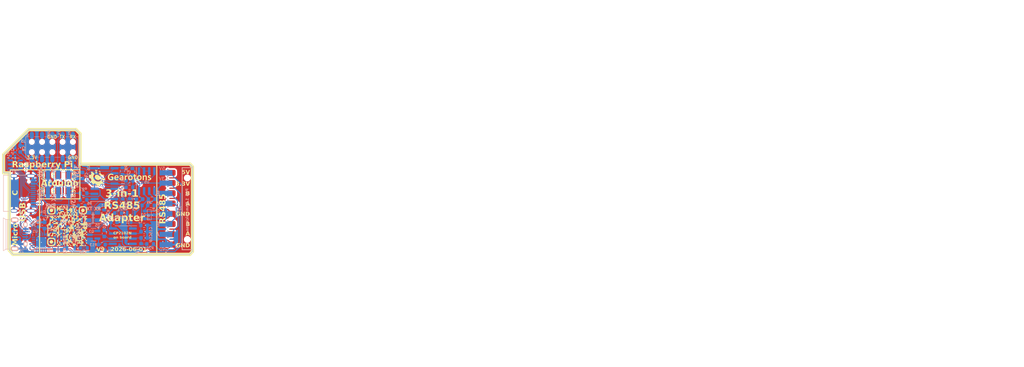
<source format=kicad_pcb>
(kicad_pcb (version 20240108) (generator "pcbnew") (generator_version "8.0")
  (title_block (title "${projectName}") (date "2024-08-29") (rev "V9"))
  (layers (0 "F.Cu" signal "Front") (31 "B.Cu" signal "Back") (34 "B.Paste" user) (35 "F.Paste" user) (36 "B.SilkS" user "B.Silkscreen") (37 "F.SilkS" user "F.Silkscreen") (38 "B.Mask" user) (39 "F.Mask" user) (44 "Edge.Cuts" user))
  (property "boardName" "3-in-1 RS485 adapter  board")
  (property "coverName" "Cover")
  (property "indexName" "Index")
  (property "powerBDName" "Power block diagram")
  (property "projectName" "3-in-1 RS485 adapter project")
  (property "schTopName" "Schematic top level")
  (property "signalBDName" "Signal block diagram")
  (net 0 "")
  (net 1 "GND")
  (net 2 "/index/schTop/USB_D-")
  (net 3 "/index/schTop/USB_D+")
  (net 4 "+5V")
  (net 5 "+3.3V")
  (net 6 "Net-(Q1-D)")
  (net 7 "Net-(D5-A)")
  (net 8 "Net-(U2A-+)")
  (net 9 "Net-(D1-IO1)")
  (net 11 "/index/schTop/TXDR")
  (net 12 "/index/schTop/RXDR")
  (net 13 "/index/schTop/TXDA")
  (net 14 "/index/schTop/RXDA")
  (net 15 "/index/schTop/~{RST}")
  (net 21 "Net-(J5-CC1)")
  (net 23 "Net-(J5-CC2)")
  (net 25 "Net-(D6-A)")
  (net 26 "Net-(Q1-G)")
  (net 27 "Net-(Q3-D)")
  (net 31 "/index/schTop/TXDU")
  (net 42 "/index/schTop/RXDU")
  (net 43 "Net-(D4-A)")
  (net 45 "Net-(D6-K)")
  (net 46 "/index/schTop/RXD")
  (net 47 "/index/schTop/TXD")
  (net 48 "/index/schTop/TXEN")
  (net 49 "/index/schTop/VBUS_div")
  (net 50 "unconnected-(D5-K-Pad1)")
  (net 51 "Net-(Q2-D)")
  (net 52 "Net-(U6-Pad5)")
  (net 53 "/index/schTop/RS485A")
  (net 54 "/index/schTop/RS485B")
  (net 55 "Net-(Q3-G)")
  (net 56 "Net-(R21-Pad1)")
  (net 57 "Net-(Q2-G)")
  (net 58 "Net-(U2B-+)")
  (footprint "rs485RPihat:testpoint_no_border" (layer "F.Cu") (at 68.36 134.228571)
    (property "Reference" "TP13" (hide yes))
    (property "Value" "TestPoint" (hide yes))
  )
  (footprint "rs485RPihat:testpoint_no_border" (layer "F.Cu") (at 68.36 131.69)
    (property "Reference" "TP14" (hide yes))
    (property "Value" "TestPoint" (hide yes))
  )
  (footprint "rs485RPihat:testpoint_no_border" (layer "F.Cu") (at 37.78 132.27 90)
    (property "Reference" "TP3" (hide yes))
    (property "Value" "TestPoint" (hide yes))
  )
  (footprint "rs485RPihat:testpoint_no_border" (layer "F.Cu") (at 68.36 146.921426)
    (property "Reference" "TP8" (hide yes))
    (property "Value" "TestPoint" (hide yes))
  )
  (footprint "rs485RPihat:testpoint_no_border" (layer "F.Cu") (at 68.36 136.767142)
    (property "Reference" "TP12" (hide yes))
    (property "Value" "TestPoint" (hide yes))
  )
  (footprint "rs485RPihat:testpoint_no_border" (layer "F.Cu") (at 68.36 139.305713)
    (property "Reference" "TP11" (hide yes))
    (property "Value" "TestPoint" (hide yes))
  )
  (footprint "rs485RPihat:testpoint_no_border" (layer "F.Cu") (at 42.86 132.27 90)
    (property "Reference" "TP2" (hide yes))
    (property "Value" "TestPoint" (hide yes))
  )
  (footprint "rs485RPihat:testpoint_no_border" (layer "F.Cu") (at 68.36 144.382855)
    (property "Reference" "TP9" (hide yes))
    (property "Value" "TestPoint" (hide yes))
  )
  (footprint "rs485RPihat:testpoint_no_border" (layer "F.Cu") (at 37.78 136.19 90)
    (property "Reference" "TP4" (hide yes))
    (property "Value" "TestPoint" (hide yes))
  )
  (footprint "rs485RPihat:testpoint_no_border" (layer "F.Cu") (at 40.32 132.27 90)
    (property "Reference" "TP5" (hide yes))
    (property "Value" "TestPoint" (hide yes))
  )
  (footprint "rs485RPihat:testpoint_no_border" (layer "F.Cu") (at 40.32 136.19 90)
    (property "Reference" "TP6" (hide yes))
    (property "Value" "TestPoint" (hide yes))
  )
  (footprint "rs485RPihat:testpoint_no_border" (layer "F.Cu") (at 68.36 141.844284)
    (property "Reference" "TP10" (hide yes))
    (property "Value" "TestPoint" (hide yes))
  )
  (footprint "rs485RPihat:testpoint_no_border" (layer "F.Cu") (at 42.86 136.19 90)
    (property "Reference" "TP1" (hide yes))
    (property "Value" "TestPoint" (hide yes))
  )
  (footprint "LOGO" (layer "F.Cu") (at 42.54 144.92)
    (property "Reference" "G***" (hide yes))
    (property "Value" "LOGO" (hide yes))
  )
  (footprint "rs485RPihat:testpoint_no_border" (layer "F.Cu") (at 68.36 149.46)
    (property "Reference" "TP7" (hide yes))
    (property "Value" "TestPoint" (hide yes))
  )
  (footprint "Capacitor_SMD:C_0603_1608Metric" (layer "B.Cu") (at 33.95 130.32)
    (property "Reference" "C1")
    (property "Value" "22pF/50V")
  )
  (footprint "Capacitor_SMD:C_0603_1608Metric" (layer "B.Cu") (at 40.26 146.37)
    (property "Reference" "C2")
    (property "Value" "100nF/50V")
  )
  (footprint "Capacitor_SMD:C_0603_1608Metric" (layer "B.Cu") (at 40.6 143.97 90)
    (property "Reference" "C3")
    (property "Value" "10uF/10V")
  )
  (footprint "Capacitor_SMD:C_0603_1608Metric" (layer "B.Cu") (at 36.93 144.73 90)
    (property "Reference" "C4")
    (property "Value" "100nF/50V")
  )
  (footprint "Capacitor_SMD:C_0603_1608Metric" (layer "B.Cu") (at 38.65 143.97 90)
    (property "Reference" "C5")
    (property "Value" "10uF/10V")
  )
  (footprint "Capacitor_SMD:C_0603_1608Metric" (layer "B.Cu") (at 60.43 138.22)
    (property "Reference" "C7")
    (property "Value" "100nF/50V")
  )
  (footprint "Capacitor_SMD:C_0603_1608Metric" (layer "B.Cu") (at 30.92 125.74 90)
    (property "Reference" "C8")
    (property "Value" "100nF/50V")
  )
  (footprint "Capacitor_SMD:C_0603_1608Metric" (layer "B.Cu") (at 46.3 132.37 90)
    (property "Reference" "C9")
    (property "Value" "100nF/50V")
  )
  (footprint "Celebi:SOT23-6L" (layer "B.Cu") (at 29.72 129.586501 180)
    (property "Reference" "D1")
    (property "Value" "TVS_5V" (hide yes))
  )
  (footprint "Celebi:SOT23-3" (layer "B.Cu") (at 62.84 142.11 180)
    (property "Reference" "D3")
    (property "Value" "SM712" (hide yes))
  )
  (footprint "Celebi:usb-MicroXNJ" (layer "B.Cu") (at 29.53385 146.939 180)
    (property "Reference" "J1")
    (property "Value" "USB-Micro" (hide yes))
  )
  (footprint "Connector_PinHeader_2.54mm:PinHeader_2x03_P2.54mm_Vertical_SMD" (layer "B.Cu") (at 40.3 134.22 -90)
    (property "Reference" "J4")
    (property "Value" "Conn_02x03_Odd_Even")
  )
  (footprint "Resistor_SMD:R_0603_1608Metric" (layer "B.Cu") (at 40.27 150.78)
    (property "Reference" "R2")
    (property "Value" "4.7k")
  )
  (footprint "Resistor_SMD:R_0603_1608Metric" (layer "B.Cu") (at 60.23 139.78)
    (property "Reference" "R3")
    (property "Value" "560R")
  )
  (footprint "Resistor_SMD:R_0603_1608Metric" (layer "B.Cu") (at 63.46 138.219998 180)
    (property "Reference" "R5")
    (property "Value" "220R")
  )
  (footprint "Resistor_SMD:R_0603_1608Metric" (layer "B.Cu") (at 46.56 138.38)
    (property "Reference" "R6")
    (property "Value" "10k")
  )
  (footprint "Resistor_SMD:R_0603_1608Metric" (layer "B.Cu") (at 46.57 136.75)
    (property "Reference" "R7")
    (property "Value" "10k")
  )
  (footprint "Resistor_SMD:R_0603_1608Metric" (layer "B.Cu") (at 56.21 131.27 90)
    (property "Reference" "R8")
    (property "Value" "10k")
  )
  (footprint "Resistor_SMD:R_0603_1608Metric" (layer "B.Cu") (at 57.95 135.28)
    (property "Reference" "R9")
    (property "Value" "1k")
  )
  (footprint "Resistor_SMD:R_0603_1608Metric" (layer "B.Cu") (at 57.93 136.75)
    (property "Reference" "R10")
    (property "Value" "1k")
  )
  (footprint "Resistor_SMD:R_0603_1608Metric" (layer "B.Cu") (at 57.95 133.68)
    (property "Reference" "R11")
    (property "Value" "1k")
  )
  (footprint "Celebi:SOD323" (layer "B.Cu") (at 35.3 144.01 -90)
    (property "Reference" "D2")
    (property "Value" "1N5819WS" (hide yes))
  )
  (footprint "rs485RPihat:con-WR-PHD-61031021821" (layer "B.Cu") (at 38.862 125.2982 -90)
    (property "Reference" "J3")
    (property "Value" "Raspberry-Pi_2x5-Pin_Header" (hide yes))
  )
  (footprint "LED_SMD:LED_0805_2012Metric" (layer "B.Cu") (at 38.84 141.36)
    (property "Reference" "D4")
    (property "Value" "yellow")
  )
  (footprint "Resistor_SMD:R_0603_1608Metric" (layer "B.Cu") (at 55.14 141.68)
    (property "Reference" "R16")
    (property "Value" "10k")
  )
  (footprint "Capacitor_SMD:C_0603_1608Metric" (layer "B.Cu") (at 61.58 146.29 180)
    (property "Reference" "C15")
    (property "Value" "1nF")
  )
  (footprint "Package_TO_SOT_SMD:SOT-23" (layer "B.Cu") (at 58.34 142.7225 -90)
    (property "Reference" "Q1")
    (property "Value" "BSS84AK,215")
  )
  (footprint "Package_TO_SOT_SMD:SOT-23" (layer "B.Cu") (at 49.06 147.037501 180)
    (property "Reference" "Q3")
    (property "Value" "BSS84AK,215")
  )
  (footprint "Resistor_SMD:R_0603_1608Metric" (layer "B.Cu") (at 43.41 146.64)
    (property "Reference" "R18")
    (property "Value" "10M")
  )
  (footprint "Package_TO_SOT_SMD:SOT-23" (layer "B.Cu") (at 43.46 149.3 90)
    (property "Reference" "Q2")
    (property "Value" "BSS84AK,215")
  )
  (footprint "Capacitor_SMD:C_0603_1608Metric" (layer "B.Cu") (at 43.41 145.17)
    (property "Reference" "C6")
    (property "Value" "10nF")
  )
  (footprint "Package_SO:SOIC-8_3.9x4.9mm_P1.27mm" (layer "B.Cu") (at 62.2 133.75 -90)
    (property "Reference" "U5")
    (property "Value" "SP3485EN")
  )
  (footprint "Resistor_SMD:R_0603_1608Metric" (layer "B.Cu") (at 46.13 139.85)
    (property "Reference" "R24")
    (property "Value" "75R")
  )
  (footprint "Resistor_SMD:R_0603_1608Metric" (layer "B.Cu") (at 57.99 138.97 90)
    (property "Reference" "R29")
    (property "Value" "4.7k")
  )
  (footprint "Resistor_SMD:R_0603_1608Metric" (layer "B.Cu") (at 63.26 139.79 180)
    (property "Reference" "R1")
    (property "Value" "560R")
  )
  (footprint "Resistor_SMD:R_0603_1608Metric" (layer "B.Cu") (at 51.71 141.7 90)
    (property "Reference" "R23")
    (property "Value" "75R")
  )
  (footprint "Capacitor_SMD:C_0603_1608Metric" (layer "B.Cu") (at 54.089999 143.94 180)
    (property "Reference" "C12")
    (property "Value" "100nF/50V")
  )
  (footprint "Resistor_SMD:R_0603_1608Metric" (layer "B.Cu") (at 40.28 147.83 180)
    (property "Reference" "R26")
    (property "Value" "20k")
  )
  (footprint "conn:SAMTEC_TSM-108-01-T-SH-A-P-TR_hole1.5mm" (layer "B.Cu") (at 72.263 140.589 90)
    (property "Reference" "J2")
    (property "Value" "TSM-108-01-T-SH-A-P-TR")
  )
  (footprint "Resistor_SMD:R_0603_1608Metric" (layer "B.Cu") (at 51.11 150.94)
    (property "Reference" "R4")
    (property "Value" "20k")
  )
  (footprint "Capacitor_SMD:C_0603_1608Metric" (layer "B.Cu") (at 61.580001 147.84 180)
    (property "Reference" "C16")
    (property "Value" "100nF/50V")
  )
  (footprint "Resistor_SMD:R_0603_1608Metric" (layer "B.Cu") (at 40.28 149.31)
    (property "Reference" "R27")
    (property "Value" "10k")
  )
  (footprint "Resistor_SMD:R_0402_1005Metric" (layer "B.Cu") (at 29.69 126.11 90)
    (property "Reference" "R15")
    (property "Value" "5.1k")
  )
  (footprint "Resistor_SMD:R_0603_1608Metric" (layer "B.Cu") (at 56.28 139.03 -90)
    (property "Reference" "R21")
    (property "Value" "4.7k")
  )
  (footprint "Package_DFN_QFN:QFN-24-1EP_4x4mm_P0.5mm_EP2.6x2.6mm" (layer "B.Cu") (at 36.1125 148.910001 -90)
    (property "Reference" "U1")
    (property "Value" "CP2102N-A02-GQFN24R")
  )
  (footprint "Package_TO_SOT_SMD:SOT-23" (layer "B.Cu") (at 45.2 142.51 90)
    (property "Reference" "Q4")
    (property "Value" "Q_NMOS_GSD")
  )
  (footprint "Capacitor_SMD:C_0603_1608Metric" (layer "B.Cu") (at 51.73 146.7 -90)
    (property "Reference" "C10")
    (property "Value" "10nF")
  )
  (footprint "Resistor_SMD:R_0603_1608Metric" (layer "B.Cu") (at 42.02 140.98 180)
    (property "Reference" "R22")
    (property "Value" "10k")
  )
  (footprint "Resistor_SMD:R_0603_1608Metric" (layer "B.Cu") (at 46.4 146.81 90)
    (property "Reference" "R17")
    (property "Value" "10M")
  )
  (footprint "Resistor_SMD:R_0603_1608Metric" (layer "B.Cu") (at 51.11 149.48 180)
    (property "Reference" "R13")
    (property "Value" "20k")
  )
  (footprint "Resistor_SMD:R_0402_1005Metric" (layer "B.Cu") (at 29.11 127.54)
    (property "Reference" "R14")
    (property "Value" "5.1k")
  )
  (footprint "LED_SMD:LED_0805_2012Metric" (layer "B.Cu") (at 50.01 142.517501 90)
    (property "Reference" "D5")
    (property "Value" "green")
  )
  (footprint "LED_SMD:LED_0805_2012Metric" (layer "B.Cu") (at 47.85 142.515002 90)
    (property "Reference" "D6")
    (property "Value" "red")
  )
  (footprint "Resistor_SMD:R_0603_1608Metric" (layer "B.Cu") (at 46.66 150.3)
    (property "Reference" "R28")
    (property "Value" "4.7k")
  )
  (footprint "Resistor_SMD:R_0603_1608Metric" (layer "B.Cu") (at 61.58 144.71 180)
    (property "Reference" "R12")
    (property "Value" "1k")
  )
  (footprint "Capacitor_SMD:C_0603_1608Metric" (layer "B.Cu") (at 53.93 139.77)
    (property "Reference" "C11")
    (property "Value" "100nF/50V")
  )
  (footprint "Package_SO:SOIC-8_3.9x4.9mm_P1.27mm" (layer "B.Cu") (at 56.31 147.39 180)
    (property "Reference" "U2")
    (property "Value" "LM393DR2G")
  )
  (footprint "Resistor_SMD:R_0603_1608Metric" (layer "B.Cu") (at 60.82 150.09 90)
    (property "Reference" "R19")
    (property "Value" "10k")
  )
  (footprint "Resistor_SMD:R_0603_1608Metric" (layer "B.Cu") (at 63.07 149.35 180)
    (property "Reference" "R20")
    (property "Value" "20k")
  )
  (footprint "Connector_USB:USB_C_Receptacle_Palconn_UTC16-G" (layer "B.Cu") (at 31.609 136.779 90)
    (property "Reference" "J5")
    (property "Value" "USB_C_Receptacle")
  )
  (footprint "Resistor_SMD:R_0603_1608Metric" (layer "B.Cu") (at 58.68 131.46 -90)
    (property "Reference" "R25")
    (property "Value" "10k")
  )
  (footprint "Package_SO:SOIC-14_3.9x8.7mm_P1.27mm" (layer "B.Cu") (at 51.76 134.37)
    (property "Reference" "U6")
    (property "Value" "CD4023BM/TR")
  )
  (gr_circle (center 41.9 142.1) (end 42.1 142.1) (stroke (width 0.15)) (fill none) (layer "B.SilkS"))
  (gr_circle (center 47.15 135.6) (end 47.35 135.6) (stroke (width 0.15)) (fill none) (layer "B.SilkS"))
  (gr_circle (center 62.7 142.3) (end 62.9 142.3) (stroke (width 0.15)) (fill none) (layer "B.SilkS"))
  (gr_poly (pts (xy 51.182477 133.029882) (xy 51.21211 133.427817) (xy 51.082996 133.293758) (xy 51.067473 133.271179) (xy 51.058301 133.24578) (xy 51.056183 133.218262) (xy 51.061828 133.191452) (xy 51.075232 133.167461) (xy 51.168366 133.042576) (xy 51.182479 133.029876)) (fill solid) (layer "F.SilkS"))
  (gr_line (start 48.976206 132.677103) (end 48.976206 132.723667) (stroke (width 0.026105)) (layer "F.SilkS"))
  (gr_line (start 51.565595 132.407575) (end 51.6044 132.405457) (stroke (width 0.026105)) (layer "F.SilkS"))
  (gr_line (start 49.662008 133.229554) (end 49.699402 133.262714) (stroke (width 0.026105)) (layer "F.SilkS"))
  (gr_poly (pts (xy 51.525377 132.171928) (xy 51.538077 132.180393) (xy 51.565594 132.407575) (xy 51.461171 132.329967) (xy 51.472461 132.199442) (xy 51.495743 132.178274) (xy 51.509856 132.17122)) (fill solid) (layer "F.SilkS"))
  (gr_poly (pts (xy 53.447397 131.899673) (xy 53.472157 131.900339) (xy 53.496365 131.901446) (xy 53.520016 131.902991) (xy 53.543105 131.904972) (xy 53.565627 131.907386) (xy 53.587577 131.910232) (xy 53.608951 131.913507) (xy 53.62985 131.917169) (xy 53.650069 131.921026) (xy 53.669605 131.925076) (xy 53.688455 131.92932) (xy 53.706617 131.933757) (xy 53.724089 131.938389) (xy 53.740868 131.943214) (xy 53.756952 131.948233) (xy 53.772281 131.953262) (xy 53.78695 131.958423) (xy 53.800961 131.963716) (xy 53.814313 131.969136) (xy 53.827006 131.974683) (xy 53.83904 131.980353) (xy 53.850415 131.986145) (xy 53.861132 131.992055) (xy 53.871267 131.997772) (xy 53.880594 132.003298) (xy 53.889116 132.008635) (xy 53.89684 132.013785) (xy 53.903768 132.018751) (xy 53.909907 132.023536) (xy 53.915261 132.028141) (xy 53.917646 132.030377) (xy 53.919835 132.032569) (xy 53.921856 132.034718) (xy 53.923808 132.036978) (xy 53.925691 132.039351) (xy 53.927506 132.041835) (xy 53.929252 132.044433) (xy 53.930929 132.047143) (xy 53.932536 132.049967) (xy 53.934073 132.052904) (xy 53.935539 132.055955) (xy 53.936936 132.05912) (xy 53.938261 132.0624) (xy 53.939515 132.065794) (xy 53.940698 132.069303) (xy 53.941809 132.072928) (xy 53.942848 132.076669) (xy 53.943815 132.080525) (xy 53.945559 132.088887) (xy 53.94707 132.098163) (xy 53.948349 132.108354) (xy 53.949395 132.119463) (xy 53.950209 132.131493) (xy 53.95079 132.144445) (xy 53.951139 132.158323) (xy 53.951255 132.173129) (xy 53.951254 132.173129) (xy 53.951254 132.17313) (xy 53.951253 132.17313) (xy 53.951196 132.181888) (xy 53.951027 132.190335) (xy 53.950752 132.198466) (xy 53.950375 132.20628) (xy 53.949901 132.213774) (xy 53.949336 132.220946) (xy 53.948683 132.227794) (xy 53.947948 132.234314) (xy 53.947057 132.240593) (xy 53.946091 132.246559) (xy 53.945052 132.252209) (xy 53.943943 132.257543) (xy 53.942766 132.262557) (xy 53.941524 132.267248) (xy 53.940218 132.271615) (xy 53.938852 132.275655) (xy 53.938218 132.277484) (xy 53.937555 132.27925) (xy 53.936864 132.280952) (xy 53.936146 132.28259) (xy 53.935402 132.284164) (xy 53.934631 132.285673) (xy 53.933835 132.287118) (xy 53.933014 132.288497) (xy 53.932168 132.289811) (xy 53.931299 132.29106) (xy 53.930407 132.292242) (xy 53.929493 132.293358) (xy 53.928557 132.294407) (xy 53.927599 132.29539) (xy 53.926621 132.296305) (xy 53.925623 132.297153) (xy 53.924676 132.297865) (xy 53.923695 132.298529) (xy 53.922681 132.299145) (xy 53.921635 132.299714) (xy 53.920555 132.300235) (xy 53.919443 132.30071) (xy 53.918299 132.301138) (xy 53.917123 132.301519) (xy 53.915916 132.301855) (xy 53.914677 132.302145) (xy 53.913408 132.302389) (xy 53.912108 132.302588) (xy 53.910777 132.302743) (xy 53.909417 132.302853) (xy 53.908027 132.302919) (xy 53.906608 132.30294) (xy 53.904553 132.302853) (xy 53.902345 132.302592) (xy 53.899981 132.302156) (xy 53.897464 132.301545) (xy 53.894793 132.30076) (xy 53.891968 132.299801) (xy 53.88899 132.298667) (xy 53.885859 132.297359) (xy 53.882576 132.295877) (xy 53.87914 132.29422) (xy 53.875552 132.292389) (xy 53.871813 132.290383) (xy 53.867922 132.288203) (xy 53.86388 132.285848) (xy 53.859687 132.283319) (xy 53.855344 132.280616) (xy 53.846071 132.274986) (xy 53.836081 132.269257) (xy 53.825375 132.263426) (xy 53.813951 132.257491) (xy 53.80181 132.251449) (xy 53.788952 132.245299) (xy 53.775378 132.239036) (xy 53.761086 132.23266) (xy 53.746008 132.226362) (xy 53.730229 132.220181) (xy 53.713741 132.214115) (xy 53.696542 132.208166) (xy 53.678626 132.202333) (xy 53.659988 132.196616) (xy 53.640623 132.191016) (xy 53.620527 132.185531) (xy 53.5998 132.180299) (xy 53.578239 132.175765) (xy 53.555839 132.171928) (xy 53.532598 132.168788) (xy 53.508515 132.166347) (xy 53.483587 132.164603) (xy 53.45781 132.163556) (xy 53.431183 132.163207) (xy 53.416889 132.163362) (xy 53.402765 132.163827) (xy 53.38881 132.164603) (xy 53.375024 132.165688) (xy 53.361408 132.167083) (xy 53.347962 132.168788) (xy 53.334685 132.170804) (xy 53.321578 132.173129) (xy 53.30864 132.175765) (xy 53.295872 132.17871) (xy 53.283273 132.181966) (xy 53.270845 132.185531) (xy 53.258585 132.189407) (xy 53.246495 132.193593) (xy 53.234575 132.198089) (xy 53.222825 132.202895) (xy 53.21134 132.207989) (xy 53.200064 132.213349) (xy 53.188996 132.218975) (xy 53.178137 132.224867) (xy 53.167486 132.231024) (xy 53.157043 132.237446) (xy 53.146809 132.244132) (xy 53.136783 132.251083) (xy 53.126965 132.258298) (xy 53.117356 132.265776) (xy 53.107955 132.273519) (xy 53.098762 132.281524) (xy 53.089777 132.289792) (xy 53.081001 132.298322) (xy 53.072433 132.307115) (xy 53.064074 132.316169) (xy 53.055901 132.325394) (xy 53.04797 132.33485) (xy 53.040282 132.344538) (xy 53.032836 132.354458) (xy 53.025632 132.36461) (xy 53.01867 132.374992) (xy 53.011951 132.385605) (xy 53.005473 132.396449) (xy 52.999238 132.407522) (xy 52.993246 132.418826) (xy 52.987495 132.430359) (xy 52.981986 132.442121) (xy 52.97672 132.454112) (xy 52.971696 132.466332) (xy 52.966915 132.47878) (xy 52.962375 132.491456) (xy 52.958059 132.504255) (xy 52.954023 132.517229) (xy 52.950267 132.530378) (xy 52.946792 132.543701) (xy 52.943596 132.557198) (xy 52.94068 132.57087) (xy 52.938043 132.584716) (xy 52.935685 132.598736) (xy 52.933605 132.612931) (xy 52.931804 132.6273) (xy 52.93028 132.641844) (xy 52.929035 132.656562) (xy 52.928066 132.671455) (xy 52.927375 132.686521) (xy 52.926822 132.717178) (xy 52.927385 132.750617) (xy 52.929077 132.78303) (xy 52.931902 132.814422) (xy 52.935866 132.844794) (xy 52.940973 132.874148) (xy 52.947228 132.902487) (xy 52.950788 132.916277) (xy 52.954636 132.929814) (xy 52.958774 132.943098) (xy 52.963202 132.95613) (xy 52.967848 132.968944) (xy 52.972717 132.981497) (xy 52.977807 132.993788) (xy 52.98312 133.005817) (xy 52.988654 133.017585) (xy 52.99441 133.029091) (xy 53.000386 133.040335) (xy 53.006584 133.051318) (xy 53.013002 133.06204) (xy 53.01964 133.072499) (xy 53.026498 133.082697) (xy 53.033575 133.092634) (xy 53.040872 133.102308) (xy 53.048387 133.111722) (xy 53.056121 133.120873) (xy 53.064074 133.129763) (xy 53.072314 133.138314) (xy 53.080759 133.146602) (xy 53.089406 133.154628) (xy 53.098258 133.16239) (xy 53.107312 133.169889) (xy 53.116571 133.177122) (xy 53.126032 133.184091) (xy 53.135697 133.190793) (xy 53.145566 133.197229) (xy 53.155638 133.203398) (xy 53.165914 133.209299) (xy 53.176393 133.214933) (xy 53.187075 133.220297) (xy 53.197961 133.225391) (xy 53.209051 133.230216) (xy 53.220344 133.23477) (xy 53.231777 133.239086) (xy 53.243366 133.243122) (xy 53.25511 133.246878) (xy 53.267011 133.250353) (xy 53.279068 133.253549) (xy 53.291281 133.256465) (xy 53.303651 133.259102) (xy 53.316178 133.261461) (xy 53.328863 133.26354) (xy 53.341705 133.265342) (xy 53.354706 133.266865) (xy 53.367864 133.268111) (xy 53.381182 133.269079) (xy 53.394658 133.269771) (xy 53.408294 133.270185) (xy 53.422089 133.270323) (xy 53.435479 133.270148) (xy 53.448828 133.269619) (xy 53.462133 133.268732) (xy 53.475393 133.267481) (xy 53.488604 133.265862) (xy 53.501764 133.26387) (xy 53.514871 133.2615) (xy 53.527923 133.258748) (xy 53.540993 133.255453) (xy 53.553848 133.251771) (xy 53.566484 133.247702) (xy 53.578901 133.243245) (xy 53.591094 133.2384) (xy 53.603063 133.233168) (xy 53.614804 133.227548) (xy 53.626314 133.221541) (xy 53.626314 132.853604) (xy 53.326177 132.853604) (xy 53.324791 132.853578) (xy 53.323425 132.853498) (xy 53.322079 132.853364) (xy 53.320751 132.853178) (xy 53.319443 132.852938) (xy 53.318154 132.852645) (xy 53.316885 132.852299) (xy 53.315635 132.851899) (xy 53.314405 132.851446) (xy 53.313194 132.85094) (xy 53.312002 132.85038) (xy 53.310829 132.849767) (xy 53.309676 132.849101) (xy 53.308543 132.848382) (xy 53.307428 132.847609) (xy 53.306333 132.846783) (xy 53.305258 132.845904) (xy 53.304202 132.844971) (xy 53.302148 132.842946) (xy 53.300171 132.840708) (xy 53.298272 132.838256) (xy 53.29645 132.835592) (xy 53.294706 132.832714) (xy 53.29304 132.829623) (xy 53.291451 132.826319) (xy 53.290026 132.822758) (xy 53.288698 132.818896) (xy 53.287466 132.814733) (xy 53.286328 132.810267) (xy 53.285286 132.805499) (xy 53.284336 132.800427) (xy 53.283481 132.795051) (xy 53.282718 132.789371) (xy 53.282047 132.783385) (xy 53.281467 132.777093) (xy 53.280978 132.770495) (xy 53.28058 132.76359) (xy 53.280271 132.756378) (xy 53.280051 132.748857) (xy 53.279876 132.732888) (xy 53.280031 132.716258) (xy 53.280224 132.708489) (xy 53.280495 132.701081) (xy 53.280844 132.694032) (xy 53.28127 132.687339) (xy 53.281774 132.680999) (xy 53.282355 132.675011) (xy 53.283179 132.66941) (xy 53.284096 132.664081) (xy 53.285106 132.659023) (xy 53.286206 132.654237) (xy 53.287392 132.649722) (xy 53.288664 132.645478) (xy 53.290017 132.641505) (xy 53.291451 132.637804) (xy 53.292272 132.636089) (xy 53.293108 132.634431) (xy 53.293958 132.632832) (xy 53.294823 132.631289) (xy 53.295702 132.629804) (xy 53.296596 132.628375) (xy 53.297504 132.627002) (xy 53.298427 132.625686) (xy 53.299365 132.624425) (xy 53.300317 132.623219) (xy 53.301283 132.622069) (xy 53.302264 132.620973) (xy 53.303259 132.619932) (xy 53.304269 132.618945) (xy 53.305294 132.618012) (xy 53.306333 132.617133) (xy 53.307464 132.616343) (xy 53.30861 132.615603) (xy 53.309771 132.614911) (xy 53.310945 132.614268) (xy 53.312135 132.613676) (xy 53.313339 132.613133) (xy 53.314557 132.61264) (xy 53.31579 132.612198) (xy 53.317038 132.611807) (xy 53.3183 132.611467) (xy 53.319576 132.611178) (xy 53.320867 132.610942) (xy 53.322173 132.610757) (xy 53.323493 132.610625) (xy 53.324828 132.610545) (xy 53.326177 132.610518) (xy 53.861132 132.610518) (xy 53.863593 132.610545) (xy 53.866015 132.610625) (xy 53.868399 132.610757) (xy 53.870744 132.610942) (xy 53.87305 132.611178) (xy 53.875317 132.611467) (xy 53.877546 132.611807) (xy 53.879735 132.612198) (xy 53.881886 132.61264) (xy 53.883998 132.613133) (xy 53.886072 132.613676) (xy 53.888107 132.614268) (xy 53.890103 132.614911) (xy 53.89206 132.615603) (xy 53.893978 132.616343) (xy 53.895858 132.617133) (xy 53.897781 132.618012) (xy 53.899676 132.618945) (xy 53.901541 132.619932) (xy 53.903377 132.620973) (xy 53.905184 132.622069) (xy 53.906962 132.623219) (xy 53.908711 132.624425) (xy 53.910431 132.625686) (xy 53.912122 132.627002) (xy 53.913783 132.628375) (xy 53.915416 132.629804) (xy 53.91702 132.631289) (xy 53.918594 132.632832) (xy 53.92014 132.634431) (xy 53.921656 132.636089) (xy 53.923143 132.637804) (xy 53.924556 132.639492) (xy 53.925924 132.641224) (xy 53.927249 132.643) (xy 53.928531 132.644819) (xy 53.929768 132.646681) (xy 53.930962 132.648588) (xy 53.932113 132.650538) (xy 53.93322 132.652531) (xy 53.934283 132.654569) (xy 53.935303 132.656649) (xy 53.936279 132.658774) (xy 53.937212 132.660942) (xy 53.938101 132.663153) (xy 53.938946 132.665409) (xy 53.939748 132.667707) (xy 53.940506 132.67005) (xy 53.941296 132.672361) (xy 53.942037 132.67472) (xy 53.942729 132.677129) (xy 53.943371 132.679587) (xy 53.943964 132.682095) (xy 53.944507 132.684653) (xy 53.945 132.687261) (xy 53.945442 132.689919) (xy 53.945833 132.692629) (xy 53.946173 132.695389) (xy 53.946461 132.698201) (xy 53.946698 132.701065) (xy 53.946883 132.703981) (xy 53.947015 132.706949) (xy 53.947095 132.70997) (xy 53.947121 132.713044) (xy 53.947121 133.34391) (xy 53.947068 133.34845) (xy 53.946909 133.352921) (xy 53.946644 133.357325) (xy 53.946275 133.361661) (xy 53.945802 133.365929) (xy 53.945225 133.37013) (xy 53.944545 133.374262) (xy 53.943762 133.378327) (xy 53.942878 133.382324) (xy 53.941893 133.386253) (xy 53.940807 133.390114) (xy 53.939622 133.393907) (xy 53.938337 133.397633) (xy 53.936953 133.401291) (xy 53.935471 133.404881) (xy 53.933892 133.408403) (xy 53.932235 133.411772) (xy 53.930365 133.415059) (xy 53.928281 133.418263) (xy 53.925985 133.421383) (xy 53.923476 133.42442) (xy 53.920753 133.427373) (xy 53.917817 133.430242) (xy 53.914668 133.433026) (xy 53.911306 133.435726) (xy 53.907731 133.43834) (xy 53.903942 133.44087) (xy 53.899941 133.443313) (xy 53.895726 133.445671) (xy 53.891298 133.447942) (xy 53.886657 133.450126) (xy 53.881803 133.452224) (xy 53.871581 133.456197) (xy 53.860761 133.460211) (xy 53.849345 133.464269) (xy 53.837335 133.468373) (xy 53.824734 133.472525) (xy 53.811545 133.476728) (xy 53.78341 133.485297) (xy 53.768614 133.489406) (xy 53.75368 133.493365) (xy 53.738606 133.497179) (xy 53.723388 133.500852) (xy 53.708025 133.504389) (xy 53.692515 133.507796) (xy 53.66104 133.514236) (xy 53.645285 133.51723) (xy 53.629488 133.520014) (xy 53.613649 133.522589) (xy 53.597763 133.524959) (xy 53.581828 133.527125) (xy 53.565843 133.52909) (xy 53.549805 133.530856) (xy 53.53371 133.532426) (xy 53.517587 133.533956) (xy 53.501464 133.535291) (xy 53.485341 133.536426) (xy 53.469218 133.537361) (xy 53.453095 133.538092) (xy 53.436972 133.538617) (xy 53.420848 133.538934) (xy 53.404725 133.53904) (xy 53.35776 133.538188) (xy 53.312053 133.53563) (xy 53.267601 133.531367) (xy 53.2244 133.525398) (xy 53.18245 133.517724) (xy 53.161943 133.513247) (xy 53.141747 133.508345) (xy 53.121863 133.503015) (xy 53.102289 133.49726) (xy 53.083026 133.491078) (xy 53.064074 133.48447) (xy 53.045533 133.47746) (xy 53.027351 133.470071) (xy 53.009526 133.462303) (xy 52.99206 133.454155) (xy 52.97495 133.445628) (xy 52.958198 133.436719) (xy 52.941802 133.427428) (xy 52.925762 133.417756) (xy 52.910079 133.407701) (xy 52.894751 133.397262) (xy 52.879779 133.38644) (xy 52.865162 133.375233) (xy 52.8509 133.363641) (xy 52.836992 133.351663) (xy 52.823439 133.339298) (xy 52.810239 133.326547) (xy 52.797406 133.31335) (xy 52.784951 133.299804) (xy 52.772875 133.28591) (xy 52.761179 133.271667) (xy 52.749864 133.257075) (xy 52.738929 133.242134) (xy 52.728375 133.226844) (xy 52.718204 133.211205) (xy 52.708415 133.195218) (xy 52.69901 133.178882) (xy 52.689989 133.162197) (xy 52.681352 133.145163) (xy 52.673101 133.12778) (xy 52.665235 133.110049) (xy 52.657755 133.091969) (xy 52.650663 133.073539) (xy 52.644055 133.054781) (xy 52.637873 133.035712) (xy 52.632117 133.016334) (xy 52.626788 132.996645) (xy 52.621886 132.976646) (xy 52.617409 132.956337) (xy 52.613359 132.935718) (xy 52.609735 132.914789) (xy 52.606538 132.89355) (xy 52.603767 132.872001) (xy 52.601422 132.850142) (xy 52.599503 132.827973) (xy 52.598011 132.805494) (xy 52.596945 132.782704) (xy 52.596306 132.759605) (xy 52.596093 132.736195) (xy 52.597004 132.688282) (xy 52.599742 132.641592) (xy 52.604312 132.596128) (xy 52.607285 132.573856) (xy 52.610717 132.551892) (xy 52.61461 132.530235) (xy 52.618963 132.508886) (xy 52.623778 132.487845) (xy 52.629056 132.467113) (xy 52.634795 132.44669) (xy 52.640998 132.426576) (xy 52.647665 132.406771) (xy 52.654796 132.387276) (xy 52.662313 132.368043) (xy 52.670212 132.349177) (xy 52.678495 132.330679) (xy 52.687159 132.312549) (xy 52.696207 132.294785) (xy 52.705637 132.277388) (xy 52.71545 132.260358) (xy 52.725646 132.243693) (xy 52.736224 132.227395) (xy 52.747185 132.211461) (xy 52.758529 132.195893) (xy 52.770256 132.18069) (xy 52.782365 132.165851) (xy 52.794857 132.151377) (xy 52.807732 132.137266) (xy 52.820989 132.12352) (xy 52.834687 132.11019) (xy 52.848729 132.097252) (xy 52.863115 132.084707) (xy 52.877845 132.072554) (xy 52.892919 132.060793) (xy 52.908337 132.049425) (xy 52.924099 132.03845) (xy 52.940205 132.027867) (xy 52.956656 132.017676) (xy 52.97345 132.007878) (xy 52.990588 131.998472) (xy 53.00807 131.989458) (xy 53.025896 131.980837) (xy 53.044066 131.972609) (xy 53.06258 131.964772) (xy 53.081438 131.957328) (xy 53.100681 131.950343) (xy 53.120196 131.943803) (xy 53.139982 131.93771) (xy 53.160041 131.932065) (xy 53.180372 131.926868) (xy 53.200977 131.92212) (xy 53.221854 131.917821) (xy 53.243004 131.913972) (xy 53.264429 131.910573) (xy 53.286127 131.907626) (xy 53.3081 131.905131) (xy 53.330347 131.903088) (xy 53.352869 131.901497) (xy 53.375667 131.900361) (xy 53.39874 131.899678) (xy 53.422089 131.899451)) (fill solid) (layer "F.SilkS"))
  (gr_poly (pts (xy 49.616851 130.931554) (xy 49.629551 130.946373) (xy 49.631667 130.966132) (xy 49.621789 130.983062) (xy 49.568874 131.031742) (xy 49.579456 130.932963) (xy 49.597802 130.925909)) (fill solid) (layer "F.SilkS"))
  (gr_line (start 51.694712 133.434864) (end 51.737046 133.453209) (stroke (width 0.026105)) (layer "F.SilkS"))
  (gr_line (start 50.560883 131.428268) (end 50.555942 131.420511) (stroke (width 0.026105)) (layer "F.SilkS"))
  (gr_line (start 50.661072 133.197097) (end 50.673771 133.160407) (stroke (width 0.026105)) (layer "F.SilkS"))
  (gr_line (start 51.694712 133.434864) (end 51.604401 133.341026) (stroke (width 0.026105)) (layer "F.SilkS"))
  (gr_line (start 50.512198 132.531764) (end 50.479744 132.493665) (stroke (width 0.026105)) (layer "F.SilkS"))
  (gr_line (start 51.461175 132.329967) (end 51.565596 132.407575) (stroke (width 0.026105)) (layer "F.SilkS"))
  (gr_line (start 49.618261 132.262242) (end 49.5851 132.282699) (stroke (width 0.026105)) (layer "F.SilkS"))
  (gr_line (start 45.67 138.15) (end 45.67 129.58) (stroke (width 0.25)) (layer "F.SilkS"))
  (gr_line (start 51.820302 133.021411) (end 51.808306 133.031995) (stroke (width 0.026105)) (layer "F.SilkS"))
  (gr_line (start 50.389435 131.999061) (end 50.45999 132.044923) (stroke (width 0.026105)) (layer "F.SilkS"))
  (gr_poly (pts (xy 51.082293 132.150757) (xy 51.133094 132.181097) (xy 51.086527 132.289049) (xy 51.086524 132.289043) (xy 50.884029 132.495771) (xy 51.037137 132.113362)) (fill solid) (layer "F.SilkS"))
  (gr_line (start 50.754914 131.829019) (end 50.785958 131.867825) (stroke (width 0.026105)) (layer "F.SilkS"))
  (gr_poly (pts (xy 49.281008 132.004002) (xy 49.199869 132.085844) (xy 49.130021 132.176859) (xy 49.072164 132.277047) (xy 49.027714 132.384999) (xy 48.996669 132.498591) (xy 48.979737 132.617123) (xy 48.976914 132.737775) (xy 48.689049 131.40428)) (fill solid) (layer "F.SilkS"))
  (gr_line (start 49.52654 132.330677) (end 49.501142 132.358903) (stroke (width 0.026105)) (layer "F.SilkS"))
  (gr_line (start 49.544179 131.243409) (end 49.635196 131.336543) (stroke (width 0.026105)) (layer "F.SilkS"))
  (gr_line (start 49.66624 131.830434) (end 49.707868 131.855833) (stroke (width 0.026105)) (layer "F.SilkS"))
  (gr_line (start 50.585578 131.471308) (end 50.560883 131.428268) (stroke (width 0.026105)) (layer "F.SilkS"))
  (gr_poly (pts (xy 50.530548 131.218015) (xy 50.530544 131.218016) (xy 50.530547 131.21801)) (fill solid) (layer "F.SilkS"))
  (gr_poly (pts (xy 49.856035 131.243409) (xy 49.853919 131.284333) (xy 49.841922 131.150982)) (fill solid) (layer "F.SilkS"))
  (gr_line (start 50.558062 131.213779) (end 50.513611 131.227182) (stroke (width 0.026105)) (layer "F.SilkS"))
  (gr_poly (pts (xy 49.431997 133.619724) (xy 49.537122 133.697335) (xy 49.649306 133.762951) (xy 49.798884 134.484024) (xy 49.629551 134.431108) (xy 49.482796 134.369726) (xy 49.335336 133.532236)) (fill solid) (layer "F.SilkS"))
  (gr_line (start 50.695644 133.041167) (end 50.696351 132.998838) (stroke (width 0.026105)) (layer "F.SilkS"))
  (gr_poly (pts (xy 50.69776 131.714023) (xy 50.725278 131.779639) (xy 50.762673 131.83961) (xy 50.80924 131.893234) (xy 51.037134 132.113365) (xy 50.884028 132.495774) (xy 50.857216 132.459084) (xy 50.82194 132.410402) (xy 50.787368 132.362423) (xy 50.754206 132.325733) (xy 50.713285 132.27987) (xy 50.68224 131.644891)) (fill solid) (layer "F.SilkS"))
  (gr_line (start 51.866161 133.010827) (end 51.820302 133.021411) (stroke (width 0.026105)) (layer "F.SilkS"))
  (gr_line (start 49.865206 131.221537) (end 49.858149 131.255404) (stroke (width 0.026105)) (layer "F.SilkS"))
  (gr_poly (pts (xy 50.680126 134.484024) (xy 50.653315 134.889717) (xy 50.653312 134.889721) (xy 49.972451 134.930642) (xy 50.010553 133.882892) (xy 50.134025 133.895592) (xy 50.256087 133.893473) (xy 50.37603 133.877951) (xy 50.491037 133.848317) (xy 50.600397 133.805281) (xy 50.701998 133.749541)) (fill solid) (layer "F.SilkS"))
  (gr_line (start 28.197 131.7) (end 26.8 131.7) (stroke (width 0.8)) (layer "F.SilkS"))
  (gr_line (start 51.646734 132.36242) (end 51.658022 132.320087) (stroke (width 0.026105)) (layer "F.SilkS"))
  (gr_poly (pts (xy 49.621789 130.983063) (xy 49.621789 130.983062) (xy 49.621792 130.98306)) (fill solid) (layer "F.SilkS"))
  (gr_line (start 51.170484 132.259412) (end 51.122507 132.265058) (stroke (width 0.026105)) (layer "F.SilkS"))
  (gr_line (start 49.963985 131.055022) (end 49.954813 131.041619) (stroke (width 0.026105)) (layer "F.SilkS"))
  (gr_poly (pts (xy 49.669062 131.088186) (xy 49.662713 131.465656) (xy 49.662713 131.402863) (xy 49.659185 131.378872) (xy 49.650013 131.356293) (xy 49.640841 131.097355) (xy 49.669062 131.088183)) (fill solid) (layer "F.SilkS"))
  (gr_poly (pts (xy 51.336289 132.279867) (xy 51.336289 132.27987) (xy 51.336281 132.279866)) (fill solid) (layer "F.SilkS"))
  (gr_line (start 50.603922 133.296578) (end 50.625794 133.265534) (stroke (width 0.026105)) (layer "F.SilkS"))
  (gr_line (start 49.423531 133.612663) (end 49.462337 133.643708) (stroke (width 0.026105)) (layer "F.SilkS"))
  (gr_line (start 49.398131 132.607961) (end 49.396013 132.649589) (stroke (width 0.026105)) (layer "F.SilkS"))
  (gr_poly (pts (xy 56.001168 132.308289) (xy 56.03144 132.309452) (xy 56.060554 132.31139) (xy 56.088513 132.314103) (xy 56.115318 132.317591) (xy 56.140974 132.321854) (xy 56.165481 132.326893) (xy 56.188843 132.332707) (xy 56.200185 132.335914) (xy 56.211265 132.339334) (xy 56.222085 132.342967) (xy 56.232645 132.346814) (xy 56.242946 132.350874) (xy 56.252989 132.355147) (xy 56.262773 132.359633) (xy 56.2723 132.364332) (xy 56.28157 132.369245) (xy 56.290585 132.37437) (xy 56.299343 132.379709) (xy 56.307847 132.385261) (xy 56.316097 132.391026) (xy 56.324092 132.397005) (xy 56.331835 132.403196) (xy 56.339325 132.409601) (xy 56.346529 132.416233) (xy 56.35349 132.423107) (xy 56.360209 132.430222) (xy 56.366684 132.437577) (xy 56.372916 132.445172) (xy 56.378904 132.453007) (xy 56.384648 132.46108) (xy 56.390148 132.469391) (xy 56.395403 132.477939) (xy 56.400413 132.486724) (xy 56.405178 132.495745) (xy 56.409698 132.505002) (xy 56.413972 132.514494) (xy 56.417999 132.52422) (xy 56.42178 132.53418) (xy 56.425315 132.544373) (xy 56.428619 132.554726) (xy 56.431709 132.565321) (xy 56.434587 132.576156) (xy 56.437251 132.587232) (xy 56.439703 132.598548) (xy 56.441941 132.610103) (xy 56.443966 132.621897) (xy 56.445778 132.633928) (xy 56.447377 132.646197) (xy 56.448763 132.658703) (xy 56.450895 132.684423) (xy 56.452174 132.711082) (xy 56.452601 132.738677) (xy 56.452601 133.473722) (xy 56.452552 133.475863) (xy 56.452407 133.477946) (xy 56.452164 133.479971) (xy 56.451825 133.481938) (xy 56.451389 133.483847) (xy 56.450856 133.485698) (xy 56.450226 133.48749) (xy 56.4495 133.489225) (xy 56.448676 133.490901) (xy 56.447755 133.492519) (xy 56.446738 133.494079) (xy 56.445624 133.495581) (xy 56.444413 133.497025) (xy 56.443105 133.49841) (xy 56.4417 133.499738) (xy 56.440198 133.501007) (xy 56.438592 133.502223) (xy 56.436875 133.503392) (xy 56.435046 133.504513) (xy 56.433108 133.505587) (xy 56.431059 133.506615) (xy 56.4289 133.507598) (xy 56.426632 133.508537) (xy 56.424255 133.50943) (xy 56.421768 133.510281) (xy 56.419173 133.511088) (xy 56.41647 133.511853) (xy 56.413658 133.512576) (xy 56.410739 133.513258) (xy 56.407712 133.5139) (xy 56.404578 133.514501) (xy 56.401337 133.515063) (xy 56.394293 133.516012) (xy 56.38649 133.516843) (xy 56.377926 133.517552) (xy 56.3686 133.518138) (xy 56.358508 133.518598) (xy 56.347648 133.518929) (xy 56.336018 133.51913) (xy 56.323615 133.519197) (xy 56.310224 133.51913) (xy 56.2978 133.518929) (xy 56.286339 133.518598) (xy 56.27584 133.518138) (xy 56.266301 133.517552) (xy 56.257718 133.516843) (xy 56.250091 133.516012) (xy 56.243415 133.515063) (xy 56.240367 133.514501) (xy 56.237427 133.5139) (xy 56.234595 133.513258) (xy 56.231871 133.512576) (xy 56.229256 133.511853) (xy 56.22675 133.511088) (xy 56.224355 133.510281) (xy 56.222071 133.50943) (xy 56.219898 133.508537) (xy 56.217837 133.507598) (xy 56.215889 133.506615) (xy 56.214054 133.505587) (xy 56.212333 133.504513) (xy 56.210726 133.503392) (xy 56.209235 133.502223) (xy 56.207859 133.501007) (xy 56.206546 133.499738) (xy 56.20532 133.49841) (xy 56.204181 133.497025) (xy 56.203128 133.495581) (xy 56.202161 133.494079) (xy 56.20128 133.492519) (xy 56.200483 133.490901) (xy 56.199772 133.489225) (xy 56.199146 133.48749) (xy 56.198604 133.485698) (xy 56.198147 133.483847) (xy 56.197773 133.481938) (xy 56.197483 133.479971) (xy 56.197276 133.477946) (xy 56.197152 133.475863) (xy 56.19711 133.473722) (xy 56.19711 133.386905) (xy 56.188662 133.395776) (xy 56.180058 133.404403) (xy 56.171299 133.412788) (xy 56.162385 133.420928) (xy 56.153315 133.428823) (xy 56.144091 133.436474) (xy 56.134712 133.443878) (xy 56.125178 133.451036) (xy 56.115489 133.457947) (xy 56.105644 133.46461) (xy 56.095645 133.471025) (xy 56.085491 133.477191) (xy 56.075181 133.483107) (xy 56.064717 133.488773) (xy 56.054098 133.494189) (xy 56.043323 133.499353) (xy 56.032476 133.504237) (xy 56.021483 133.508809) (xy 56.010345 133.513071) (xy 55.999062 133.51702) (xy 55.987633 133.520657) (xy 55.976059 133.523981) (xy 55.96434 133.526992) (xy 55.952475 133.529688) (xy 55.940465 133.532069) (xy 55.92831 133.534134) (xy 55.916009 133.535884) (xy 55.903563 133.537316) (xy 55.890972 133.538432) (xy 55.878235 133.539229) (xy 55.865353 133.539708) (xy 55.852326 133.539868) (xy 55.830623 133.5395) (xy 55.809387 133.538402) (xy 55.788621 133.536576) (xy 55.768327 133.534028) (xy 55.748508 133.530764) (xy 55.729166 133.526787) (xy 55.710303 133.522103) (xy 55.691922 133.516717) (xy 55.68289 133.513839) (xy 55.674007 133.510787) (xy 55.665275 133.50756) (xy 55.656692 133.504159) (xy 55.64826 133.500584) (xy 55.639978 133.496834) (xy 55.631847 133.49291) (xy 55.623865 133.488811) (xy 55.616033 133.484538) (xy 55.608352 133.480091) (xy 55.600821 133.475469) (xy 55.59344 133.470673) (xy 55.586209 133.465702) (xy 55.579129 133.460557) (xy 55.572198 133.455238) (xy 55.565418 133.449744) (xy 55.558883 133.444081) (xy 55.552531 133.438252) (xy 55.546363 133.432257) (xy 55.540378 133.426096) (xy 55.534576 133.419767) (xy 55.528956 133.413271) (xy 55.523519 133.406606) (xy 55.518264 133.399773) (xy 55.51319 133.39277) (xy 55.508298 133.385597) (xy 55.503587 133.378253) (xy 55.499056 133.370737) (xy 55.494706 133.36305) (xy 55.490537 133.35519) (xy 55.486547 133.347157) (xy 55.482737 133.33895) (xy 55.47921 133.330607) (xy 55.475914 133.32209) (xy 55.472851 133.313398) (xy 55.470018 133.30453) (xy 55.467415 133.295487) (xy 55.465041 133.286268) (xy 55.462897 133.276872) (xy 55.46098 133.2673) (xy 55.459292 133.257552) (xy 55.45783 133.247626) (xy 55.456595 133.237523) (xy 55.455586 133.227241) (xy 55.454803 133.216782) (xy 55.454243 133.206145) (xy 55.453908 133.195329) (xy 55.453797 133.184334) (xy 55.453909 133.175239) (xy 55.755588 133.175239) (xy 55.755755 133.183724) (xy 55.756257 133.191973) (xy 55.757094 133.199984) (xy 55.758265 133.207759) (xy 55.759773 133.215298) (xy 55.761616 133.222601) (xy 55.763795 133.229669) (xy 55.76631 133.236501) (xy 55.769162 133.243098) (xy 55.772352 133.249461) (xy 55.775878 133.255589) (xy 55.779742 133.261484) (xy 55.783944 133.267144) (xy 55.788485 133.272571) (xy 55.793364 133.277765) (xy 55.798581 133.282726) (xy 55.804177 133.287454) (xy 55.810034 133.291873) (xy 55.816153 133.295984) (xy 55.822531 133.299786) (xy 55.82917 133.30328) (xy 55.83607 133.306467) (xy 55.843229 133.309348) (xy 55.850647 133.311923) (xy 55.858325 133.314193) (xy 55.866261 133.316158) (xy 55.874456 133.317819) (xy 55.88291 133.319177) (xy 55.891621 133.320232) (xy 55.90059 133.320985) (xy 55.909816 133.321436) (xy 55.9193 133.321587) (xy 55.927395 133.321458) (xy 55.935403 133.321073) (xy 55.943324 133.32043) (xy 55.951158 133.319529) (xy 55.958904 133.318371) (xy 55.966564 133.316954) (xy 55.974136 133.315279) (xy 55.981621 133.313344) (xy 55.989018 133.311151) (xy 55.996329 133.308698) (xy 56.003552 133.305985) (xy 56.010688 133.303012) (xy 56.017737 133.299779) (xy 56.024699 133.296285) (xy 56.031574 133.29253) (xy 56.038361 133.288514) (xy 56.045192 133.284284) (xy 56.052042 133.279813) (xy 56.058912 133.275099) (xy 56.065801 133.270143) (xy 56.07271 133.264944) (xy 56.079637 133.259504) (xy 56.086585 133.253821) (xy 56.093551 133.247896) (xy 56.100537 133.241729) (xy 56.107543 133.235319) (xy 56.114568 133.228667) (xy 56.121612 133.221773) (xy 56.128675 133.214637) (xy 56.135758 133.207259) (xy 56.14286 133.199638) (xy 56.149982 133.191775) (xy 56.149982 133.00574) (xy 56.031748 133.00574) (xy 56.013475 133.005924) (xy 55.995865 133.006473) (xy 55.978924 133.007386) (xy 55.962657 133.00866) (xy 55.947067 133.010292) (xy 55.932161 133.01228) (xy 55.917942 133.014623) (xy 55.904416 133.017316) (xy 55.891686 133.020204) (xy 55.879541 133.023443) (xy 55.87369 133.025195) (xy 55.867987 133.027035) (xy 55.862433 133.028965) (xy 55.857029 133.030984) (xy 55.851775 133.033093) (xy 55.846671 133.035291) (xy 55.84172 133.03758) (xy 55.83692 133.03996) (xy 55.832273 133.04243) (xy 55.827779 133.044991) (xy 55.823439 133.047644) (xy 55.819254 133.050389) (xy 55.815175 133.053138) (xy 55.811231 133.05596) (xy 55.807424 133.058856) (xy 55.803753 133.061825) (xy 55.80022 133.064868) (xy 55.796823 133.067986) (xy 55.793564 133.071177) (xy 55.790443 133.074444) (xy 55.78746 133.077786) (xy 55.784616 133.081203) (xy 55.78191 133.084695) (xy 55.779343 133.088264) (xy 55.776915 133.091909) (xy 55.774627 133.095631) (xy 55.772479 133.099429) (xy 55.770472 133.103305) (xy 55.768669 133.107292) (xy 55.766983 133.111347) (xy 55.765413 133.11547) (xy 55.763959 133.119661) (xy 55.762622 133.123919) (xy 55.761401 133.128246) (xy 55.760297 133.13264) (xy 55.759308 133.137102) (xy 55.758436 133.141631) (xy 55.757681 133.146229) (xy 55.757041 133.150894) (xy 55.756518 133.155628) (xy 55.756111 133.160429) (xy 55.755821 133.165298) (xy 55.755646 133.170234) (xy 55.755588 133.175239) (xy 55.453909 133.175239) (xy 55.453942 133.172569) (xy 55.454378 133.160993) (xy 55.455105 133.149606) (xy 55.456122 133.13841) (xy 55.45743 133.127403) (xy 55.459029 133.116587) (xy 55.460919 133.105962) (xy 55.463099 133.095528) (xy 55.465569 133.085285) (xy 55.468331 133.075234) (xy 55.471383 133.065375) (xy 55.474726 133.055708) (xy 55.478359 133.046234) (xy 55.482284 133.036952) (xy 55.486498 133.027864) (xy 55.491004 133.018969) (xy 55.495873 133.010302) (xy 55.501023 133.001819) (xy 55.506454 132.99352) (xy 55.512166 132.985406) (xy 55.518159 132.977475) (xy 55.524433 132.969728) (xy 55.530988 132.962166) (xy 55.537824 132.954787) (xy 55.544941 132.947593) (xy 55.552339 132.940583) (xy 55.560017 132.933757) (xy 55.567977 132.927114) (xy 55.576217 132.920657) (xy 55.584739 132.914383) (xy 55.593542 132.908293) (xy 55.602625 132.902387) (xy 55.612065 132.896709) (xy 55.621781 132.891225) (xy 55.631774 132.885933) (xy 55.642045 132.880835) (xy 55.652592 132.875929) (xy 55.663417 132.871216) (xy 55.67452 132.866694) (xy 55.685902 132.862364) (xy 55.697562 132.858225) (xy 55.709501 132.854278) (xy 55.721718 132.850521) (xy 55.734216 132.846955) (xy 55.746993 132.843578) (xy 55.76005 132.840392) (xy 55.773388 132.837395) (xy 55.787006 132.834588) (xy 55.815027 132.829356) (xy 55.844206 132.824821) (xy 55.874538 132.820984) (xy 55.906019 132.817845) (xy 55.938642 132.815403) (xy 55.972404 132.813659) (xy 56.007299 132.812612) (xy 56.043323 132.812264) (xy 56.149982 132.812264) (xy 56.149982 132.746118) (xy 56.149809 132.733531) (xy 56.149291 132.721352) (xy 56.148434 132.709579) (xy 56.147244 132.698214) (xy 56.145723 132.687255) (xy 56.143878 132.676703) (xy 56.141714 132.666559) (xy 56.139234 132.656821) (xy 56.137826 132.652027) (xy 56.136317 132.647335) (xy 56.134706 132.642745) (xy 56.132993 132.638256) (xy 56.131179 132.633869) (xy 56.129263 132.629584) (xy 56.127245 132.625401) (xy 56.125126 132.621319) (xy 56.122904 132.617339) (xy 56.120581 132.613461) (xy 56.118157 132.609685) (xy 56.11563 132.60601) (xy 56.113002 132.602437) (xy 56.110273 132.598966) (xy 56.107441 132.595596) (xy 56.104508 132.592329) (xy 56.101533 132.589092) (xy 56.098423 132.585972) (xy 56.095178 132.582967) (xy 56.091799 132.580078) (xy 56.088284 132.577304) (xy 56.084636 132.574644) (xy 56.080854 132.572099) (xy 56.076938 132.569669) (xy 56.072889 132.567352) (xy 56.068707 132.565148) (xy 56.064393 132.563058) (xy 56.059946 132.561081) (xy 56.055367 132.559216) (xy 56.050657 132.557464) (xy 56.045815 132.555824) (xy 56.040842 132.554295) (xy 56.035806 132.552793) (xy 56.03062 132.551388) (xy 56.025285 132.55008) (xy 56.0198 132.548869) (xy 56.014166 132.547755) (xy 56.008384 132.546737) (xy 55.996374 132.544993) (xy 55.983773 132.543637) (xy 55.970584 132.542668) (xy 55.956809 132.542086) (xy 55.94245 132.541893) (xy 55.923469 132.542164) (xy 55.904975 132.542978) (xy 55.88697 132.544334) (xy 55.869457 132.546233) (xy 55.852438 132.548675) (xy 55.835915 132.551659) (xy 55.819892 132.555186) (xy 55.804371 132.559256) (xy 55.789478 132.56351) (xy 55.775031 132.567902) (xy 55.76103 132.572434) (xy 55.747475 132.57711) (xy 55.734366 132.581931) (xy 55.721702 132.586899) (xy 55.709484 132.592018) (xy 55.697712 132.59729) (xy 55.675423 132.607447) (xy 55.655052 132.617159) (xy 55.64558 132.621854) (xy 55.636581 132.626445) (xy 55.628051 132.630934) (xy 55.619989 132.635323) (xy 55.616084 132.637349) (xy 55.612276 132.639239) (xy 55.608563 132.640994) (xy 55.604945 132.642616) (xy 55.601421 132.644105) (xy 55.597992 132.645461) (xy 55.594656 132.646685) (xy 55.591412 132.647778) (xy 55.588261 132.648739) (xy 55.5852 132.649571) (xy 55.582231 132.650273) (xy 55.579352 132.650846) (xy 55.576563 132.651291) (xy 55.573862 132.651607) (xy 55.57125 132.651797) (xy 55.568726 132.65186) (xy 55.567069 132.651829) (xy 55.565432 132.651734) (xy 55.563814 132.651575) (xy 55.562218 132.651353) (xy 55.560641 132.651066) (xy 55.559086 132.650715) (xy 55.557552 132.6503) (xy 55.556039 132.649819) (xy 55.554548 132.649272) (xy 55.55308 132.64866) (xy 55.551633 132.647982) (xy 55.55021 132.647238) (xy 55.548809 132.646427) (xy 55.547432 132.645549) (xy 55.546078 132.644604) (xy 55.544748 132.643592) (xy 55.54352 132.642441) (xy 55.542316 132.641237) (xy 55.541138 132.63998) (xy 55.539984 132.63867) (xy 55.538856 132.637306) (xy 55.537753 132.635889) (xy 55.536677 132.634418) (xy 55.535627 132.632895) (xy 55.534604 132.631318) (xy 55.533607 132.629688) (xy 55.532638 132.628004) (xy 55.531697 132.626267) (xy 55.530783 132.624477) (xy 55.529897 132.622634) (xy 55.52904 132.620737) (xy 55.528211 132.618787) (xy 55.526554 132.614786) (xy 55.524991 132.610535) (xy 55.523521 132.606037) (xy 55.52214 132.601295) (xy 55.520846 132.59631) (xy 55.519637 132.591085) (xy 55.51851 132.585623) (xy 55.517463 132.579926) (xy 55.516668 132.57389) (xy 55.515987 132.567718) (xy 55.515417 132.56141) (xy 55.514956 132.554967) (xy 55.514602 132.548388) (xy 55.514352 132.541673) (xy 55.514203 132.534823) (xy 55.514155 132.527837) (xy 55.514242 132.518632) (xy 55.514507 132.509931) (xy 55.514951 132.501734) (xy 55.515576 132.49404) (xy 55.516386 132.486851) (xy 55.517382 132.480165) (xy 55.518567 132.473983) (xy 55.519944 132.468305) (xy 55.520796 132.465534) (xy 55.521727 132.462802) (xy 55.522735 132.460108) (xy 55.523822 132.457453) (xy 55.524988 132.454837) (xy 55.526232 132.45226) (xy 55.527556 132.449721) (xy 55.52896 132.447221) (xy 55.530444 132.44476) (xy 55.532008 132.442338) (xy 55.533652 132.439954) (xy 55.535378 132.43761) (xy 55.537184 132.435303) (xy 55.539073 132.433036) (xy 55.541042 132.430808) (xy 55.543094 132.428618) (xy 55.545364 132.426355) (xy 55.547833 132.424064) (xy 55.550501 132.421743) (xy 55.553368 132.419394) (xy 55.556435 132.417015) (xy 55.559703 132.414607) (xy 55.563171 132.41217) (xy 55.566839 132.409704) (xy 55.570709 132.407209) (xy 55.57478 132.404685) (xy 55.579053 132.402132) (xy 55.583527 132.39955) (xy 55.588204 132.396938) (xy 55.593084 132.394298) (xy 55.598166 132.391629) (xy 55.603452 132.38893) (xy 55.614381 132.38363) (xy 55.62577 132.378427) (xy 55.637614 132.373321) (xy 55.649909 132.368311) (xy 55.66265 132.363399) (xy 55.675831 132.358583) (xy 55.689449 132.353865) (xy 55.703498 132.349243) (xy 55.718079 132.344844) (xy 55.732988 132.340639) (xy 55.748222 132.336627) (xy 55.763778 132.33281) (xy 55.779653 132.329186) (xy 55.795846 132.325756) (xy 55.812355 132.32252) (xy 55.829175 132.319477) (xy 55.84616 132.316784) (xy 55.863317 132.314442) (xy 55.880644 132.312454) (xy 55.898137 132.310821) (xy 55.915796 132.309548) (xy 55.933617 132.308635) (xy 55.951598 132.308086) (xy 55.969736 132.307902)) (fill solid) (layer "F.SilkS"))
  (gr_line (start 50.129087 133.465208) (end 50.173537 133.469442) (stroke (width 0.026105)) (layer "F.SilkS"))
  (gr_line (start 49.586515 133.727669) (end 49.629552 133.752361) (stroke (width 0.026105)) (layer "F.SilkS"))
  (gr_line (start 49.494086 130.997878) (end 49.473624 131.038095) (stroke (width 0.026105)) (layer "F.SilkS"))
  (gr_line (start 73.536 130.2) (end 72.9 129.541) (stroke (width 0.8)) (layer "F.SilkS"))
  (gr_line (start 50.469164 131.29774) (end 50.474807 131.309025) (stroke (width 0.026105)) (layer "F.SilkS"))
  (gr_poly (pts (xy 49.858149 131.255404) (xy 49.860972 131.265988) (xy 49.858857 131.275868) (xy 49.853917 131.284333) (xy 49.856034 131.243409)) (fill solid) (layer "F.SilkS"))
  (gr_line (start 49.707868 131.855833) (end 49.755846 131.857951) (stroke (width 0.026105)) (layer "F.SilkS"))
  (gr_line (start 50.027483 132.219202) (end 49.983031 132.210029) (stroke (width 0.026105)) (layer "F.SilkS"))
  (gr_poly (pts (xy 49.699402 131.08889) (xy 49.727625 131.098766) (xy 49.750907 131.117819) (xy 49.779834 131.148864) (xy 49.767838 131.854418) (xy 49.741028 131.860064) (xy 49.713511 131.857244) (xy 49.688111 131.847364) (xy 49.666239 131.830434) (xy 49.658478 131.493174) (xy 49.658481 131.493171) (xy 49.662714 131.465653) (xy 49.669063 131.088183)) (fill solid) (layer "F.SilkS"))
  (gr_line (start 49.717748 133.796105) (end 49.763607 133.81445) (stroke (width 0.026105)) (layer "F.SilkS"))
  (gr_poly (pts (xy 49.053113 133.102546) (xy 49.106029 133.218966) (xy 49.170942 133.330446) (xy 49.247847 133.435571) (xy 49.335335 133.532232) (xy 49.482796 134.369726) (xy 49.324045 134.289999) (xy 48.966329 134.512246) (xy 49.013602 132.982602)) (fill solid) (layer "F.SilkS"))
  (gr_line (start 51.854873 133.295874) (end 51.840761 133.249307) (stroke (width 0.026105)) (layer "F.SilkS"))
  (gr_line (start 49.793946 131.349242) (end 49.853919 131.284333) (stroke (width 0.026105)) (layer "F.SilkS"))
  (gr_poly (pts (xy 49.66624 131.830434) (xy 49.66624 131.830437) (xy 49.66624 131.830434)) (fill solid) (layer "F.SilkS"))
  (gr_poly (pts (xy 51.648145 132.301045) (xy 51.648145 132.301038) (xy 51.658025 132.320794) (xy 51.658025 132.342667) (xy 51.646735 132.362423) (xy 51.605814 132.404055) (xy 51.593114 132.411813) (xy 51.579001 132.413228) (xy 51.565596 132.407582) (xy 51.538079 132.180393)) (fill solid) (layer "F.SilkS"))
  (gr_poly (pts (xy 49.535712 131.697083) (xy 49.52513 131.680149) (xy 49.521604 131.659688) (xy 49.525837 131.639932) (xy 49.525835 131.639932) (xy 49.53783 131.623705)) (fill solid) (layer "F.SilkS"))
  (gr_line (start 51.170484 132.259412) (end 51.336289 132.27987) (stroke (width 0.026105)) (layer "F.SilkS"))
  (gr_line (start 49.457396 132.420992) (end 49.439757 132.454856) (stroke (width 0.026105)) (layer "F.SilkS"))
  (gr_line (start 48.978322 132.770234) (end 48.982555 132.817505) (stroke (width 0.026105)) (layer "F.SilkS"))
  (gr_line (start 49.626729 133.194278) (end 49.662008 133.229554) (stroke (width 0.026105)) (layer "F.SilkS"))
  (gr_line (start 51.365218 132.232599) (end 51.414608 132.23048) (stroke (width 0.026105)) (layer "F.SilkS"))
  (gr_line (start 49.533596 133.078565) (end 49.562525 133.118782) (stroke (width 0.026105)) (layer "F.SilkS"))
  (gr_line (start 51.840761 133.249307) (end 51.826648 133.231669) (stroke (width 0.026105)) (layer "F.SilkS"))
  (gr_poly (pts (xy 50.680126 134.484024) (xy 50.680124 134.484024) (xy 50.680126 134.484024)) (fill solid) (layer "F.SilkS"))
  (gr_poly (pts (xy 48.510541 133.391824) (xy 48.435045 133.214729) (xy 48.389185 133.058098) (xy 47.958796 132.900052) (xy 47.958796 132.900049) (xy 47.98984 132.217778) (xy 48.410351 132.193787) (xy 48.43928 132.128878) (xy 48.470324 132.059028)) (fill solid) (layer "F.SilkS"))
  (gr_line (start 51.447768 133.308573) (end 51.400495 133.319157) (stroke (width 0.026105)) (layer "F.SilkS"))
  (gr_line (start 50.682239 131.417684) (end 50.659662 131.460017) (stroke (width 0.026105)) (layer "F.SilkS"))
  (gr_line (start 49.853919 131.021866) (end 49.86168 131.034565) (stroke (width 0.026105)) (layer "F.SilkS"))
  (gr_line (start 51.037134 132.113362) (end 50.80924 131.893227) (stroke (width 0.026105)) (layer "F.SilkS"))
  (gr_poly (pts (xy 49.568874 131.031742) (xy 49.56464 131.038796) (xy 49.56464 131.046557) (xy 49.549825 131.155917) (xy 49.494086 130.997875) (xy 49.579456 130.932963)) (fill solid) (layer "F.SilkS"))
  (gr_line (start 49.562525 133.118782) (end 49.593569 133.15688) (stroke (width 0.026105)) (layer "F.SilkS"))
  (gr_line (start 49.089098 133.185803) (end 49.11097 133.229547) (stroke (width 0.026105)) (layer "F.SilkS"))
  (gr_line (start 48.988904 132.864069) (end 48.997371 132.910632) (stroke (width 0.026105)) (layer "F.SilkS"))
  (gr_line (start 51.254447 133.443333) (end 51.285491 133.42781) (stroke (width 0.026105)) (layer "F.SilkS"))
  (gr_line (start 50.655427 132.781529) (end 50.638494 132.738492) (stroke (width 0.026105)) (layer "F.SilkS"))
  (gr_line (start 49.05029 133.096196) (end 49.068635 133.141352) (stroke (width 0.026105)) (layer "F.SilkS"))
  (gr_line (start 51.371567 133.339618) (end 51.285489 133.42781) (stroke (width 0.026105)) (layer "F.SilkS"))
  (gr_line (start 49.628847 131.541155) (end 49.656365 131.500938) (stroke (width 0.026105)) (layer "F.SilkS"))
  (gr_poly (pts (xy 50.680126 134.484024) (xy 50.653315 134.889717) (xy 50.653312 134.889721) (xy 49.972451 134.930642) (xy 50.010553 133.882892) (xy 50.134025 133.895592) (xy 50.256087 133.893473) (xy 50.37603 133.877951) (xy 50.491037 133.848317) (xy 50.600397 133.805281) (xy 50.701998 133.749541)) (fill solid) (layer "F.SilkS"))
  (gr_line (start 47.958796 132.900052) (end 48.389185 133.058098) (stroke (width 0.026105)) (layer "F.SilkS"))
  (gr_poly (pts (xy 51.397672 133.175933) (xy 51.393439 133.322688) (xy 51.371567 133.339621) (xy 51.371567 133.339618) (xy 51.285489 133.42781) (xy 51.370861 133.156173)) (fill solid) (layer "F.SilkS"))
  (gr_line (start 51.193769 133.024938) (end 51.168369 133.042576) (stroke (width 0.026105)) (layer "F.SilkS"))
  (gr_line (start 50.369684 133.879362) (end 50.414135 133.87019) (stroke (width 0.026105)) (layer "F.SilkS"))
  (gr_poly (pts (xy 51.994574 133.358667) (xy 52.008684 133.372074) (xy 52.013625 133.391126) (xy 52.005866 133.409472) (xy 52.005863 133.409465) (xy 51.938131 133.492722) (xy 51.95718 133.365721) (xy 51.974817 133.356548)) (fill solid) (layer "F.SilkS"))
  (gr_line (start 49.72762 132.218498) (end 49.689521 132.229783) (stroke (width 0.026105)) (layer "F.SilkS"))
  (gr_poly (pts (xy 50.682239 131.64487) (xy 50.713285 132.27987) (xy 50.663895 132.224835) (xy 50.663895 132.224841) (xy 50.603219 132.157106) (xy 50.608158 131.766229) (xy 50.620154 131.740123) (xy 50.626503 131.712605) (xy 50.658957 131.490354)) (fill solid) (layer "F.SilkS"))
  (gr_line (start 48.470324 132.059031) (end 48.43928 132.128881) (stroke (width 0.026105)) (layer "F.SilkS"))
  (gr_line (start 50.689293 132.912761) (end 50.680828 132.869724) (stroke (width 0.026105)) (layer "F.SilkS"))
  (gr_line (start 49.135662 132.168391) (end 49.111673 132.205788) (stroke (width 0.026105)) (layer "F.SilkS"))
  (gr_poly (pts (xy 49.66624 131.830434) (xy 49.535712 131.697083) (xy 49.53783 131.623705) (xy 49.628847 131.541155) (xy 49.647191 131.519283) (xy 49.658481 131.493181)) (fill solid) (layer "F.SilkS"))
  (gr_line (start 49.738207 133.294466) (end 49.778425 133.323391) (stroke (width 0.026105)) (layer "F.SilkS"))
  (gr_line (start 50.513611 131.227182) (end 50.508672 131.230709) (stroke (width 0.026105)) (layer "F.SilkS"))
  (gr_line (start 51.849933 133.382655) (end 51.88521 133.417226) (stroke (width 0.026105)) (layer "F.SilkS"))
  (gr_line (start 49.689521 132.229783) (end 49.652833 132.244601) (stroke (width 0.026105)) (layer "F.SilkS"))
  (gr_line (start 45.723 129.541) (end 72.9 129.541) (stroke (width 0.8)) (layer "F.SilkS"))
  (gr_line (start 49.954813 131.041622) (end 49.908246 130.991525) (stroke (width 0.026105)) (layer "F.SilkS"))
  (gr_poly (pts (xy 51.938128 133.492722) (xy 51.922605 133.505422) (xy 51.903556 133.511067) (xy 51.892267 133.420753) (xy 51.900028 133.420753) (xy 51.907082 133.416519) (xy 51.957177 133.365721)) (fill solid) (layer "F.SilkS"))
  (gr_line (start 50.653312 134.889721) (end 50.680124 134.484024) (stroke (width 0.026105)) (layer "F.SilkS"))
  (gr_line (start 51.236806 133.035521) (end 51.193769 133.024938) (stroke (width 0.026105)) (layer "F.SilkS"))
  (gr_poly (pts (xy 51.758918 133.448978) (xy 51.736341 133.453209) (xy 51.783613 133.171695)) (fill solid) (layer "F.SilkS"))
  (gr_line (start 49.412948 132.528938) (end 49.403774 132.567743) (stroke (width 0.026105)) (layer "F.SilkS"))
  (gr_line (start 49.808759 132.20368) (end 49.767838 132.209325) (stroke (width 0.026105)) (layer "F.SilkS"))
  (gr_line (start 48.982555 132.817505) (end 48.988904 132.864069) (stroke (width 0.026105)) (layer "F.SilkS"))
  (gr_line (start 49.851095 132.200857) (end 49.808759 132.20368) (stroke (width 0.026105)) (layer "F.SilkS"))
  (gr_line (start 49.892724 131.071255) (end 49.887079 131.062787) (stroke (width 0.026105)) (layer "F.SilkS"))
  (gr_line (start 50.277962 133.892062) (end 50.323824 133.886419) (stroke (width 0.026105)) (layer "F.SilkS"))
  (gr_poly (pts (xy 48.966329 134.512249) (xy 48.966327 134.512249) (xy 48.966327 134.512248)) (fill solid) (layer "F.SilkS"))
  (gr_line (start 49.01995 133.003766) (end 49.034063 133.050333) (stroke (width 0.026105)) (layer "F.SilkS"))
  (gr_line (start 49.281006 132.004002) (end 49.248551 132.034339) (stroke (width 0.026105)) (layer "F.SilkS"))
  (gr_poly (pts (xy 49.480678 131.013397) (xy 49.475741 131.052203) (xy 49.474329 131.032446) (xy 49.480678 131.013394)) (fill solid) (layer "F.SilkS"))
  (gr_line (start 48.549346 131.927094) (end 48.501369 132.007529) (stroke (width 0.026105)) (layer "F.SilkS"))
  (gr_line (start 48.997371 132.910632) (end 49.00725 132.957904) (stroke (width 0.026105)) (layer "F.SilkS"))
  (gr_line (start 48.587446 133.535759) (end 48.370841 133.908291) (stroke (width 0.026105)) (layer "F.SilkS"))
  (gr_poly (pts (xy 49.544179 131.243409) (xy 49.531479 131.223652) (xy 49.527245 131.20178) (xy 49.532186 131.179201) (xy 49.532186 131.179207) (xy 49.544886 131.160155)) (fill solid) (layer "F.SilkS"))
  (gr_line (start 49.483501 132.996012) (end 49.507491 133.03764) (stroke (width 0.026105)) (layer "F.SilkS"))
  (gr_line (start 28.197 150.877) (end 28.197 131.7) (stroke (width 0.8)) (layer "F.SilkS"))
  (gr_line (start 49.862385 133.3749) (end 49.90613 133.396772) (stroke (width 0.026105)) (layer "F.SilkS"))
  (gr_line (start 50.682239 131.64487) (end 50.658957 131.490354) (stroke (width 0.026105)) (layer "F.SilkS"))
  (gr_poly (pts (xy 49.782656 131.488236) (xy 49.793946 131.51928) (xy 49.920241 131.753526) (xy 49.791829 131.842426) (xy 49.767841 131.854418) (xy 49.778425 131.455076)) (fill solid) (layer "F.SilkS"))
  (gr_poly (pts (xy 50.579934 131.219428) (xy 50.600396 131.234947) (xy 50.602512 131.515052) (xy 50.583463 131.465663) (xy 50.555945 131.420504) (xy 50.530548 131.218015) (xy 50.555239 131.213782)) (fill solid) (layer "F.SilkS"))
  (gr_poly (pts (xy 49.669062 131.088186) (xy 49.662713 131.465656) (xy 49.662713 131.402863) (xy 49.659185 131.378872) (xy 49.650013 131.356293) (xy 49.640841 131.097355) (xy 49.669062 131.088183)) (fill solid) (layer "F.SilkS"))
  (gr_poly (pts (xy 50.603219 132.1571) (xy 50.531252 132.100656) (xy 50.45999 132.04492) (xy 50.389435 131.999057) (xy 50.590519 131.788802) (xy 50.608158 131.766226)) (fill solid) (layer "F.SilkS"))
  (gr_line (start 48.418113 131.549624) (end 48.598736 131.844545) (stroke (width 0.026105)) (layer "F.SilkS"))
  (gr_line (start 51.6044 132.405457) (end 51.60581 132.404045) (stroke (width 0.026105)) (layer "F.SilkS"))
  (gr_poly (pts (xy 51.966349 133.092672) (xy 51.966349 133.109606) (xy 51.957883 133.123717) (xy 51.943772 133.132182) (xy 51.957883 133.078561)) (fill solid) (layer "F.SilkS"))
  (gr_line (start 51.886623 133.097611) (end 51.846407 133.091965) (stroke (width 0.026105)) (layer "F.SilkS"))
  (gr_line (start 49.443992 132.909231) (end 49.462337 132.952975) (stroke (width 0.026105)) (layer "F.SilkS"))
  (gr_line (start 51.796312 133.139943) (end 51.785022 133.182276) (stroke (width 0.026105)) (layer "F.SilkS"))
  (gr_line (start 50.043717 133.887123) (end 50.090989 133.892766) (stroke (width 0.026105)) (layer "F.SilkS"))
  (gr_line (start 51.075235 133.167461) (end 51.056891 133.212617) (stroke (width 0.026105)) (layer "F.SilkS"))
  (gr_line (start 49.629552 133.752361) (end 49.673296 133.77494) (stroke (width 0.026105)) (layer "F.SilkS"))
  (gr_poly (pts (xy 51.082293 132.150757) (xy 51.133094 132.181097) (xy 51.086527 132.289049) (xy 51.086524 132.289043) (xy 50.884029 132.495771) (xy 51.037137 132.113362)) (fill solid) (layer "F.SilkS"))
  (gr_line (start 51.96988 133.357963) (end 51.95718 133.365721) (stroke (width 0.026105)) (layer "F.SilkS"))
  (gr_line (start 50.808538 133.669811) (end 50.840993 133.640181) (stroke (width 0.026105)) (layer "F.SilkS"))
  (gr_line (start 49.069339 132.283397) (end 49.050994 132.323614) (stroke (width 0.026105)) (layer "F.SilkS"))
  (gr_line (start 49.549825 131.15592) (end 49.544886 131.160155) (stroke (width 0.026105)) (layer "F.SilkS"))
  (gr_line (start 49.763607 133.81445) (end 49.809469 133.832088) (stroke (width 0.026105)) (layer "F.SilkS"))
  (gr_poly (pts (xy 48.689049 131.40428) (xy 48.689046 131.404277) (xy 48.689048 131.404274)) (fill solid) (layer "F.SilkS"))
  (gr_line (start 49.709984 131.091719) (end 49.662008 131.0896) (stroke (width 0.026105)) (layer "F.SilkS"))
  (gr_line (start 51.412491 133.182276) (end 51.460468 133.19286) (stroke (width 0.026105)) (layer "F.SilkS"))
  (gr_line (start 49.068635 133.141352) (end 49.089098 133.185803) (stroke (width 0.026105)) (layer "F.SilkS"))
  (gr_poly (pts (xy 51.994574 133.358667) (xy 52.008684 133.372074) (xy 52.013625 133.391126) (xy 52.005866 133.409472) (xy 52.005863 133.409465) (xy 51.938131 133.492722) (xy 51.95718 133.365721) (xy 51.974817 133.356548)) (fill solid) (layer "F.SilkS"))
  (gr_poly (pts (xy 51.88592 133.015765) (xy 51.909202 133.030583) (xy 51.957885 133.078561) (xy 51.943774 133.132179) (xy 51.927547 133.132179) (xy 51.913436 133.124418) (xy 51.886623 133.097607) (xy 51.871102 133.089142) (xy 51.852756 133.089142) (xy 51.83794 133.098315) (xy 51.858402 133.010119)) (fill solid) (layer "F.SilkS"))
  (gr_line (start 50.584878 133.812335) (end 50.6258 133.793285) (stroke (width 0.026105)) (layer "F.SilkS"))
  (gr_line (start 49.53783 131.623705) (end 49.521601 131.665334) (stroke (width 0.026105)) (layer "F.SilkS"))
  (gr_line (start 49.621792 130.98306) (end 49.628847 130.944254) (stroke (width 0.026105)) (layer "F.SilkS"))
  (gr_line (start 49.673296 133.77494) (end 49.717748 133.796105) (stroke (width 0.026105)) (layer "F.SilkS"))
  (gr_line (start 50.414135 133.87019) (end 50.458584 133.858194) (stroke (width 0.026105)) (layer "F.SilkS"))
  (gr_line (start 49.972451 131.100885) (end 49.963985 131.055022) (stroke (width 0.026105)) (layer "F.SilkS"))
  (gr_line (start 49.949874 133.416529) (end 49.994323 133.432755) (stroke (width 0.026105)) (layer "F.SilkS"))
  (gr_line (start 49.396013 132.691922) (end 49.399541 132.734958) (stroke (width 0.026105)) (layer "F.SilkS"))
  (gr_poly (pts (xy 50.555945 131.420504) (xy 50.474807 131.309025) (xy 50.467751 131.291387) (xy 50.469867 131.273042) (xy 50.479746 131.257523) (xy 50.508675 131.230709) (xy 50.530547 131.21801)) (fill solid) (layer "F.SilkS"))
  (gr_line (start 49.31417 133.510357) (end 49.349447 133.54634) (stroke (width 0.026105)) (layer "F.SilkS"))
  (gr_line (start 49.579456 130.932963) (end 49.494086 130.997875) (stroke (width 0.026105)) (layer "F.SilkS"))
  (gr_line (start 52.005863 133.409465) (end 52.007273 133.369955) (stroke (width 0.026105)) (layer "F.SilkS"))
  (gr_line (start 50.474807 131.309025) (end 50.555945 131.420504) (stroke (width 0.026105)) (layer "F.SilkS"))
  (gr_line (start 49.60133 131.0896) (end 49.568168 131.053614) (stroke (width 0.026105)) (layer "F.SilkS"))
  (gr_line (start 49.662713 131.402866) (end 49.662713 131.465663) (stroke (width 0.026105)) (layer "F.SilkS"))
  (gr_poly (pts (xy 51.943773 133.132182) (xy 51.943774 133.132179) (xy 51.943776 133.132179)) (fill solid) (layer "F.SilkS"))
  (gr_poly (pts (xy 50.680126 134.484024) (xy 50.680124 134.484024) (xy 50.680126 134.484024)) (fill solid) (layer "F.SilkS"))
  (gr_line (start 44.707 121.001) (end 45.723 122.017) (stroke (width 0.8)) (layer "F.SilkS"))
  (gr_line (start 28.197 150.877) (end 29.086 151.893) (stroke (width 0.8)) (layer "F.SilkS"))
  (gr_line (start 49.462337 133.643708) (end 49.502555 133.673338) (stroke (width 0.026105)) (layer "F.SilkS"))
  (gr_line (start 49.217508 133.396763) (end 49.247847 133.435568) (stroke (width 0.026105)) (layer "F.SilkS"))
  (gr_line (start 48.966329 134.512249) (end 49.324045 134.289999) (stroke (width 0.026105)) (layer "F.SilkS"))
  (gr_line (start 64.7 129.6) (end 64.7 151.8) (stroke (width 0.25)) (layer "F.SilkS"))
  (gr_line (start 50.590519 131.788802) (end 50.617331 131.747881) (stroke (width 0.026105)) (layer "F.SilkS"))
  (gr_line (start 50.479746 131.257523) (end 50.469164 131.29774) (stroke (width 0.026105)) (layer "F.SilkS"))
  (gr_line (start 50.857219 132.459081) (end 50.884029 132.495771) (stroke (width 0.026105)) (layer "F.SilkS"))
  (gr_poly (pts (xy 49.568168 131.053614) (xy 49.60133 131.0896) (xy 49.613324 131.098066) (xy 49.626729 131.100184) (xy 49.640842 131.097365) (xy 49.650014 131.356302) (xy 49.635198 131.336543) (xy 49.635196 131.336543) (xy 49.544179 131.243409) (xy 49.544886 131.160155) (xy 49.549825 131.15592) (xy 49.56464 131.04656)) (fill solid) (layer "F.SilkS"))
  (gr_line (start 49.820755 131.161566) (end 49.841921 131.150982) (stroke (width 0.026105)) (layer "F.SilkS"))
  (gr_line (start 51.062533 133.260595) (end 51.082996 133.293755) (stroke (width 0.026105)) (layer "F.SilkS"))
  (gr_poly (pts (xy 54.786913 132.308541) (xy 54.819309 132.310453) (xy 54.835039 132.311886) (xy 54.850455 132.313635) (xy 54.865558 132.315701) (xy 54.880346 132.318082) (xy 54.89482 132.320778) (xy 54.908978 132.323788) (xy 54.922819 132.327112) (xy 54.936345 132.330749) (xy 54.949552 132.334698) (xy 54.962442 132.33896) (xy 54.975013 132.343532) (xy 54.987266 132.348415) (xy 54.999299 132.353614) (xy 55.011061 132.359055) (xy 55.022551 132.364739) (xy 55.033767 132.370665) (xy 55.04471 132.376836) (xy 55.055378 132.38325) (xy 55.065772 132.389908) (xy 55.07589 132.396811) (xy 55.085731 132.403958) (xy 55.095297 132.41135) (xy 55.104584 132.418987) (xy 55.113594 132.42687) (xy 55.122325 132.434999) (xy 55.130778 132.443374) (xy 55.13895 132.451995) (xy 55.146842 132.460864) (xy 55.15454 132.469882) (xy 55.161976 132.479109) (xy 55.169151 132.488545) (xy 55.176064 132.49819) (xy 55.182716 132.508045) (xy 55.189106 132.518109) (xy 55.195234 132.528384) (xy 55.201101 132.538869) (xy 55.206706 132.549565) (xy 55.21205 132.560472) (xy 55.217132 132.57159) (xy 55.221952 132.58292) (xy 55.226511 132.594462) (xy 55.230808 132.606216) (xy 55.234843 132.618183) (xy 55.238617 132.630362) (xy 55.245594 132.65505) (xy 55.251641 132.680278) (xy 55.256757 132.706044) (xy 55.260943 132.732346) (xy 55.264199 132.75918) (xy 55.266524 132.786545) (xy 55.267919 132.814438) (xy 55.268384 132.842856) (xy 55.268381 132.891639) (xy 55.268284 132.898654) (xy 55.267994 132.905436) (xy 55.267509 132.911986) (xy 55.266831 132.918304) (xy 55.265959 132.924388) (xy 55.264893 132.930241) (xy 55.263634 132.935861) (xy 55.26218 132.941248) (xy 55.260533 132.946403) (xy 55.258692 132.951325) (xy 55.256658 132.956015) (xy 55.254429 132.960472) (xy 55.252007 132.964696) (xy 55.24939 132.968688) (xy 55.24658 132.972448) (xy 55.243577 132.975975) (xy 55.240399 132.979201) (xy 55.237066 132.982215) (xy 55.233578 132.985017) (xy 55.229935 132.987608) (xy 55.226137 132.989988) (xy 55.222184 132.992158) (xy 55.218076 132.994118) (xy 55.213813 132.99587) (xy 55.209394 132.997413) (xy 55.204821 132.998748) (xy 55.200093 132.999877) (xy 55.195209 133.000798) (xy 55.190171 133.001514) (xy 55.184977 133.002025) (xy 55.179628 133.002331) (xy 55.174125 133.002433) (xy 54.50936 133.002433) (xy 54.509613 133.019602) (xy 54.510374 133.036384) (xy 54.511649 133.052779) (xy 54.513442 133.068785) (xy 54.515759 133.084405) (xy 54.518603 133.099636) (xy 54.52198 133.11448) (xy 54.525895 133.128937) (xy 54.528024 133.136) (xy 54.530303 133.142928) (xy 54.532733 133.14972) (xy 54.535313 133.156377) (xy 54.538043 133.162898) (xy 54.540923 133.169283) (xy 54.543954 133.175533) (xy 54.547135 133.181647) (xy 54.550465 133.187625) (xy 54.553946 133.193468) (xy 54.557577 133.199175) (xy 54.561359 133.204746) (xy 54.56529 133.210182) (xy 54.569372 133.215482) (xy 54.573603 133.220646) (xy 54.577985 133.225675) (xy 54.582602 133.230566) (xy 54.587384 133.235315) (xy 54.592329 133.239924) (xy 54.597439 133.244391) (xy 54.602711 133.248717) (xy 54.608148 133.252901) (xy 54.613747 133.256942) (xy 54.619508 133.260841) (xy 54.625432 133.264597) (xy 54.631518 133.268209) (xy 54.637765 133.271678) (xy 54.644174 133.275003) (xy 54.650744 133.278184) (xy 54.657475 133.281221) (xy 54.664366 133.284113) (xy 54.671418 133.28686) (xy 54.678636 133.289374) (xy 54.686028 133.291724) (xy 54.693595 133.29391) (xy 54.701337 133.295932) (xy 54.709253 133.297791) (xy 54.717344 133.299486) (xy 54.725609 133.301019) (xy 54.734048 133.302389) (xy 54.742662 133.303596) (xy 54.75145 133.304642) (xy 54.760413 133.305526) (xy 54.769551 133.306248) (xy 54.778862 133.30681) (xy 54.788348 133.307211) (xy 54.807844 133.307531) (xy 54.827765 133.307355) (xy 54.847068 133.306827) (xy 54.865757 133.305939) (xy 54.883833 133.304688) (xy 54.901298 133.303069) (xy 54.918155 133.301077) (xy 54.934407 133.298708) (xy 54.950055 133.295955) (xy 54.979586 133.28967) (xy 54.993589 133.286457) (xy 55.007081 133.283191) (xy 55.02006 133.279867) (xy 55.032522 133.276479) (xy 55.044467 133.273024) (xy 55.05589 133.269497) (xy 55.077283 133.262672) (xy 55.096817 133.256138) (xy 55.11449 133.249876) (xy 55.130304 133.243865) (xy 55.137562 133.241172) (xy 55.144453 133.23883) (xy 55.150981 133.236842) (xy 55.157149 133.235209) (xy 55.162958 133.233936) (xy 55.165729 133.233434) (xy 55.168411 133.233023) (xy 55.171005 133.232702) (xy 55.173511 133.232473) (xy 55.175929 133.232336) (xy 55.17826 133.23229) (xy 55.179568 133.232309) (xy 55.180856 133.232367) (xy 55.182123 133.232464) (xy 55.183369 133.2326) (xy 55.184594 133.232774) (xy 55.185796 133.232987) (xy 55.186975 133.233239) (xy 55.18813 133.23353) (xy 55.189261 133.233859) (xy 55.190367 133.234227) (xy 55.191448 133.234634) (xy 55.192503 133.23508) (xy 55.19353 133.235565) (xy 55.194531 133.236088) (xy 55.195504 133.23665) (xy 55.196448 133.237251) (xy 55.197369 133.237817) (xy 55.19827 133.238433) (xy 55.199152 133.239096) (xy 55.200014 133.239809) (xy 55.200857 133.240569) (xy 55.201681 133.241378) (xy 55.202485 133.242236) (xy 55.20327 133.243142) (xy 55.204035 133.244096) (xy 55.204781 133.245099) (xy 55.205508 133.24615) (xy 55.206215 133.24725) (xy 55.206903 133.248398) (xy 55.207571 133.249595) (xy 55.208221 133.25084) (xy 55.208851 133.252133) (xy 55.209456 133.253529) (xy 55.210034 133.255001) (xy 55.210583 133.25655) (xy 55.211105 133.258176) (xy 55.211601 133.259879) (xy 55.21207 133.261657) (xy 55.212514 133.263511) (xy 55.212933 133.26544) (xy 55.213328 133.267445) (xy 55.2137 133.269524) (xy 55.214374 133.273905) (xy 55.214962 133.278582) (xy 55.215467 133.283553) (xy 55.215834 133.288687) (xy 55.21616 133.294166) (xy 55.216681 133.306135) (xy 55.217007 133.319423) (xy 55.217121 133.333989) (xy 55.217007 133.347124) (xy 55.216681 133.359233) (xy 55.21616 133.370295) (xy 55.215467 133.380291) (xy 55.215214 133.385) (xy 55.21492 133.389515) (xy 55.214583 133.393837) (xy 55.2142 133.397964) (xy 55.213768 133.401898) (xy 55.213286 133.405638) (xy 55.21275 133.409184) (xy 55.212159 133.412537) (xy 55.2115 133.415812) (xy 55.210764 133.418974) (xy 55.20995 133.422024) (xy 55.209059 133.424965) (xy 55.20809 133.4278) (xy 55.207044 133.43053) (xy 55.20592 133.433159) (xy 55.204719 133.435688) (xy 55.204084 133.436846) (xy 55.203421 133.437994) (xy 55.20273 133.439133) (xy 55.202012 133.440261) (xy 55.201267 133.441381) (xy 55.200496 133.44249) (xy 55.1997 133.44359) (xy 55.198879 133.44468) (xy 55.198033 133.44576) (xy 55.197164 133.446831) (xy 55.195358 133.448943) (xy 55.193465 133.451017) (xy 55.191489 133.453051) (xy 55.190448 133.454122) (xy 55.189184 133.455242) (xy 55.187699 133.45641) (xy 55.185993 133.457628) (xy 55.184066 133.458895) (xy 55.181919 133.460213) (xy 55.179553 133.461581) (xy 55.176969 133.462999) (xy 55.174166 133.464468) (xy 55.171146 133.465989) (xy 55.16791 133.46756) (xy 55.164457 133.469184) (xy 55.160788 133.47086) (xy 55.156905 133.472588) (xy 55.148496 133.476202) (xy 55.139271 133.479913) (xy 55.129429 133.483602) (xy 55.118972 133.487266) (xy 55.107902 133.490904) (xy 55.096222 133.494513) (xy 55.083934 133.498091) (xy 55.071041 133.501634) (xy 55.057544 133.505141) (xy 55.043641 133.508571) (xy 55.029216 133.511882) (xy 55.014273 133.515072) (xy 54.998814 133.518138) (xy 54.982842 133.521078) (xy 54.966358 133.52389) (xy 54.949366 133.526571) (xy 54.931867 133.529119) (xy 54.913893 133.531599) (xy 54.895625 133.533764) (xy 54.877063 133.535609) (xy 54.858202 133.537129) (xy 54.839041 133.53832) (xy 54.819577 133.539177) (xy 54.799808 133.539694) (xy 54.779731 133.539868) (xy 54.743861 133.539297) (xy 54.709116 133.537584) (xy 54.675494 133.534734) (xy 54.642997 133.530747) (xy 54.611623 133.525627) (xy 54.581373 133.519375) (xy 54.552246 133.511994) (xy 54.524244 133.503487) (xy 54.510739 133.498691) (xy 54.497511 133.493604) (xy 54.48456 133.488227) (xy 54.471886 133.482559) (xy 54.459489 133.4766) (xy 54.44737 133.47035) (xy 54.435529 133.46381) (xy 54.423966 133.456979) (xy 54.412681 133.449857) (xy 54.401676 133.442445) (xy 54.390949 133.434742) (xy 54.380502 133.426748) (xy 54.370335 133.418464) (xy 54.360448 133.409889) (xy 54.350841 133.401023) (xy 54.341515 133.391866) (xy 54.332439 133.382337) (xy 54.323657 133.372507) (xy 54.315171 133.362377) (xy 54.306979 133.351946) (xy 54.299082 133.341216) (xy 54.291478 133.330184) (xy 54.284169 133.318853) (xy 54.277153 133.307221) (xy 54.270429 133.295288) (xy 54.263999 133.283055) (xy 54.257861 133.270522) (xy 54.252015 133.257689) (xy 54.246461 133.244555) (xy 54.241199 133.231121) (xy 54.236228 133.217386) (xy 54.231548 133.203351) (xy 54.227231 133.188938) (xy 54.223195 133.174224) (xy 54.21944 133.159208) (xy 54.215964 133.143891) (xy 54.212769 133.12827) (xy 54.209852 133.112346) (xy 54.204857 133.079586) (xy 54.200976 133.045604) (xy 54.198207 133.010397) (xy 54.196548 132.97396) (xy 54.195995 132.936287) (xy 54.196576 132.900165) (xy 54.19832 132.864974) (xy 54.201227 132.830712) (xy 54.204489 132.803996) (xy 54.50936 132.803996) (xy 54.969898 132.803996) (xy 54.970058 132.788008) (xy 54.969763 132.772448) (xy 54.969012 132.757315) (xy 54.967806 132.74261) (xy 54.966144 132.728334) (xy 54.964027 132.714488) (xy 54.961455 132.701071) (xy 54.958427 132.688085) (xy 54.954944 132.67553) (xy 54.951005 132.663407) (xy 54.946611 132.651716) (xy 54.941762 132.640459) (xy 54.936457 132.629635) (xy 54.930697 132.619245) (xy 54.924481 132.60929) (xy 54.917811 132.59977) (xy 54.910635 132.590759) (xy 54.902985 132.582329) (xy 54.894859 132.574481) (xy 54.886258 132.567214) (xy 54.87718 132.560528) (xy 54.867627 132.554424) (xy 54.857597 132.548901) (xy 54.84709 132.543959) (xy 54.836106 132.539599) (xy 54.824644 132.53582) (xy 54.812705 132.532623) (xy 54.800288 132.530007) (xy 54.787392 132.527972) (xy 54.774018 132.526519) (xy 54.760164 132.525647) (xy 54.745832 132.525356) (xy 54.738528 132.525443) (xy 54.731345 132.525705) (xy 54.724283 132.526141) (xy 54.717341 132.526751) (xy 54.710519 132.527536) (xy 54.703816 132.528495) (xy 54.697233 132.529629) (xy 54.690769 132.530937) (xy 54.684424 132.532419) (xy 54.678197 132.534076) (xy 54.672088 132.535908) (xy 54.666097 132.537913) (xy 54.660223 132.540094) (xy 54.654467 132.542448) (xy 54.648828 132.544977) (xy 54.643305 132.54768) (xy 54.637973 132.550529) (xy 54.632753 132.553494) (xy 54.627644 132.556575) (xy 54.622647 132.559773) (xy 54.617761 132.563086) (xy 54.612987 132.566516) (xy 54.608324 132.570063) (xy 54.603772 132.573725) (xy 54.599332 132.577504) (xy 54.595004 132.581399) (xy 54.590786 132.58541) (xy 54.586681 132.589538) (xy 54.582686 132.593782) (xy 54.578803 132.598142) (xy 54.575032 132.602619) (xy 54.571372 132.607211) (xy 54.567782 132.611918) (xy 54.564299 132.616736) (xy 54.560922 132.621664) (xy 54.557652 132.626703) (xy 54.554488 132.631852) (xy 54.551431 132.637111) (xy 54.54848 132.64248) (xy 54.545636 132.647958) (xy 54.542899 132.653545) (xy 54.540268 132.659241) (xy 54.537744 132.665045) (xy 54.535326 132.670957) (xy 54.533015 132.676978) (xy 54.530811 132.683105) (xy 54.528713 132.68934) (xy 54.526722 132.695681) (xy 54.523195 132.708432) (xy 54.520056 132.721413) (xy 54.517304 132.734622) (xy 54.51494 132.748056) (xy 54.512963 132.761712) (xy 54.511374 132.77559) (xy 54.510173 132.789685) (xy 54.50936 132.803996) (xy 54.204489 132.803996) (xy 54.205297 132.797381) (xy 54.210529 132.76498) (xy 54.216924 132.733509) (xy 54.224482 132.702968) (xy 54.233202 132.673357) (xy 54.238066 132.658848) (xy 54.243201 132.644619) (xy 54.248605 132.630671) (xy 54.25428 132.617004) (xy 54.260223 132.603618) (xy 54.266434 132.590514) (xy 54.272913 132.57769) (xy 54.279659 132.565147) (xy 54.286672 132.552885) (xy 54.29395 132.540904) (xy 54.301494 132.529204) (xy 54.309302 132.517786) (xy 54.317374 132.506648) (xy 54.32571 132.495791) (xy 54.334308 132.485215) (xy 54.343169 132.47492) (xy 54.352359 132.464843) (xy 54.361792 132.455076) (xy 54.371467 132.445619) (xy 54.381384 132.436473) (xy 54.391543 132.427636) (xy 54.401945 132.419109) (xy 54.412588 132.410893) (xy 54.423474 132.402986) (xy 54.434602 132.39539) (xy 54.445973 132.388103) (xy 54.457585 132.381127) (xy 54.46944 132.374461) (xy 54.481537 132.368105) (xy 54.493876 132.362059) (xy 54.506458 132.356322) (xy 54.519281 132.350897) (xy 54.532404 132.345713) (xy 54.545725 132.340859) (xy 54.559245 132.336336) (xy 54.572964 132.332144) (xy 54.586884 132.328285) (xy 54.601003 132.324757) (xy 54.615323 132.321563) (xy 54.629844 132.318702) (xy 54.644566 132.316176) (xy 54.659489 132.313984) (xy 54.674613 132.312128) (xy 54.68994 132.310608) (xy 54.705469 132.309425) (xy 54.7212 132.308579) (xy 54.737135 132.308071) (xy 54.753272 132.307902)) (fill solid) (layer "F.SilkS"))
  (gr_line (start 51.538079 132.18039) (end 51.499979 132.174744) (stroke (width 0.026105)) (layer "F.SilkS"))
  (gr_line (start 50.458584 133.858194) (end 50.501622 133.844787) (stroke (width 0.026105)) (layer "F.SilkS"))
  (gr_poly (pts (xy 48.510541 133.391824) (xy 48.435045 133.214729) (xy 48.389185 133.058098) (xy 47.958796 132.900052) (xy 47.958796 132.900049) (xy 47.98984 132.217778) (xy 48.410351 132.193787) (xy 48.43928 132.128878) (xy 48.470324 132.059028)) (fill solid) (layer "F.SilkS"))
  (gr_line (start 49.593569 133.15688) (end 49.626729 133.194278) (stroke (width 0.026105)) (layer "F.SilkS"))
  (gr_line (start 49.521601 131.665334) (end 49.535712 131.697086) (stroke (width 0.026105)) (layer "F.SilkS"))
  (gr_line (start 50.039481 133.446162) (end 50.08393 133.457447) (stroke (width 0.026105)) (layer "F.SilkS"))
  (gr_poly (pts (xy 49.856035 131.243409) (xy 49.853919 131.284333) (xy 49.841922 131.150982)) (fill solid) (layer "F.SilkS"))
  (gr_line (start 49.778425 131.455076) (end 49.778425 131.38664) (stroke (width 0.026105)) (layer "F.SilkS"))
  (gr_line (start 49.629551 134.431108) (end 49.798884 134.484024) (stroke (width 0.026105)) (layer "F.SilkS"))
  (gr_line (start 51.558538 133.19568) (end 51.597344 133.182276) (stroke (width 0.026105)) (layer "F.SilkS"))
  (gr_line (start 51.785022 133.182276) (end 51.797019 133.202734) (stroke (width 0.026105)) (layer "F.SilkS"))
  (gr_line (start 51.209997 132.208615) (end 51.245981 132.215669) (stroke (width 0.026105)) (layer "F.SilkS"))
  (gr_line (start 49.248551 132.034339) (end 49.218213 132.065384) (stroke (width 0.026105)) (layer "F.SilkS"))
  (gr_line (start 49.812116 131.547327) (end 49.812291 131.547505) (stroke (width 0.026105)) (layer "F.SilkS"))
  (gr_poly (pts (xy 62.955085 132.308018) (xy 62.967906 132.308367) (xy 62.980597 132.308948) (xy 62.99316 132.309762) (xy 63.005597 132.310809) (xy 63.01791 132.312088) (xy 63.030102 132.313599) (xy 63.042176 132.315343) (xy 63.054191 132.317261) (xy 63.065898 132.31929) (xy 63.0773 132.321426) (xy 63.088399 132.323663) (xy 63.099198 132.325997) (xy 63.109699 132.328424) (xy 63.119904 132.330937) (xy 63.129816 132.333533) (xy 63.139331 132.336284) (xy 63.148495 132.339111) (xy 63.157305 132.34201) (xy 63.165759 132.344979) (xy 63.173854 132.348017) (xy 63.181588 132.351119) (xy 63.188958 132.354285) (xy 63.195963 132.357511) (xy 63.202534 132.360573) (xy 63.208605 132.363557) (xy 63.214182 132.366464) (xy 63.21927 132.369293) (xy 63.223873 132.372045) (xy 63.227996 132.374719) (xy 63.231645 132.377316) (xy 63.234824 132.379835) (xy 63.236234 132.380996) (xy 63.237595 132.382151) (xy 63.238907 132.383303) (xy 63.240169 132.384451) (xy 63.241382 132.385595) (xy 63.242545 132.386735) (xy 63.243658 132.387873) (xy 63.24472 132.389008) (xy 63.245732 132.39014) (xy 63.246692 132.391271) (xy 63.2476 132.392399) (xy 63.248457 132.393526) (xy 63.249262 132.394652) (xy 63.250015 132.395777) (xy 63.250715 132.396901) (xy 63.251362 132.398025) (xy 63.251967 132.399202) (xy 63.252545 132.400409) (xy 63.253094 132.401644) (xy 63.253617 132.402909) (xy 63.254112 132.404202) (xy 63.254582 132.405525) (xy 63.255026 132.406876) (xy 63.255445 132.408257) (xy 63.25584 132.409667) (xy 63.256211 132.411106) (xy 63.256559 132.412574) (xy 63.256884 132.414071) (xy 63.257469 132.417152) (xy 63.257972 132.42035) (xy 63.258573 132.423556) (xy 63.259141 132.426974) (xy 63.259679 132.4306) (xy 63.260194 132.434431) (xy 63.260689 132.438467) (xy 63.261169 132.442703) (xy 63.262107 132.451769) (xy 63.262688 132.45671) (xy 63.263193 132.461923) (xy 63.26362 132.467407) (xy 63.263969 132.473163) (xy 63.264241 132.47919) (xy 63.264435 132.485488) (xy 63.264552 132.492057) (xy 63.264591 132.498898) (xy 63.264552 132.506997) (xy 63.264436 132.514707) (xy 63.264243 132.522025) (xy 63.263971 132.528947) (xy 63.263622 132.535473) (xy 63.263195 132.541599) (xy 63.26269 132.547322) (xy 63.262107 132.552641) (xy 63.261612 132.5577) (xy 63.261057 132.562489) (xy 63.260439 132.567012) (xy 63.259756 132.571271) (xy 63.259005 132.575268) (xy 63.258184 132.579006) (xy 63.25729 132.582487) (xy 63.256321 132.585714) (xy 63.255768 132.587233) (xy 63.255196 132.588688) (xy 63.254604 132.59008) (xy 63.25399 132.591408) (xy 63.253354 132.592672) (xy 63.252696 132.593871) (xy 63.252015 132.595006) (xy 63.25131 132.596075) (xy 63.250581 132.597079) (xy 63.249827 132.598017) (xy 63.249048 132.59889) (xy 63.248242 132.599696) (xy 63.247409 132.600435) (xy 63.24655 132.601108) (xy 63.245662 132.601713) (xy 63.244745 132.602251) (xy 63.243806 132.602774) (xy 63.242847 132.603259) (xy 63.241868 132.603707) (xy 63.24087 132.604117) (xy 63.239853 132.604492) (xy 63.238817 132.60483) (xy 63.23776 132.605134) (xy 63.236685 132.605403) (xy 63.23559 132.605638) (xy 63.234476 132.605839) (xy 63.233342 132.606008) (xy 63.232189 132.606145) (xy 63.231017 132.606251) (xy 63.229825 132.606325) (xy 63.228614 132.60637) (xy 63.227384 132.606384) (xy 63.225979 132.606336) (xy 63.224477 132.606191) (xy 63.222879 132.605948) (xy 63.221186 132.605609) (xy 63.219396 132.605173) (xy 63.217511 132.60464) (xy 63.215531 132.604011) (xy 63.213456 132.603284) (xy 63.211287 132.60246) (xy 63.209024 132.60154) (xy 63.206667 132.600523) (xy 63.204216 132.599408) (xy 63.201671 132.598197) (xy 63.199034 132.596889) (xy 63.196304 132.595484) (xy 63.193482 132.593982) (xy 63.187475 132.590707) (xy 63.181083 132.587393) (xy 63.174309 132.584041) (xy 63.167154 132.580649) (xy 63.159621 132.577219) (xy 63.151712 132.573751) (xy 63.143431 132.570243) (xy 63.134778 132.566697) (xy 63.125913 132.563005) (xy 63.116682 132.559369) (xy 63.107088 132.555785) (xy 63.097133 132.552253) (xy 63.086819 132.54877) (xy 63.076149 132.545332) (xy 63.065126 132.541938) (xy 63.053751 132.538585) (xy 63.042153 132.535524) (xy 63.030148 132.532855) (xy 63.017736 132.530584) (xy 63.004916 132.528715) (xy 62.99169 132.527252) (xy 62.978057 132.526202) (xy 62.964017 132.525568) (xy 62.94957 132.525356) (xy 62.939358 132.525501) (xy 62.929494 132.525934) (xy 62.91998 132.526653) (xy 62.910814 132.527655) (xy 62.901996 132.528939) (xy 62.893528 132.530501) (xy 62.885408 132.532339) (xy 62.877637 132.534451) (xy 62.873844 132.535529) (xy 62.870137 132.53667) (xy 62.866517 132.537873) (xy 62.862983 132.53914) (xy 62.859536 132.54047) (xy 62.856174 132.541863) (xy 62.852897 132.543319) (xy 62.849706 132.544838) (xy 62.846599 132.546419) (xy 62.843577 132.548064) (xy 62.840639 132.549772) (xy 62.837785 132.551543) (xy 62.835014 132.553376) (xy 62.832327 132.555273) (xy 62.829723 132.557233) (xy 62.827201 132.559255) (xy 62.824759 132.561254) (xy 62.822395 132.563296) (xy 62.820108 132.565382) (xy 62.817899 132.567511) (xy 62.815767 132.569684) (xy 62.813713 132.5719) (xy 62.811737 132.57416) (xy 62.809837 132.576464) (xy 62.808016 132.578811) (xy 62.806272 132.581202) (xy 62.804605 132.583636) (xy 62.803016 132.586114) (xy 62.801504 132.588636) (xy 62.80007 132.591201) (xy 62.798713 132.59381) (xy 62.797434 132.596462) (xy 62.79631 132.599183) (xy 62.795263 132.601918) (xy 62.794292 132.604668) (xy 62.793397 132.607434) (xy 62.792577 132.610215) (xy 62.791831 132.613013) (xy 62.79116 132.615827) (xy 62.790561 132.618657) (xy 62.790036 132.621505) (xy 62.789582 132.62437) (xy 62.7892 132.627252) (xy 62.788889 132.630152) (xy 62.788648 132.633071) (xy 62.788476 132.636007) (xy 62.788374 132.638963) (xy 62.78834 132.641938) (xy 62.788429 132.646656) (xy 62.788699 132.651278) (xy 62.789148 132.655802) (xy 62.789777 132.660228) (xy 62.790587 132.664556) (xy 62.791577 132.668786) (xy 62.792749 132.672917) (xy 62.794101 132.676949) (xy 62.795636 132.680881) (xy 62.797353 132.684714) (xy 62.799251 132.688447) (xy 62.801333 132.69208) (xy 62.803597 132.695612) (xy 62.806045 132.699044) (xy 62.808676 132.702374) (xy 62.81149 132.705603) (xy 62.814419 132.708796) (xy 62.817468 132.71194) (xy 62.820638 132.715037) (xy 62.823928 132.718086) (xy 62.827338 132.721088) (xy 62.830868 132.724043) (xy 62.834516 132.726951) (xy 62.838284 132.729813) (xy 62.842171 132.73263) (xy 62.846176 132.7354) (xy 62.850299 132.738125) (xy 62.85454 132.740804) (xy 62.858898 132.743439) (xy 62.863374 132.74603) (xy 62.867966 132.748576) (xy 62.872675 132.751078) (xy 62.882297 132.756001) (xy 62.892245 132.760845) (xy 62.902518 132.765612) (xy 62.913113 132.770302) (xy 62.924028 132.774914) (xy 62.935259 132.779449) (xy 62.946806 132.783906) (xy 62.958664 132.788286) (xy 62.983078 132.796889) (xy 63.007628 132.805959) (xy 63.032294 132.815493) (xy 63.057056 132.825493) (xy 63.06943 132.83057) (xy 63.081749 132.835879) (xy 63.094014 132.841422) (xy 63.106228 132.847197) (xy 63.118393 132.853204) (xy 63.130512 132.859444) (xy 63.142587 132.865916) (xy 63.154621 132.872621) (xy 63.160665 132.876003) (xy 63.166627 132.879482) (xy 63.172506 132.883059) (xy 63.178303 132.886735) (xy 63.184017 132.890511) (xy 63.189649 132.894386) (xy 63.195199 132.898362) (xy 63.200666 132.902439) (xy 63.206051 132.906617) (xy 63.211353 132.910898) (xy 63.216573 132.915282) (xy 63.22171 132.91977) (xy 63.226766 132.924361) (xy 63.231739 132.929058) (xy 63.236629 132.93386) (xy 63.241437 132.938767) (xy 63.24611 132.943709) (xy 63.250671 132.948767) (xy 63.255121 132.953943) (xy 63.259457 132.959238) (xy 63.263681 132.96465) (xy 63.267793 132.970182) (xy 63.271791 132.975834) (xy 63.275675 132.981607) (xy 63.279445 132.987501) (xy 63.283102 132.993516) (xy 63.286644 132.999654) (xy 63.290071 133.005914) (xy 63.293383 133.012298) (xy 63.296579 133.018807) (xy 63.29966 133.02544) (xy 63.302625 133.032198) (xy 63.305406 133.039097) (xy 63.308011 133.046151) (xy 63.310441 133.05336) (xy 63.312695 133.060723) (xy 63.314772 133.068242) (xy 63.316672 133.075916) (xy 63.318393 133.083745) (xy 63.319936 133.091729) (xy 63.3213 133.099868) (xy 63.322484 133.108162) (xy 63.323487 133.116612) (xy 63.324309 133.125216) (xy 63.32495 133.133975) (xy 63.325408 133.142889) (xy 63.325684 133.151958) (xy 63.325776 133.161182) (xy 63.325773 133.161183) (xy 63.325637 133.172798) (xy 63.32523 133.184234) (xy 63.324552 133.195492) (xy 63.323602 133.206571) (xy 63.322381 133.217472) (xy 63.320889 133.228195) (xy 63.319126 133.238741) (xy 63.317091 133.24911) (xy 63.314785 133.259302) (xy 63.312207 133.269318) (xy 63.309358 133.279157) (xy 63.306238 133.28882) (xy 63.302846 133.298308) (xy 63.299183 133.307621) (xy 63.295249 133.316758) (xy 63.291044 133.325721) (xy 63.286587 133.334543) (xy 63.281897 133.343181) (xy 63.276975 133.351635) (xy 63.27182 133.359905) (xy 63.266433 133.36799) (xy 63.260813 133.375892) (xy 63.254961 133.38361) (xy 63.248876 133.391143) (xy 63.242559 133.398492) (xy 63.236009 133.405658) (xy 63.229226 133.412639) (xy 63.222211 133.419436) (xy 63.214964 133.426049) (xy 63.207483 133.432478) (xy 63.19977 133.438722) (xy 63.191825 133.444783) (xy 63.183754 133.450585) (xy 63.175507 133.456206) (xy 63.167085 133.461648) (xy 63.158487 133.46691) (xy 63.149713 133.471992) (xy 63.14076 133.476892) (xy 63.13163 133.481612) (xy 63.122321 133.48615) (xy 63.112833 133.490507) (xy 63.103165 133.494681) (xy 63.093316 133.498673) (xy 63.083287 133.502483) (xy 63.073076 133.50611) (xy 63.062682 133.509553) (xy 63.052106 133.512813) (xy 63.041346 133.51589) (xy 63.019408 133.52149) (xy 62.997006 133.526351) (xy 62.974139 133.530471) (xy 62.950807 133.533847) (xy 62.92701 133.536478) (xy 62.902748 133.53836) (xy 62.878021 133.53949) (xy 62.852829 133.539868) (xy 62.837569 133.539723) (xy 62.822479 133.53929) (xy 62.80756 133.538571) (xy 62.792807 133.537568) (xy 62.778219 133.536285) (xy 62.763793 133.534723) (xy 62.749528 133.532885) (xy 62.735419 133.530773) (xy 62.721728 133.528379) (xy 62.708406 133.525847) (xy 62.695452 133.523175) (xy 62.682865 133.52036) (xy 62.670647 133.5174) (xy 62.658797 133.514291) (xy 62.647315 133.511033) (xy 62.6362 133.507622) (xy 62.625425 133.504115) (xy 62.61511 133.500571) (xy 62.605251 133.496994) (xy 62.595842 133.493385) (xy 62.586879 133.489747) (xy 62.578356 133.486082) (xy 62.570269 133.482393) (xy 62.562613 133.478683) (xy 62.555569 133.475001) (xy 62.549007 133.471396) (xy 62.542924 133.46787) (xy 62.537319 133.46442) (xy 62.532188 133.461048) (xy 62.52753 133.457754) (xy 62.523341 133.454537) (xy 62.51962 133.451398) (xy 62.517978 133.449712) (xy 62.516383 133.44791) (xy 62.514837 133.445994) (xy 62.513338 133.443963) (xy 62.511886 133.441818) (xy 62.510481 133.43956) (xy 62.509123 133.437189) (xy 62.507811 133.434706) (xy 62.506545 133.432112) (xy 62.505325 133.429407) (xy 62.504151 133.426592) (xy 62.503021 133.423667) (xy 62.501936 133.420633) (xy 62.500896 133.417491) (xy 62.4999 133.414241) (xy 62.498948 133.410883) (xy 62.498047 133.407293) (xy 62.497204 133.4035) (xy 62.49642 133.399503) (xy 62.495693 133.395303) (xy 62.494414 133.386292) (xy 62.493368 133.376467) (xy 62.492554 133.365828) (xy 62.491973 133.354375) (xy 62.491624 133.342109) (xy 62.491507 133.329028) (xy 62.491663 133.312207) (xy 62.491857 133.304436) (xy 62.492128 133.297092) (xy 62.492477 133.290174) (xy 62.492904 133.283682) (xy 62.493409 133.277616) (xy 62.493992 133.271977) (xy 62.49465 133.266765) (xy 62.495385 133.261826) (xy 62.496199 133.257163) (xy 62.49709 133.252779) (xy 62.498059 133.248676) (xy 62.499106 133.244857) (xy 62.50023 133.241323) (xy 62.501432 133.238077) (xy 62.502062 133.236483) (xy 62.502711 133.234957) (xy 62.50338 133.233499) (xy 62.504068 133.232109) (xy 62.504775 133.230786) (xy 62.505502 133.229531) (xy 62.506248 133.228344) (xy 62.507014 133.227225) (xy 62.507799 133.226174) (xy 62.508603 133.225191) (xy 62.509426 133.224275) (xy 62.510269 133.223427) (xy 62.511132 133.222647) (xy 62.512013 133.221935) (xy 62.512914 133.221291) (xy 62.513834 133.220714) (xy 62.514777 133.220225) (xy 62.515744 133.219765) (xy 62.516736 133.219335) (xy 62.517752 133.218934) (xy 62.518795 133.218565) (xy 62.519863 133.218225) (xy 62.520957 133.217917) (xy 62.522077 133.217639) (xy 62.523224 133.217393) (xy 62.524398 133.217179) (xy 62.5256 133.216997) (xy 62.526828 133.216848) (xy 62.528085 133.216731) (xy 62.52937 133.216647) (xy 62.530683 133.216597) (xy 62.532026 133.21658) (xy 62.533706 133.216643) (xy 62.535494 133.216831) (xy 62.537388 133.217144) (xy 62.539388 133.217581) (xy 62.541495 133.218142) (xy 62.543709 133.218825) (xy 62.54603 133.219631) (xy 62.548457 133.220559) (xy 62.55099 133.221608) (xy 62.553631 133.222777) (xy 62.556377 133.224066) (xy 62.559231 133.225475) (xy 62.562191 133.227002) (xy 62.565258 133.228647) (xy 62.568431 133.23041) (xy 62.571711 133.23229) (xy 62.578494 133.236068) (xy 62.585668 133.239957) (xy 62.593233 133.243953) (xy 62.601194 133.248051) (xy 62.609551 133.252246) (xy 62.618308 133.256532) (xy 62.627467 133.260906) (xy 62.637031 133.265363) (xy 62.647146 133.269907) (xy 62.65765 133.274393) (xy 62.668541 133.278821) (xy 62.67982 133.283191) (xy 62.691486 133.287503) (xy 62.703539 133.291756) (xy 62.715981 133.295952) (xy 62.728809 133.300089) (xy 62.735374 133.302003) (xy 62.742045 133.303791) (xy 62.755713 133.306991) (xy 62.769816 133.309692) (xy 62.78436 133.311897) (xy 62.79935 133.313608) (xy 62.814791 133.314827) (xy 62.830687 133.315556) (xy 62.847043 133.315799) (xy 62.857217 133.315672) (xy 62.867117 133.315292) (xy 62.876741 133.314654) (xy 62.886086 133.313757) (xy 62.895149 133.312599) (xy 62.90393 133.311177) (xy 62.912424 133.309488) (xy 62.92063 133.307531) (xy 62.928701 133.305176) (xy 62.936479 133.302608) (xy 62.943962 133.299828) (xy 62.951146 133.296834) (xy 62.95803 133.293626) (xy 62.961359 133.291943) (xy 62.964612 133.290206) (xy 62.967788 133.288416) (xy 62.970888 133.286573) (xy 62.97391 133.284676) (xy 62.976856 133.282726) (xy 62.979796 133.280749) (xy 62.982649 133.278696) (xy 62.985415 133.276566) (xy 62.988092 133.274361) (xy 62.990681 133.27208) (xy 62.993181 133.269725) (xy 62.995592 133.267296) (xy 62.997914 133.264794) (xy 63.000146 133.262219) (xy 63.002288 133.259572) (xy 63.00434 133.256854) (xy 63.006302 133.254065) (xy 63.008173 133.251205) (xy 63.009952 133.248276) (xy 63.01164 133.245278) (xy 63.013236 133.242212) (xy 63.014738 133.239087) (xy 63.016142 133.235913) (xy 63.01745 133.232689) (xy 63.018662 133.229415) (xy 63.019776 133.22609) (xy 63.020793 133.222714) (xy 63.021714 133.219286) (xy 63.022537 133.215805) (xy 63.023264 133.21227) (xy 63.023894 133.208682) (xy 63.024427 133.20504) (xy 63.024863 133.201342) (xy 63.025202 133.197588) (xy 63.025444 133.193779) (xy 63.02559 133.189912) (xy 63.025638 133.185988) (xy 63.025546 133.181383) (xy 63.025271 133.176869) (xy 63.024813 133.172448) (xy 63.024172 133.168117) (xy 63.02335 133.163877) (xy 63.022346 133.159728) (xy 63.021162 133.155669) (xy 63.019799 133.1517) (xy 63.018256 133.147821) (xy 63.016534 133.144031) (xy 63.014635 133.14033) (xy 63.012558 133.136717) (xy 63.010304 133.133194) (xy 63.007874 133.129758) (xy 63.005268 133.12641) (xy 63.002488 133.123149) (xy 62.999639 133.119879) (xy 62.996674 133.116658) (xy 62.993593 133.113485) (xy 62.990395 133.110362) (xy 62.987082 133.107289) (xy 62.983652 133.104266) (xy 62.980105 133.101293) (xy 62.976443 133.09837) (xy 62.972664 133.095499) (xy 62.968769 133.092678) (xy 62.964758 133.089909) (xy 62.96063 133.087192) (xy 62.956386 133.084527) (xy 62.952026 133.081914) (xy 62.94755 133.079354) (xy 62.942957 133.076847) (xy 62.9335 133.071943) (xy 62.923733 133.067151) (xy 62.913656 133.062466) (xy 62.903269 133.057882) (xy 62.892572 133.053395) (xy 62.881564 133.049) (xy 62.870246 133.044692) (xy 62.858619 133.040467) (xy 62.8349 133.031588) (xy 62.81087 133.022302) (xy 62.78653 133.012591) (xy 62.761881 133.002433) (xy 62.749518 132.997201) (xy 62.737232 132.991742) (xy 62.725023 132.98606) (xy 62.712892 132.98016) (xy 62.700838 132.974047) (xy 62.688862 132.967726) (xy 62.676964 132.961201) (xy 62.665143 132.954477) (xy 62.653497 132.947481) (xy 62.642127 132.94013) (xy 62.631038 132.932422) (xy 62.620236 132.92435) (xy 62.609724 132.91591) (xy 62.599507 132.907096) (xy 62.594512 132.902548) (xy 62.589591 132.897905) (xy 62.584748 132.893166) (xy 62.579981 132.888331) (xy 62.575388 132.883421) (xy 62.570912 132.87838) (xy 62.566551 132.873209) (xy 62.562307 132.867906) (xy 62.55818 132.862473) (xy 62.554168 132.856909) (xy 62.550273 132.851214) (xy 62.546494 132.845388) (xy 62.542831 132.839432) (xy 62.539285 132.833344) (xy 62.535855 132.827126) (xy 62.532541 132.820777) (xy 62.529344 132.814298) (xy 62.526263 132.807687) (xy 62.523299 132.800946) (xy 62.52045 132.794074) (xy 62.517747 132.787088) (xy 62.515218 132.779928) (xy 62.512863 132.772595) (xy 62.510683 132.76509) (xy 62.508677 132.757412) (xy 62.506845 132.749563) (xy 62.505188 132.741544) (xy 62.503706 132.733354) (xy 62.502397 132.724994) (xy 62.501264 132.716466) (xy 62.500304 132.707769) (xy 62.499519 132.698905) (xy 62.498909 132.689873) (xy 62.498473 132.680675) (xy 62.498211 132.671311) (xy 62.498124 132.661782) (xy 62.498242 132.652027) (xy 62.498599 132.642374) (xy 62.499193 132.632823) (xy 62.500026 132.623373) (xy 62.501097 132.614026) (xy 62.502408 132.60478) (xy 62.503957 132.595635) (xy 62.505746 132.586593) (xy 62.507775 132.577652) (xy 62.510044 132.568813) (xy 62.512553 132.560075) (xy 62.515304 132.55144) (xy 62.518295 132.542906) (xy 62.521527 132.534474) (xy 62.525001 132.526143) (xy 62.528718 132.517915) (xy 62.532622 132.509848) (xy 62.53674 132.501927) (xy 62.541069 132.494152) (xy 62.545609 132.486521) (xy 62.550361 132.479036) (xy 62.555322 132.471697) (xy 62.560493 132.464502) (xy 62.565873 132.457453) (xy 62.571461 132.45055) (xy 62.577257 132.443791) (xy 62.58326 132.437178) (xy 62.58947 132.430711) (xy 62.595885 132.424388) (xy 62.602506 132.418211) (xy 62.609331 132.41218) (xy 62.616361 132.406294) (xy 62.623669 132.400487) (xy 62.631175 132.39485) (xy 62.63888 132.389382) (xy 62.646782 132.384082) (xy 62.654881 132.378951) (xy 62.663178 132.373988) (xy 62.671672 132.369193) (xy 62.680362 132.364565) (xy 62.689248 132.360104) (xy 62.698331 132.35581) (xy 62.707609 132.351683) (xy 62.717082 132.347722) (xy 62.72675 132.343926) (xy 62.736613 132.340297) (xy 62.74667 132.336832) (xy 62.756922 132.333533) (xy 62.77786 132.327565) (xy 62.799435 132.322378) (xy 62.821645 132.317975) (xy 62.844487 132.314361) (xy 62.867959 132.311543) (xy 62.892058 132.309523) (xy 62.916783 132.308308) (xy 62.94213 132.307902)) (fill solid) (layer "F.SilkS"))
  (gr_line (start 51.056891 133.212617) (end 51.062533 133.260595) (stroke (width 0.026105)) (layer "F.SilkS"))
  (gr_poly (pts (xy 51.796312 133.139943) (xy 51.78714 133.154762) (xy 51.783613 133.171695) (xy 51.736341 133.453209) (xy 51.713761 133.448271) (xy 51.694712 133.434864) (xy 51.682717 133.118071) (xy 51.682717 133.118068) (xy 51.692597 133.120187) (xy 51.703884 133.123714) (xy 51.716584 133.121595) (xy 51.726464 133.114541) (xy 51.808307 133.031991)) (fill solid) (layer "F.SilkS"))
  (gr_line (start 50.342162 133.458861) (end 50.381673 133.448982) (stroke (width 0.026105)) (layer "F.SilkS"))
  (gr_line (start 49.853919 131.284333) (end 49.858153 131.255407) (stroke (width 0.026105)) (layer "F.SilkS"))
  (gr_line (start 48.689046 131.404277) (end 48.418113 131.549624) (stroke (width 0.026105)) (layer "F.SilkS"))
  (gr_line (start 50.445876 132.457682) (end 50.409188 132.423815) (stroke (width 0.026105)) (layer "F.SilkS"))
  (gr_line (start 49.894838 132.200857) (end 49.851095 132.200857) (stroke (width 0.026105)) (layer "F.SilkS"))
  (gr_line (start 49.544886 131.160155) (end 49.527245 131.202488) (stroke (width 0.026105)) (layer "F.SilkS"))
  (gr_line (start 26.803 127.201) (end 26.8 131.7) (stroke (width 0.8)) (layer "F.SilkS"))
  (gr_line (start 49.280301 133.473666) (end 49.31417 133.510357) (stroke (width 0.026105)) (layer "F.SilkS"))
  (gr_line (start 51.658022 132.320087) (end 51.648143 132.301038) (stroke (width 0.026105)) (layer "F.SilkS"))
  (gr_line (start 51.122507 132.265058) (end 51.086522 132.289049) (stroke (width 0.026105)) (layer "F.SilkS"))
  (gr_poly (pts (xy 49.942818 132.20438) (xy 50.037362 132.221314) (xy 50.132613 132.251651) (xy 50.225039 132.294688) (xy 50.314644 132.34902) (xy 50.397899 132.413221) (xy 50.473394 132.487306) (xy 50.540424 132.568444) (xy 50.596868 132.655228) (xy 50.641317 132.745539) (xy 50.673067 132.837969) (xy 50.691413 132.930396) (xy 50.696352 133.021411) (xy 50.68718 133.107488) (xy 50.664602 133.188626) (xy 50.628617 133.262003) (xy 50.628615 133.262019) (xy 50.579932 133.326224) (xy 50.519959 133.379848) (xy 50.450109 133.422178) (xy 50.371793 133.451811) (xy 50.286423 133.468037) (xy 50.195406 133.470857) (xy 50.101568 133.460273) (xy 50.007023 133.436989) (xy 49.912479 133.400299) (xy 49.821462 133.351613) (xy 49.734678 133.291643) (xy 49.654949 133.2225) (xy 49.583687 133.144891) (xy 49.521599 133.06093) (xy 49.471505 132.972031) (xy 49.433405 132.880308) (xy 49.408005 132.787174) (xy 49.39601 132.695452) (xy 49.398833 132.606552) (xy 49.414356 132.522591) (xy 49.443989 132.445684) (xy 49.486323 132.37654) (xy 49.54065 132.317978) (xy 49.605561 132.269296) (xy 49.68035 132.23331) (xy 49.762195 132.210733) (xy 49.85039 132.200853)) (fill solid) (layer "F.SilkS"))
  (gr_poly (pts (xy 49.480678 131.013397) (xy 49.475741 131.052203) (xy 49.474329 131.032446) (xy 49.480678 131.013394)) (fill solid) (layer "F.SilkS"))
  (gr_line (start 48.501369 132.007529) (end 48.470324 132.059031) (stroke (width 0.026105)) (layer "F.SilkS"))
  (gr_line (start 45.723 129.541) (end 45.723 122.017) (stroke (width 0.8)) (layer "F.SilkS"))
  (gr_poly (pts (xy 51.394147 132.233309) (xy 51.394146 132.23331) (xy 51.394146 132.233306)) (fill solid) (layer "F.SilkS"))
  (gr_line (start 50.600396 131.234943) (end 50.558062 131.213779) (stroke (width 0.026105)) (layer "F.SilkS"))
  (gr_poly (pts (xy 51.837943 133.098315) (xy 51.83794 133.098315) (xy 51.796312 133.139943) (xy 51.808307 133.031991) (xy 51.830886 133.015765) (xy 51.858404 133.010119)) (fill solid) (layer "F.SilkS"))
  (gr_poly (pts (xy 50.603219 132.1571) (xy 50.531252 132.100656) (xy 50.45999 132.04492) (xy 50.389435 131.999057) (xy 50.590519 131.788802) (xy 50.608158 131.766226)) (fill solid) (layer "F.SilkS"))
  (gr_line (start 49.750907 131.117822) (end 49.709984 131.091719) (stroke (width 0.026105)) (layer "F.SilkS"))
  (gr_line (start 51.866161 133.499776) (end 51.782908 133.432041) (stroke (width 0.026105)) (layer "F.SilkS"))
  (gr_poly (pts (xy 49.766428 133.815865) (xy 49.887078 133.856082) (xy 50.010549 133.882892) (xy 49.972449 134.930645) (xy 49.798884 134.484028) (xy 49.649306 133.762951) (xy 49.649306 133.762945)) (fill solid) (layer "F.SilkS"))
  (gr_line (start 51.9092 133.030583) (end 51.866161 133.010827) (stroke (width 0.026105)) (layer "F.SilkS"))
  (gr_line (start 50.680124 134.484024) (end 50.790896 134.440988) (stroke (width 0.026105)) (layer "F.SilkS"))
  (gr_line (start 49.189286 132.098544) (end 49.161768 132.133115) (stroke (width 0.026105)) (layer "F.SilkS"))
  (gr_line (start 49.662008 131.0896) (end 49.640842 131.097358) (stroke (width 0.026105)) (layer "F.SilkS"))
  (gr_line (start 49.820051 133.350909) (end 49.862385 133.3749) (stroke (width 0.026105)) (layer "F.SilkS"))
  (gr_line (start 51.311594 134.457218) (end 51.463994 134.201099) (stroke (width 0.026105)) (layer "F.SilkS"))
  (gr_line (start 50.664603 133.772117) (end 50.702704 133.748834) (stroke (width 0.026105)) (layer "F.SilkS"))
  (gr_poly (pts (xy 49.544179 131.243409) (xy 49.531479 131.223652) (xy 49.527245 131.20178) (xy 49.532186 131.179201) (xy 49.532186 131.179207) (xy 49.544886 131.160155)) (fill solid) (layer "F.SilkS"))
  (gr_poly (pts (xy 50.701998 131.345014) (xy 50.701996 131.345011) (xy 50.711168 131.362649) (xy 50.711168 131.381701) (xy 50.701288 131.398632) (xy 50.682239 131.417684) (xy 50.667425 131.438849) (xy 50.613097 131.567262) (xy 50.602515 131.515052) (xy 50.600397 131.234947)) (fill solid) (layer "F.SilkS"))
  (gr_line (start 49.884963 131.110765) (end 49.892724 131.071255) (stroke (width 0.026105)) (layer "F.SilkS"))
  (gr_line (start 50.595455 132.653122) (end 50.570055 132.611491) (stroke (width 0.026105)) (layer "F.SilkS"))
  (gr_line (start 50.455051 133.419348) (end 50.488918 133.401003) (stroke (width 0.026105)) (layer "F.SilkS"))
  (gr_line (start 50.409188 132.423815) (end 50.371088 132.391359) (stroke (width 0.026105)) (layer "F.SilkS"))
  (gr_line (start 51.844289 133.343145) (end 51.849933 133.382655) (stroke (width 0.026105)) (layer "F.SilkS"))
  (gr_line (start 51.782908 133.432045) (end 51.777967 133.436983) (stroke (width 0.026105)) (layer "F.SilkS"))
  (gr_line (start 49.884963 131.110765) (end 49.841926 131.150982) (stroke (width 0.026105)) (layer "F.SilkS"))
  (gr_line (start 50.161541 132.263653) (end 50.11709 132.246016) (stroke (width 0.026105)) (layer "F.SilkS"))
  (gr_poly (pts (xy 49.431997 133.619724) (xy 49.537122 133.697335) (xy 49.649306 133.762951) (xy 49.798884 134.484024) (xy 49.629551 134.431108) (xy 49.482796 134.369726) (xy 49.335336 133.532236)) (fill solid) (layer "F.SilkS"))
  (gr_line (start 51.648145 132.301038) (end 51.538079 132.180386) (stroke (width 0.026105)) (layer "F.SilkS"))
  (gr_line (start 50.45999 132.04492) (end 50.531252 132.100656) (stroke (width 0.026105)) (layer "F.SilkS"))
  (gr_poly (pts (xy 51.245978 132.215662) (xy 51.365218 132.232596) (xy 51.394146 132.233303) (xy 51.422367 132.305976) (xy 51.380741 132.289043) (xy 51.336289 132.27987) (xy 51.188123 132.202963)) (fill solid) (layer "F.SilkS"))
  (gr_line (start 50.709755 131.357711) (end 50.701996 131.345011) (stroke (width 0.026105)) (layer "F.SilkS"))
  (gr_line (start 49.535712 131.697083) (end 49.66624 131.830434) (stroke (width 0.026105)) (layer "F.SilkS"))
  (gr_line (start 50.728806 131.785982) (end 50.754914 131.829019) (stroke (width 0.026105)) (layer "F.SilkS"))
  (gr_line (start 50.785958 131.867825) (end 50.80924 131.893224) (stroke (width 0.026105)) (layer "F.SilkS"))
  (gr_poly (pts (xy 49.281008 132.004002) (xy 49.199869 132.085844) (xy 49.130021 132.176859) (xy 49.072164 132.277047) (xy 49.027714 132.384999) (xy 48.996669 132.498591) (xy 48.979737 132.617123) (xy 48.976914 132.737775) (xy 48.689049 131.40428)) (fill solid) (layer "F.SilkS"))
  (gr_line (start 50.205285 132.284114) (end 50.161541 132.263653) (stroke (width 0.026105)) (layer "F.SilkS"))
  (gr_poly (pts (xy 49.865206 131.221537) (xy 49.858149 131.231417) (xy 49.858153 131.231417) (xy 49.856035 131.243409) (xy 49.841922 131.150982) (xy 49.884961 131.110765)) (fill solid) (layer "F.SilkS"))
  (gr_line (start 51.460468 133.19286) (end 51.461879 133.19286) (stroke (width 0.026105)) (layer "F.SilkS"))
  (gr_line (start 51.844289 133.343145) (end 51.854873 133.295874) (stroke (width 0.026105)) (layer "F.SilkS"))
  (gr_poly (pts (xy 60.433296 132.308522) (xy 60.468204 132.310382) (xy 60.501886 132.313483) (xy 60.53434 132.317824) (xy 60.565563 132.323405) (xy 60.580713 132.32666) (xy 60.595554 132.330226) (xy 60.610086 132.334102) (xy 60.624309 132.338287) (xy 60.638222 132.342783) (xy 60.651825 132.347589) (xy 60.665204 132.3527) (xy 60.678287 132.358111) (xy 60.691075 132.363821) (xy 60.703567 132.369829) (xy 60.715763 132.376136) (xy 60.727664 132.38274) (xy 60.739269 132.38964) (xy 60.750579 132.396837) (xy 60.761594 132.404329) (xy 60.772312 132.412116) (xy 60.782736 132.420198) (xy 60.792864 132.428573) (xy 60.802696 132.437241) (xy 60.812233 132.446202) (xy 60.821474 132.455454) (xy 60.83042 132.464998) (xy 60.839039 132.47475) (xy 60.847377 132.484783) (xy 60.855434 132.495095) (xy 60.863209 132.505687) (xy 60.870704 132.516557) (xy 60.877918 132.527705) (xy 60.88485 132.53913) (xy 60.891502 132.550832) (xy 60.897873 132.562811) (xy 60.903962 132.575065) (xy 60.909771 132.587594) (xy 60.915298 132.600397) (xy 60.920545 132.613474) (xy 60.92551 132.626824) (xy 60.930195 132.640446) (xy 60.934598 132.65434) (xy 60.938804 132.66854) (xy 60.942738 132.683002) (xy 60.946401 132.697726) (xy 60.949793 132.712712) (xy 60.955762 132.743474) (xy 60.960645 132.775289) (xy 60.964444 132.808161) (xy 60.967157 132.842091) (xy 60.968785 132.877082) (xy 60.969327 132.913136) (xy 60.968746 132.947504) (xy 60.967002 132.981152) (xy 60.964095 133.014078) (xy 60.960026 133.04628) (xy 60.954793 133.077756) (xy 60.948398 133.108502) (xy 60.940841 133.138517) (xy 60.93212 133.167798) (xy 60.927396 133.182053) (xy 60.922372 133.196061) (xy 60.917048 133.209823) (xy 60.911423 133.223337) (xy 60.905498 133.236604) (xy 60.899272 133.249624) (xy 60.892747 133.262397) (xy 60.88592 133.274923) (xy 60.878794 133.287202) (xy 60.871367 133.299233) (xy 60.86364 133.311018) (xy 60.855612 133.322556) (xy 60.847285 133.333846) (xy 60.838656 133.344889) (xy 60.829728 133.355686) (xy 60.820499 133.366235) (xy 60.811047 133.376438) (xy 60.801296 133.38635) (xy 60.791245 133.39597) (xy 60.780895 133.405299) (xy 60.770248 133.414336) (xy 60.759303 133.423081) (xy 60.748062 133.431533) (xy 60.736524 133.439693) (xy 60.724691 133.44756) (xy 60.712563 133.455133) (xy 60.700141 133.462412) (xy 60.687425 133.469397) (xy 60.674416 133.476088) (xy 60.661115 133.482485) (xy 60.647521 133.488586) (xy 60.633637 133.494392) (xy 60.619418 133.499877) (xy 60.604898 133.505011) (xy 60.590077 133.509796) (xy 60.574955 133.51423) (xy 60.559532 133.518313) (xy 60.543806 133.522044) (xy 60.527778 133.525422) (xy 60.511448 133.528447) (xy 60.494815 133.531119) (xy 60.477879 133.533437) (xy 60.460639 133.535399) (xy 60.443096 133.537006) (xy 60.425249 133.538257) (xy 60.407097 133.539152) (xy 60.388641 133.539689) (xy 60.36988 133.539868) (xy 60.334038 133.539229) (xy 60.299376 133.537316) (xy 60.265892 133.534134) (xy 60.233582 133.529688) (xy 60.202445 133.523981) (xy 60.187315 133.520657) (xy 60.172478 133.51702) (xy 60.157932 133.513071) (xy 60.143678 133.508809) (xy 60.129715 133.504237) (xy 60.116044 133.499353) (xy 60.102738 133.49417) (xy 60.089718 133.488696) (xy 60.076984 133.482933) (xy 60.064536 133.476881) (xy 60.052374 133.47054) (xy 60.040497 133.463912) (xy 60.028906 133.456997) (xy 60.017602 133.449796) (xy 60.006582 133.442308) (xy 59.995849 133.434536) (xy 59.985402 133.426479) (xy 59.97524 133.418138) (xy 59.965364 133.409513) (xy 59.955774 133.400606) (xy 59.94647 133.391416) (xy 59.937452 133.381945) (xy 59.928794 133.372195) (xy 59.920417 133.362168) (xy 59.91232 133.351865) (xy 59.904504 133.341285) (xy 59.896967 133.330427) (xy 59.88971 133.319292) (xy 59.882732 133.307879) (xy 59.876033 133.296188) (xy 59.869612 133.284218) (xy 59.86347 133.271969) (xy 59.857606 133.259441) (xy 59.852019 133.246633) (xy 59.84671 133.233546) (xy 59.841678 133.220178) (xy 59.836923 133.206531) (xy 59.832444 133.192602) (xy 59.828316 133.178332) (xy 59.82446 133.163815) (xy 59.817555 133.13404) (xy 59.811727 133.103276) (xy 59.806968 133.071524) (xy 59.803276 133.038784) (xy 59.800644 133.005055) (xy 59.799069 132.970339) (xy 59.798545 132.934633) (xy 59.798768 132.921404) (xy 60.11522 132.921404) (xy 60.115423 132.9415) (xy 60.116037 132.961169) (xy 60.117061 132.980412) (xy 60.1185 132.999229) (xy 60.120356 133.017619) (xy 60.12263 133.035583) (xy 60.125326 133.053121) (xy 60.128446 133.070232) (xy 60.132186 133.086936) (xy 60.136427 133.103095) (xy 60.141168 133.118707) (xy 60.146405 133.133769) (xy 60.152136 133.148278) (xy 60.158359 133.162232) (xy 60.161654 133.169001) (xy 60.165071 133.17563) (xy 60.168609 133.182119) (xy 60.172269 133.188468) (xy 60.17615 133.194693) (xy 60.180195 133.200735) (xy 60.184405 133.206593) (xy 60.18878 133.212268) (xy 60.19332 133.21776) (xy 60.198024 133.22307) (xy 60.202893 133.228197) (xy 60.207926 133.233142) (xy 60.213125 133.237906) (xy 60.218488 133.242488) (xy 60.224015 133.246889) (xy 60.229707 133.25111) (xy 60.235564 133.255149) (xy 60.241586 133.259009) (xy 60.247772 133.262689) (xy 60.254123 133.266189) (xy 60.260615 133.269493) (xy 60.267301 133.272584) (xy 60.274182 133.275462) (xy 60.281257 133.278127) (xy 60.288527 133.280578) (xy 60.295993 133.282816) (xy 60.303654 133.284841) (xy 60.311511 133.286653) (xy 60.319564 133.288252) (xy 60.327814 133.289638) (xy 60.33626 133.29081) (xy 60.344904 133.291769) (xy 60.353745 133.292515) (xy 60.362784 133.293048) (xy 60.37202 133.293368) (xy 60.381455 133.293475) (xy 60.390064 133.293378) (xy 60.398528 133.293087) (xy 60.406848 133.292603) (xy 60.415025 133.291924) (xy 60.423059 133.291052) (xy 60.43095 133.289986) (xy 60.4387 133.288727) (xy 60.446309 133.287273) (xy 60.453777 133.285626) (xy 60.461106 133.283785) (xy 60.468294 133.28175) (xy 60.475345 133.279522) (xy 60.482257 133.2771) (xy 60.489031 133.274484) (xy 60.495669 133.271674) (xy 60.50217 133.26867) (xy 60.508607 133.26548) (xy 60.514894 133.26211) (xy 60.521031 133.25856) (xy 60.527018 133.25483) (xy 60.532857 133.25092) (xy 60.538547 133.246829) (xy 60.544088 133.242557) (xy 60.549481 133.238103) (xy 60.554727 133.233468) (xy 60.559825 133.228651) (xy 60.564776 133.223651) (xy 60.56958 133.218469) (xy 60.574237 133.213105) (xy 60.578748 133.207557) (xy 60.583113 133.201825) (xy 60.587333 133.19591) (xy 60.591376 133.189861) (xy 60.595287 133.183653) (xy 60.599068 133.177286) (xy 60.602717 133.170759) (xy 60.606233 133.164074) (xy 60.609618 133.157231) (xy 60.612869 133.150229) (xy 60.615988 133.14307) (xy 60.618974 133.135754) (xy 60.621826 133.12828) (xy 60.624544 133.120649) (xy 60.627128 133.112862) (xy 60.629578 133.104919) (xy 60.631893 133.096819) (xy 60.634073 133.088564) (xy 60.636118 133.080154) (xy 60.63976 133.062937) (xy 60.642932 133.045082) (xy 60.645629 133.026593) (xy 60.647847 133.007471) (xy 60.64958 132.98772) (xy 60.650824 132.967341) (xy 60.651574 132.946338) (xy 60.651825 132.924712) (xy 60.651613 132.904897) (xy 60.65098 132.885454) (xy 60.64993 132.866383) (xy 60.648468 132.847688) (xy 60.646599 132.829371) (xy 60.644327 132.811434) (xy 60.641658 132.793879) (xy 60.638596 132.77671) (xy 60.636973 132.768218) (xy 60.635206 132.759871) (xy 60.633294 132.75167) (xy 60.631239 132.743615) (xy 60.629041 132.735706) (xy 60.626701 132.727945) (xy 60.624219 132.720331) (xy 60.621596 132.712864) (xy 60.618832 132.705545) (xy 60.615929 132.698374) (xy 60.612886 132.691351) (xy 60.609704 132.684477) (xy 60.606384 132.677752) (xy 60.602927 132.671177) (xy 60.599333 132.664751) (xy 60.595603 132.658474) (xy 60.591686 132.652281) (xy 60.587609 132.646257) (xy 60.583372 132.640403) (xy 60.578975 132.634719) (xy 60.574419 132.629207) (xy 60.569702 132.623865) (xy 60.564826 132.618695) (xy 60.55979 132.613697) (xy 60.554594 132.60887) (xy 60.549238 132.604216) (xy 60.543722 132.599735) (xy 60.538047 132.595426) (xy 60.532211 132.591291) (xy 60.526216 132.587329) (xy 60.520061 132.58354) (xy 60.513746 132.579926) (xy 60.507327 132.576545) (xy 60.500704 132.573377) (xy 60.493877 132.570424) (xy 60.486846 132.567685) (xy 60.47961 132.565163) (xy 60.472169 132.562856) (xy 60.464523 132.560766) (xy 60.456671 132.558894) (xy 60.448613 132.55724) (xy 60.440349 132.555804) (xy 60.431878 132.554587) (xy 60.423201 132.553591) (xy 60.414317 132.552814) (xy 60.405225 132.552259) (xy 60.395925 132.551926) (xy 60.386417 132.551814) (xy 60.377881 132.551911) (xy 60.369479 132.552202) (xy 60.361212 132.552686) (xy 60.353079 132.553365) (xy 60.345079 132.554237) (xy 60.337212 132.555303) (xy 60.329477 132.556562) (xy 60.321873 132.558016) (xy 60.3144 132.559663) (xy 60.307057 132.561504) (xy 60.299843 132.563538) (xy 60.292759 132.565767) (xy 60.285803 132.568189) (xy 60.278975 132.570805) (xy 60.272273 132.573615) (xy 60.265699 132.576619) (xy 60.259338 132.579814) (xy 60.253123 132.583198) (xy 60.247053 132.58677) (xy 60.241128 132.59053) (xy 60.235348 132.594478) (xy 60.229714 132.598613) (xy 60.224225 132.602935) (xy 60.218881 132.607444) (xy 60.213683 132.61214) (xy 60.20863 132.617022) (xy 60.203722 132.622089) (xy 60.19896 132.627343) (xy 60.194343 132.632782) (xy 60.189871 132.638405) (xy 60.185545 132.644214) (xy 60.181363 132.650206) (xy 60.177282 132.656294) (xy 60.173331 132.662541) (xy 60.169511 132.668948) (xy 60.165822 132.675515) (xy 60.162264 132.682242) (xy 60.158836 132.689128) (xy 60.15554 132.696175) (xy 60.152374 132.703381) (xy 60.149338 132.710748) (xy 60.146434 132.718274) (xy 60.14366 132.72596) (xy 60.141017 132.733806) (xy 60.138505 132.741812) (xy 60.136124 132.749977) (xy 60.133874 132.758303) (xy 60.131754 132.766789) (xy 60.127839 132.784055) (xy 60.124462 132.801906) (xy 60.121618 132.820342) (xy 60.119302 132.839368) (xy 60.117509 132.858984) (xy 60.116234 132.879194) (xy 60.115472 132.9) (xy 60.11522 132.921404) (xy 59.798768 132.921404) (xy 59.799126 132.90012) (xy 59.80087 132.866343) (xy 59.803777 132.833302) (xy 59.807847 132.800998) (xy 59.813079 132.76943) (xy 59.819474 132.738599) (xy 59.827031 132.708504) (xy 59.835752 132.679145) (xy 59.840548 132.664817) (xy 59.845635 132.650746) (xy 59.851013 132.636931) (xy 59.856681 132.623373) (xy 59.86264 132.610072) (xy 59.868889 132.597028) (xy 59.87543 132.584241) (xy 59.882261 132.57171) (xy 59.889382 132.559436) (xy 59.896795 132.547419) (xy 59.904498 132.535658) (xy 59.912491 132.524155) (xy 59.920776 132.512908) (xy 59.929351 132.501918) (xy 59.938217 132.491184) (xy 59.947373 132.480708) (xy 59.956898 132.470544) (xy 59.966712 132.460671) (xy 59.976817 132.45109) (xy 59.98721 132.441802) (xy 59.997891 132.432807) (xy 60.00886 132.424105) (xy 60.020116 132.415698) (xy 60.031658 132.407586) (xy 60.043486 132.399769) (xy 60.055599 132.392248) (xy 60.067997 132.385024) (xy 60.080679 132.378098) (xy 60.093645 132.371469) (xy 60.106893 132.365139) (xy 60.120423 132.359108) (xy 60.134235 132.353377) (xy 60.148415 132.347893) (xy 60.162896 132.342758) (xy 60.177677 132.337974) (xy 60.192758 132.33354) (xy 60.20814 132.329457) (xy 60.223822 132.325726) (xy 60.239804 132.322348) (xy 60.256087 132.319322) (xy 60.272671 132.316651) (xy 60.289554 132.314333) (xy 60.306738 132.312371) (xy 60.324223 132.310763) (xy 60.342008 132.309512) (xy 60.360093 132.308618) (xy 60.378479 132.308081) (xy 60.397165 132.307902)) (fill solid) (layer "F.SilkS"))
  (gr_poly (pts (xy 59.213335 132.040896) (xy 59.2238 132.041064) (xy 59.2338 132.04134) (xy 59.243334 132.041717) (xy 59.252403 132.042191) (xy 59.261007 132.042757) (xy 59.269146 132.04341) (xy 59.276819 132.044145) (xy 59.284203 132.044833) (xy 59.29116 132.045654) (xy 59.297691 132.046605) (xy 59.303795 132.047685) (xy 59.309473 132.048891) (xy 59.314724 132.050221) (xy 59.319549 132.051671) (xy 59.323948 132.05324) (xy 59.326079 132.054103) (xy 59.328133 132.054985) (xy 59.33011 132.055888) (xy 59.332009 132.056812) (xy 59.333831 132.057758) (xy 59.335575 132.058727) (xy 59.337242 132.059718) (xy 59.338831 132.060733) (xy 59.340343 132.061772) (xy 59.341777 132.062837) (xy 59.343133 132.063926) (xy 59.344412 132.065042) (xy 59.345614 132.066184) (xy 59.346737 132.067353) (xy 59.347784 132.068551) (xy 59.348752 132.069777) (xy 59.349654 132.071027) (xy 59.350497 132.072296) (xy 59.351282 132.073585) (xy 59.352009 132.074893) (xy 59.352677 132.07622) (xy 59.353288 132.077567) (xy 59.35384 132.078933) (xy 59.354335 132.080319) (xy 59.354771 132.081724) (xy 59.355149 132.083148) (xy 59.355469 132.084592) (xy 59.35573 132.086055) (xy 59.355934 132.087537) (xy 59.356079 132.089039) (xy 59.356166 132.09056) (xy 59.356196 132.092101) (xy 59.356196 132.336013) (xy 59.594321 132.336013) (xy 59.595745 132.33604) (xy 59.597151 132.33612) (xy 59.598537 132.336252) (xy 59.599905 132.336437) (xy 59.601255 132.336673) (xy 59.602587 132.336962) (xy 59.603901 132.337302) (xy 59.605198 132.337693) (xy 59.606479 132.338135) (xy 59.607742 132.338628) (xy 59.608989 132.339171) (xy 59.61022 132.339764) (xy 59.611436 132.340406) (xy 59.612636 132.341098) (xy 59.613821 132.341839) (xy 59.614991 132.342628) (xy 59.616213 132.343396) (xy 59.617403 132.344227) (xy 59.618559 132.345121) (xy 59.619682 132.346077) (xy 59.620772 132.347097) (xy 59.621831 132.34818) (xy 59.622857 132.349326) (xy 59.623852 132.350535) (xy 59.624815 132.351806) (xy 59.625747 132.353141) (xy 59.626648 132.354539) (xy 59.627519 132.355999) (xy 59.628359 132.357523) (xy 59.62917 132.35911) (xy 59.62995 132.360759) (xy 59.630701 132.362472) (xy 59.632066 132.366193) (xy 59.633371 132.37023) (xy 59.634613 132.374586) (xy 59.63579 132.379267) (xy 59.636899 132.384277) (xy 59.637938 132.389621) (xy 59.638904 132.395305) (xy 59.639795 132.401333) (xy 59.640531 132.407553) (xy 59.641184 132.414123) (xy 59.64175 132.421041) (xy 59.642224 132.428308) (xy 59.642602 132.435924) (xy 59.642877 132.443888) (xy 59.643046 132.452202) (xy 59.643104 132.460864) (xy 59.64291 132.477016) (xy 59.642328 132.491983) (xy 59.641359 132.505763) (xy 59.640003 132.518354) (xy 59.638258 132.529753) (xy 59.637241 132.535005) (xy 59.636127 132.539958) (xy 59.634916 132.544612) (xy 59.633608 132.548966) (xy 59.632203 132.553021) (xy 59.630701 132.556775) (xy 59.629107 132.560302) (xy 59.627426 132.563597) (xy 59.62566 132.566661) (xy 59.623808 132.569494) (xy 59.621871 132.572097) (xy 59.61985 132.57447) (xy 59.617746 132.576615) (xy 59.615559 132.578531) (xy 59.613289 132.580219) (xy 59.612124 132.580978) (xy 59.610938 132.581681) (xy 59.609731 132.582327) (xy 59.608505 132.582916) (xy 59.607258 132.583448) (xy 59.605992 132.583925) (xy 59.604705 132.584345) (xy 59.603399 132.584708) (xy 59.602072 132.585016) (xy 59.600726 132.585268) (xy 59.59936 132.585463) (xy 59.597975 132.585602) (xy 59.595145 132.585714) (xy 59.356196 132.585714) (xy 59.356196 133.099171) (xy 59.356305 133.110159) (xy 59.356632 133.120798) (xy 59.357178 133.131088) (xy 59.357943 133.141029) (xy 59.358927 133.150622) (xy 59.360131 133.159865) (xy 59.361554 133.16876) (xy 59.363197 133.177306) (xy 59.365061 133.185503) (xy 59.367146 133.193352) (xy 59.369452 133.200851) (xy 59.371979 133.208002) (xy 59.374727 133.214804) (xy 59.377698 133.221257) (xy 59.38089 133.227361) (xy 59.384305 133.233117) (xy 59.386094 133.235863) (xy 59.38797 133.238523) (xy 59.389935 133.241096) (xy 59.391989 133.243581) (xy 59.39413 133.245979) (xy 59.39636 133.24829) (xy 59.398678 133.250514) (xy 59.401084 133.25265) (xy 59.403578 133.254699) (xy 59.406161 133.256662) (xy 59.408831 133.258536) (xy 59.41159 133.260324) (xy 59.414436 133.262025) (xy 59.41737 133.263638) (xy 59.420392 133.265164) (xy 59.423502 133.266603) (xy 59.4267 133.267954) (xy 59.429986 133.269219) (xy 59.433359 133.270396) (xy 59.43682 133.271486) (xy 59.440369 133.272489) (xy 59.444005 133.273405) (xy 59.45154 133.274974) (xy 59.459426 133.276195) (xy 59.46766 133.277067) (xy 59.476245 133.277591) (xy 59.485178 133.277765) (xy 59.491089 133.277706) (xy 59.49688 133.277526) (xy 59.502551 133.27722) (xy 59.508098 133.276783) (xy 59.513519 133.276211) (xy 59.518811 133.275498) (xy 59.523973 133.274639) (xy 59.529001 133.273631) (xy 59.533885 133.272594) (xy 59.538613 133.271499) (xy 59.543187 133.270346) (xy 59.547605 133.269135) (xy 59.551868 133.267866) (xy 59.555976 133.266538) (xy 59.559929 133.265153) (xy 59.563727 133.263709) (xy 59.571162 133.260996) (xy 59.577938 133.258438) (xy 59.584016 133.256035) (xy 59.589359 133.253787) (xy 59.591965 133.252838) (xy 59.594511 133.252007) (xy 59.596993 133.251298) (xy 59.59941 133.250712) (xy 59.600594 133.250466) (xy 59.601759 133.250252) (xy 59.602908 133.250071) (xy 59.604038 133.249921) (xy 59.60515 133.249804) (xy 59.606244 133.24972) (xy 59.607319 133.24967) (xy 59.608375 133.249653) (xy 59.6093 133.24967) (xy 59.610217 133.24972) (xy 59.611125 133.249804) (xy 59.612025 133.249921) (xy 59.612918 133.250071) (xy 59.613804 133.250252) (xy 59.614684 133.250466) (xy 59.615558 133.250712) (xy 59.616428 133.25099) (xy 59.617294 133.251298) (xy 59.618155 133.251637) (xy 59.619014 133.252007) (xy 59.61987 133.252408) (xy 59.620725 133.252838) (xy 59.621578 133.253298) (xy 59.622431 133.253787) (xy 59.622892 133.254067) (xy 59.623344 133.254363) (xy 59.623788 133.254677) (xy 59.624224 133.255008) (xy 59.624652 133.255355) (xy 59.625071 133.25572) (xy 59.625481 133.256101) (xy 59.625884 133.2565) (xy 59.626278 133.256915) (xy 59.626665 133.257348) (xy 59.627413 133.258263) (xy 59.628129 133.259247) (xy 59.628813 133.260298) (xy 59.629466 133.261417) (xy 59.630088 133.262604) (xy 59.630678 133.263859) (xy 59.631238 133.265182) (xy 59.631768 133.266572) (xy 59.632268 133.26803) (xy 59.632738 133.269556) (xy 59.633179 133.27115) (xy 59.633964 133.274406) (xy 59.634766 133.277972) (xy 59.635582 133.281847) (xy 59.63641 133.286033) (xy 59.637248 133.290529) (xy 59.638092 133.295335) (xy 59.638941 133.300451) (xy 59.639792 133.305877) (xy 59.640528 133.311642) (xy 59.641181 133.317772) (xy 59.641748 133.324266) (xy 59.642223 133.331121) (xy 59.642601 133.338334) (xy 59.642877 133.345903) (xy 59.643046 133.353826) (xy 59.643104 133.362101) (xy 59.642997 133.375191) (xy 59.64268 133.38749) (xy 59.642155 133.398999) (xy 59.641424 133.409721) (xy 59.64049 133.419657) (xy 59.639354 133.428812) (xy 59.63802 133.437186) (xy 59.63649 133.444783) (xy 59.63562 133.448356) (xy 59.634716 133.451789) (xy 59.633778 133.455082) (xy 59.632804 133.458235) (xy 59.631796 133.461249) (xy 59.630752 133.464124) (xy 59.629673 133.466861) (xy 59.628558 133.469459) (xy 59.627406 133.471919) (xy 59.626218 133.474241) (xy 59.624993 133.476425) (xy 59.62373 133.478473) (xy 59.62243 133.480384) (xy 59.621093 133.482158) (xy 59.619716 133.483796) (xy 59.618302 133.485297) (xy 59.616904 133.486758) (xy 59.615424 133.488195) (xy 59.613861 133.489608) (xy 59.612216 133.490998) (xy 59.610489 133.492365) (xy 59.60868 133.493709) (xy 59.606788 133.495031) (xy 59.604813 133.49633) (xy 59.602757 133.497608) (xy 59.600618 133.498864) (xy 59.598397 133.5001) (xy 59.596093 133.501314) (xy 59.593707 133.502508) (xy 59.591238 133.503681) (xy 59.588687 133.504834) (xy 59.586054 133.505968) (xy 59.580521 133.508178) (xy 59.574773 133.510312) (xy 59.568807 133.512374) (xy 59.56262 133.514365) (xy 59.55621 133.516289) (xy 59.549575 133.518147) (xy 59.542711 133.519943) (xy 59.535618 133.521677) (xy 59.528263 133.52347) (xy 59.52077 133.52513) (xy 59.513137 133.526659) (xy 59.505361 133.52806) (xy 59.497439 133.529334) (xy 59.48937 133.530485) (xy 59.481151 133.531515) (xy 59.472779 133.532427) (xy 59.464465 133.533376) (xy 59.456111 133.534206) (xy 59.447712 133.534915) (xy 59.439268 133.535501) (xy 59.430775 133.535961) (xy 59.422231 133.536292) (xy 59.413634 133.536493) (xy 59.404981 133.53656) (xy 59.382406 133.536183) (xy 59.360572 133.535052) (xy 59.339484 133.53317) (xy 59.319147 133.53054) (xy 59.299566 133.527164) (xy 59.280745 133.523044) (xy 59.26269 133.518183) (xy 59.25395 133.515475) (xy 59.245405 133.512582) (xy 59.237122 133.509615) (xy 59.229019 133.50645) (xy 59.221096 133.503086) (xy 59.213353 133.499525) (xy 59.205791 133.495766) (xy 59.198409 133.49181) (xy 59.191209 133.487657) (xy 59.18419 133.483308) (xy 59.177353 133.478762) (xy 59.170698 133.474021) (xy 59.164225 133.469084) (xy 59.157935 133.463952) (xy 59.151828 133.458625) (xy 59.145904 133.453103) (xy 59.140164 133.447386) (xy 59.134607 133.441476) (xy 59.129193 133.435296) (xy 59.123958 133.428928) (xy 59.118901 133.422371) (xy 59.114023 133.415625) (xy 59.109322 133.408689) (xy 59.1048 133.401565) (xy 59.100455 133.394252) (xy 59.096287 133.38675) (xy 59.092296 133.37906) (xy 59.088482 133.37118) (xy 59.084844 133.363111) (xy 59.081382 133.354853) (xy 59.078096 133.346407) (xy 59.074985 133.337771) (xy 59.072049 133.328946) (xy 59.069288 133.319933) (xy 59.064423 133.301135) (xy 59.060215 133.281482) (xy 59.056662 133.260972) (xy 59.053759 133.239602) (xy 59.051506 133.217369) (xy 59.0499 133.194272) (xy 59.048938 133.170307) (xy 59.048618 133.145473) (xy 59.048618 132.585714) (xy 58.917978 132.585714) (xy 58.916536 132.585686) (xy 58.915115 132.585602) (xy 58.913716 132.585463) (xy 58.912339 132.585268) (xy 58.910983 132.585016) (xy 58.909649 132.584708) (xy 58.908336 132.584345) (xy 58.907046 132.583925) (xy 58.905776 132.583448) (xy 58.904528 132.582916) (xy 58.903301 132.582327) (xy 58.902096 132.581681) (xy 58.900912 132.580978) (xy 58.89975 132.580219) (xy 58.898609 132.579404) (xy 58.897489 132.578531) (xy 58.89639 132.577601) (xy 58.895312 132.576615) (xy 58.894255 132.575571) (xy 58.89322 132.57447) (xy 58.891212 132.572097) (xy 58.889288 132.569494) (xy 58.887448 132.566661) (xy 58.885691 132.563597) (xy 58.884017 132.560302) (xy 58.882425 132.556775) (xy 58.880924 132.553021) (xy 58.879519 132.548966) (xy 58.878211 132.544612) (xy 58.877 132.539958) (xy 58.875886 132.535005) (xy 58.874868 132.529753) (xy 58.873948 132.524203) (xy 58.873124 132.518354) (xy 58.872397 132.512207) (xy 58.871767 132.505763) (xy 58.871234 132.499021) (xy 58.870798 132.491983) (xy 58.870459 132.484647) (xy 58.870217 132.477016) (xy 58.870023 132.460864) (xy 58.870178 132.443888) (xy 58.870372 132.435924) (xy 58.870643 132.428308) (xy 58.870992 132.421041) (xy 58.871419 132.414123) (xy 58.871923 132.407553) (xy 58.872504 132.401333) (xy 58.873327 132.395305) (xy 58.874244 132.389621) (xy 58.875254 132.384277) (xy 58.876353 132.379267) (xy 58.87754 132.374586) (xy 58.878811 132.37023) (xy 58.880165 132.366193) (xy 58.881598 132.362472) (xy 58.882422 132.360759) (xy 58.883265 132.35911) (xy 58.884128 132.357523) (xy 58.885012 132.355999) (xy 58.885916 132.354539) (xy 58.886841 132.353141) (xy 58.887788 132.351806) (xy 58.888756 132.350535) (xy 58.889745 132.349326) (xy 58.890757 132.34818) (xy 58.891791 132.347097) (xy 58.892848 132.346078) (xy 58.893928 132.345121) (xy 58.895031 132.344227) (xy 58.896158 132.343396) (xy 58.897309 132.342628) (xy 58.898554 132.341839) (xy 58.899809 132.341098) (xy 58.901075 132.340406) (xy 58.902353 132.339764) (xy 58.903643 132.339171) (xy 58.904945 132.338628) (xy 58.906261 132.338135) (xy 58.907591 132.337693) (xy 58.908936 132.337302) (xy 58.910295 132.336962) (xy 58.911671 132.336673) (xy 58.913063 132.336437) (xy 58.914471 132.336252) (xy 58.915898 132.33612) (xy 58.917342 132.33604) (xy 58.918805 132.336013) (xy 59.048618 132.336013) (xy 59.048618 132.092101) (xy 59.048642 132.09056) (xy 59.048716 132.089039) (xy 59.048839 132.087537) (xy 59.049012 132.086055) (xy 59.049236 132.084592) (xy 59.049512 132.083148) (xy 59.049839 132.081724) (xy 59.050219 132.080319) (xy 59.050653 132.078933) (xy 59.051141 132.077567) (xy 59.051682 132.07622) (xy 59.05228 132.074893) (xy 59.052932 132.073585) (xy 59.053642 132.072296) (xy 59.054408 132.071027) (xy 59.055231 132.069777) (xy 59.0562 132.068551) (xy 59.057247 132.067353) (xy 59.058371 132.066184) (xy 59.059573 132.065042) (xy 59.060852 132.063926) (xy 59.062208 132.062837) (xy 59.063642 132.061773) (xy 59.065154 132.060733) (xy 59.066743 132.059718) (xy 59.068409 132.058727) (xy 59.070153 132.057758) (xy 59.071975 132.056812) (xy 59.073874 132.055888) (xy 59.07585 132.054985) (xy 59.077904 132.054103) (xy 59.080036 132.05324) (xy 59.082332 132.052441) (xy 59.084725 132.051671) (xy 59.089797 132.050221) (xy 59.095247 132.048891) (xy 59.101069 132.047685) (xy 59.10726 132.046605) (xy 59.113813 132.045654) (xy 59.120725 132.044833) (xy 59.127991 132.044145) (xy 59.135666 132.04341) (xy 59.143805 132.042756) (xy 59.15241 132.04219) (xy 59.161479 132.041716) (xy 59.171013 132.041339) (xy 59.181012 132.041064) (xy 59.191476 132.040896) (xy 59.202405 132.040838)) (fill solid) (layer "F.SilkS"))
  (gr_poly (pts (xy 51.854169 133.284586) (xy 51.853461 133.314219) (xy 51.844289 133.343145) (xy 51.840056 133.356548) (xy 51.844997 133.256361)) (fill solid) (layer "F.SilkS"))
  (gr_line (start 50.702704 133.748834) (end 50.739393 133.724142) (stroke (width 0.026105)) (layer "F.SilkS"))
  (gr_line (start 49.161063 133.314917) (end 49.187874 133.356545) (stroke (width 0.026105)) (layer "F.SilkS"))
  (gr_line (start 50.301241 133.465915) (end 50.342162 133.458861) (stroke (width 0.026105)) (layer "F.SilkS"))
  (gr_poly (pts (xy 57.315805 132.307931) (xy 57.32 132.308015) (xy 57.324254 132.308153) (xy 57.328566 132.308341) (xy 57.337365 132.308861) (xy 57.346396 132.309556) (xy 57.350911 132.31006) (xy 57.355465 132.310647) (xy 57.360057 132.311321) (xy 57.364689 132.312088) (xy 57.369359 132.312951) (xy 57.374068 132.313915) (xy 57.378816 132.314987) (xy 57.383603 132.31617) (xy 57.388487 132.317275) (xy 57.393215 132.318418) (xy 57.397789 132.3196) (xy 57.402207 132.320821) (xy 57.40647 132.322081) (xy 57.410578 132.323379) (xy 57.414531 132.324716) (xy 57.418329 132.326092) (xy 57.420156 132.326719) (xy 57.421915 132.327361) (xy 57.423608 132.328016) (xy 57.425234 132.328685) (xy 57.426796 132.329368) (xy 57.428292 132.330063) (xy 57.429724 132.330771) (xy 57.431093 132.331492) (xy 57.432399 132.332225) (xy 57.433642 132.332969) (xy 57.434824 132.333725) (xy 57.435944 132.334493) (xy 57.437004 132.335271) (xy 57.438004 132.33606) (xy 57.438944 132.336859) (xy 57.439826 132.337668) (xy 57.440628 132.338409) (xy 57.441405 132.33916) (xy 57.442158 132.339922) (xy 57.442887 132.340694) (xy 57.443592 132.341477) (xy 57.444273 132.342271) (xy 57.444929 132.343077) (xy 57.445561 132.343895) (xy 57.446169 132.344724) (xy 57.446753 132.345566) (xy 57.447313 132.346421) (xy 57.447848 132.347289) (xy 57.448359 132.34817) (xy 57.448846 132.349065) (xy 57.449309 132.349974) (xy 57.449747 132.350897) (xy 57.450522 132.352699) (xy 57.451292 132.354695) (xy 57.452052 132.356885) (xy 57.452797 132.359268) (xy 57.453523 132.361846) (xy 57.454225 132.364617) (xy 57.454898 132.367582) (xy 57.455536 132.370741) (xy 57.456128 132.374267) (xy 57.456664 132.378179) (xy 57.457146 132.382473) (xy 57.457577 132.387148) (xy 57.45796 132.3922) (xy 57.458298 132.397628) (xy 57.458591 132.40343) (xy 57.458844 132.409601) (xy 57.459538 132.423593) (xy 57.460057 132.439832) (xy 57.460383 132.458319) (xy 57.460495 132.479054) (xy 57.46034 132.500102) (xy 57.459876 132.519232) (xy 57.459101 132.536463) (xy 57.458598 132.544373) (xy 57.458017 132.551814) (xy 57.457358 132.558674) (xy 57.456622 132.565144) (xy 57.455808 132.571221) (xy 57.454916 132.576903) (xy 57.453947 132.582189) (xy 57.4529 132.587074) (xy 57.451776 132.591557) (xy 57.450574 132.595636) (xy 57.44994 132.597576) (xy 57.449276 132.599444) (xy 57.448585 132.601239) (xy 57.447867 132.602961) (xy 57.447122 132.604611) (xy 57.446352 132.606188) (xy 57.445555 132.607692) (xy 57.444734 132.609124) (xy 57.443889 132.610482) (xy 57.44302 132.611769) (xy 57.442128 132.612982) (xy 57.441214 132.614123) (xy 57.440278 132.615192) (xy 57.439321 132.616187) (xy 57.438343 132.61711) (xy 57.437345 132.61796) (xy 57.436286 132.618673) (xy 57.435203 132.619337) (xy 57.434096 132.619953) (xy 57.432965 132.620521) (xy 57.43181 132.621043) (xy 57.43063 132.621517) (xy 57.429426 132.621945) (xy 57.428198 132.622327) (xy 57.426946 132.622662) (xy 57.42567 132.622952) (xy 57.424369 132.623197) (xy 57.423044 132.623396) (xy 57.421695 132.62355) (xy 57.420322 132.62366) (xy 57.418924 132.623726) (xy 57.417502 132.623748) (xy 57.416252 132.623733) (xy 57.414983 132.623689) (xy 57.413694 132.623615) (xy 57.412386 132.623509) (xy 57.411058 132.623372) (xy 57.409711 132.623203) (xy 57.408345 132.623001) (xy 57.40696 132.622766) (xy 57.405555 132.622497) (xy 57.404131 132.622194) (xy 57.402687 132.621855) (xy 57.401224 132.621481) (xy 57.399742 132.62107) (xy 57.39824 132.620623) (xy 57.396719 132.620138) (xy 57.395179 132.619614) (xy 57.367066 132.610519) (xy 57.363288 132.609298) (xy 57.359399 132.60811) (xy 57.355403 132.606951) (xy 57.351305 132.605817) (xy 57.342823 132.603601) (xy 57.333994 132.601424) (xy 57.329361 132.600261) (xy 57.324611 132.599254) (xy 57.319739 132.598401) (xy 57.314744 132.597703) (xy 57.309622 132.597161) (xy 57.304373 132.596773) (xy 57.298993 132.596541) (xy 57.293479 132.596463) (xy 57.290262 132.596507) (xy 57.287045 132.596637) (xy 57.283829 132.596853) (xy 57.280614 132.597154) (xy 57.277401 132.597541) (xy 57.274188 132.598011) (xy 57.270978 132.598565) (xy 57.267769 132.599202) (xy 57.264563 132.599922) (xy 57.26136 132.600723) (xy 57.25816 132.601605) (xy 57.254963 132.602568) (xy 57.25177 132.60361) (xy 57.248581 132.604733) (xy 57.245396 132.605933) (xy 57.242215 132.607212) (xy 57.238989 132.608612) (xy 57.235743 132.6101) (xy 57.232479 132.611675) (xy 57.229196 132.613339) (xy 57.222576 132.616932) (xy 57.215886 132.62088) (xy 57.209128 132.625188) (xy 57.202304 132.629856) (xy 57.195418 132.634887) (xy 57.188471 132.640285) (xy 57.181593 132.645944) (xy 57.174603 132.652074) (xy 57.167507 132.658678) (xy 57.160309 132.665761) (xy 57.153013 132.673329) (xy 57.145626 132.681387) (xy 57.138151 132.689939) (xy 57.130594 132.698989) (xy 57.123086 132.708398) (xy 57.115444 132.718332) (xy 57.107671 132.728795) (xy 57.09977 132.739788) (xy 57.091742 132.751314) (xy 57.083591 132.763375) (xy 57.075319 132.775974) (xy 57.066929 132.789113) (xy 57.066929 133.470415) (xy 57.0669 133.471878) (xy 57.066812 133.473323) (xy 57.066667 133.474749) (xy 57.066463 133.476158) (xy 57.066202 133.477549) (xy 57.065882 133.478925) (xy 57.065504 133.480284) (xy 57.065068 133.481629) (xy 57.064574 133.482959) (xy 57.064022 133.484275) (xy 57.063411 133.485578) (xy 57.062743 133.486868) (xy 57.062017 133.488145) (xy 57.061232 133.489412) (xy 57.060389 133.490667) (xy 57.059488 133.491913) (xy 57.058515 133.493061) (xy 57.057454 133.49418) (xy 57.056308 133.49527) (xy 57.055076 133.496331) (xy 57.053759 133.497363) (xy 57.052358 133.498366) (xy 57.050874 133.499339) (xy 57.049307 133.500284) (xy 57.047657 133.5012) (xy 57.045926 133.502086) (xy 57.044114 133.502944) (xy 57.042221 133.503772) (xy 57.040248 133.504572) (xy 57.038196 133.505342) (xy 57.036065 133.506083) (xy 57.033857 133.506795) (xy 57.029322 133.50822) (xy 57.0244 133.509554) (xy 57.01909 133.510799) (xy 57.013393 133.511963) (xy 57.007308 133.513049) (xy 57.000835 133.514062) (xy 56.993976 133.515008) (xy 56.986728 133.51589) (xy 56.97919 133.516626) (xy 56.971148 133.517279) (xy 56.962602 133.517845) (xy 56.953552 133.518319) (xy 56.943998 133.518696) (xy 56.933941 133.518971) (xy 56.923379 133.51914) (xy 56.912314 133.519198) (xy 56.901384 133.51914) (xy 56.89092 133.518971) (xy 56.88092 133.518696) (xy 56.871386 133.518319) (xy 56.862317 133.517845) (xy 56.853713 133.517279) (xy 56.845574 133.516626) (xy 56.8379 133.51589) (xy 56.830633 133.515008) (xy 56.823721 133.514062) (xy 56.817166 133.513049) (xy 56.810975 133.511963) (xy 56.805153 133.510799) (xy 56.799703 133.509554) (xy 56.794631 133.50822) (xy 56.789942 133.506795) (xy 56.78781 133.506083) (xy 56.785756 133.505342) (xy 56.78378 133.504572) (xy 56.781881 133.503772) (xy 56.780059 133.502944) (xy 56.778315 133.502086) (xy 56.776649 133.5012) (xy 56.77506 133.500284) (xy 56.773548 133.499339) (xy 56.772114 133.498366) (xy 56.770758 133.497363) (xy 56.769479 133.496331) (xy 56.768277 133.49527) (xy 56.767153 133.49418) (xy 56.766106 133.493061) (xy 56.765137 133.491913) (xy 56.764314 133.490667) (xy 56.763548 133.489412) (xy 56.762838 133.488145) (xy 56.762186 133.486868) (xy 56.761589 133.485578) (xy 56.761047 133.484275) (xy 56.760559 133.482959) (xy 56.760125 133.481629) (xy 56.759745 133.480284) (xy 56.759418 133.478925) (xy 56.759142 133.477549) (xy 56.758918 133.476158) (xy 56.758745 133.474749) (xy 56.758622 133.473323) (xy 56.758548 133.471878) (xy 56.758524 133.470415) (xy 56.758524 132.377355) (xy 56.758546 132.375819) (xy 56.758612 132.374312) (xy 56.758722 132.372832) (xy 56.758876 132.37138) (xy 56.759076 132.369954) (xy 56.75932 132.368555) (xy 56.75961 132.36718) (xy 56.759946 132.365831) (xy 56.760327 132.364506) (xy 56.760756 132.363204) (xy 56.76123 132.361926) (xy 56.761752 132.36067) (xy 56.762321 132.359436) (xy 56.762937 132.358223) (xy 56.763601 132.35703) (xy 56.764313 132.355858) (xy 56.765052 132.354746) (xy 56.765873 132.353658) (xy 56.766775 132.352595) (xy 56.767759 132.351555) (xy 56.768824 132.350541) (xy 56.76997 132.34955) (xy 56.771196 132.348583) (xy 56.772503 132.347641) (xy 56.773889 132.346723) (xy 56.775356 132.345829) (xy 56.776901 132.344959) (xy 56.778526 132.344114) (xy 56.780229 132.343293) (xy 56.782011 132.342496) (xy 56.783872 132.341723) (xy 56.78581 132.340974) (xy 56.787898 132.340175) (xy 56.790053 132.339405) (xy 56.794566 132.337955) (xy 56.799345 132.336625) (xy 56.804387 132.335419) (xy 56.809692 132.334339) (xy 56.815255 132.333388) (xy 56.821075 132.332567) (xy 56.827149 132.331879) (xy 56.833709 132.331144) (xy 56.840673 132.330491) (xy 56.848039 132.329925) (xy 56.855805 132.329451) (xy 56.863968 132.329074) (xy 56.872525 132.328798) (xy 56.881475 132.32863) (xy 56.890815 132.328573) (xy 56.900301 132.32863) (xy 56.90938 132.328799) (xy 56.918052 132.329074) (xy 56.926317 132.329451) (xy 56.934175 132.329925) (xy 56.941626 132.330491) (xy 56.94867 132.331144) (xy 56.955307 132.331879) (xy 56.961489 132.332567) (xy 56.967322 132.333388) (xy 56.972806 132.33434) (xy 56.977942 132.335419) (xy 56.982728 132.336625) (xy 56.987166 132.337955) (xy 56.991255 132.339405) (xy 56.993169 132.340175) (xy 56.994996 132.340974) (xy 56.996708 132.341723) (xy 56.998358 132.342496) (xy 56.999944 132.343293) (xy 57.001468 132.344114) (xy 57.002928 132.344959) (xy 57.004326 132.345829) (xy 57.005661 132.346723) (xy 57.006932 132.347641) (xy 57.008141 132.348583) (xy 57.009286 132.34955) (xy 57.010369 132.35054) (xy 57.011389 132.351555) (xy 57.012346 132.352595) (xy 57.013239 132.353658) (xy 57.01407 132.354746) (xy 57.014838 132.355858) (xy 57.015628 132.35703) (xy 57.016369 132.358223) (xy 57.017061 132.359436) (xy 57.017704 132.36067) (xy 57.018297 132.361926) (xy 57.01884 132.363204) (xy 57.019333 132.364506) (xy 57.019775 132.365831) (xy 57.020166 132.36718) (xy 57.020506 132.368555) (xy 57.020795 132.369954) (xy 57.021031 132.37138) (xy 57.021216 132.372832) (xy 57.021348 132.374312) (xy 57.021428 132.375819) (xy 57.021454 132.377355) (xy 57.021454 132.513781) (xy 57.032083 132.49884) (xy 57.042573 132.484561) (xy 57.052924 132.470945) (xy 57.063131 132.457996) (xy 57.073192 132.445715) (xy 57.083107 132.434105) (xy 57.09287 132.423169) (xy 57.102482 132.412908) (xy 57.111881 132.403093) (xy 57.121163 132.393804) (xy 57.13033 132.385043) (xy 57.13938 132.376812) (xy 57.148313 132.369114) (xy 57.15713 132.361952) (xy 57.16583 132.355327) (xy 57.174415 132.349243) (xy 57.183078 132.34372) (xy 57.191708 132.338623) (xy 57.200308 132.333953) (xy 57.204599 132.331778) (xy 57.208884 132.329709) (xy 57.213164 132.327747) (xy 57.217441 132.325892) (xy 57.221713 132.324143) (xy 57.225982 132.3225) (xy 57.23025 132.320965) (xy 57.234515 132.319535) (xy 57.238779 132.318213) (xy 57.243042 132.316997) (xy 57.251705 132.314885) (xy 57.260335 132.313047) (xy 57.268935 132.311485) (xy 57.277511 132.310201) (xy 57.286067 132.309199) (xy 57.294609 132.30848) (xy 57.303141 132.308047) (xy 57.311667 132.307902)) (fill solid) (layer "F.SilkS"))
  (gr_line (start 51.365218 132.232599) (end 51.245978 132.215669) (stroke (width 0.026105)) (layer "F.SilkS"))
  (gr_line (start 50.488918 133.401003) (end 50.52067 133.379131) (stroke (width 0.026105)) (layer "F.SilkS"))
  (gr_line (start 50.739393 133.724142) (end 50.774669 133.698036) (stroke (width 0.026105)) (layer "F.SilkS"))
  (gr_line (start 51.495745 132.178271) (end 51.472463 132.199435) (stroke (width 0.026105)) (layer "F.SilkS"))
  (gr_poly (pts (xy 51.837943 133.098315) (xy 51.83794 133.098315) (xy 51.796312 133.139943) (xy 51.808307 133.031991) (xy 51.830886 133.015765) (xy 51.858404 133.010119)) (fill solid) (layer "F.SilkS"))
  (gr_line (start 49.793946 131.349242) (end 49.778425 131.38664) (stroke (width 0.026105)) (layer "F.SilkS"))
  (gr_poly (pts (xy 49.942818 132.20438) (xy 50.037362 132.221314) (xy 50.132613 132.251651) (xy 50.225039 132.294688) (xy 50.314644 132.34902) (xy 50.397899 132.413221) (xy 50.473394 132.487306) (xy 50.540424 132.568444) (xy 50.596868 132.655228) (xy 50.641317 132.745539) (xy 50.673067 132.837969) (xy 50.691413 132.930396) (xy 50.696352 133.021411) (xy 50.68718 133.107488) (xy 50.664602 133.188626) (xy 50.628617 133.262003) (xy 50.628615 133.262019) (xy 50.579932 133.326224) (xy 50.519959 133.379848) (xy 50.450109 133.422178) (xy 50.371793 133.451811) (xy 50.286423 133.468037) (xy 50.195406 133.470857) (xy 50.101568 133.460273) (xy 50.007023 133.436989) (xy 49.912479 133.400299) (xy 49.821462 133.351613) (xy 49.734678 133.291643) (xy 49.654949 133.2225) (xy 49.583687 133.144891) (xy 49.521599 133.06093) (xy 49.471505 132.972031) (xy 49.433405 132.880308) (xy 49.408005 132.787174) (xy 49.39601 132.695452) (xy 49.398833 132.606552) (xy 49.414356 132.522591) (xy 49.443989 132.445684) (xy 49.486323 132.37654) (xy 49.54065 132.317978) (xy 49.605561 132.269296) (xy 49.68035 132.23331) (xy 49.762195 132.210733) (xy 49.85039 132.200853)) (fill solid) (layer "F.SilkS"))
  (gr_line (start 51.372274 132.28693) (end 51.336289 132.279876) (stroke (width 0.026105)) (layer "F.SilkS"))
  (gr_line (start 49.779834 131.148867) (end 49.750907 131.117822) (stroke (width 0.026105)) (layer "F.SilkS"))
  (gr_line (start 49.949169 133.871601) (end 49.996442 133.880066) (stroke (width 0.026105)) (layer "F.SilkS"))
  (gr_line (start 47.98984 132.217781) (end 47.958796 132.900052) (stroke (width 0.026105)) (layer "F.SilkS"))
  (gr_line (start 49.507491 133.03764) (end 49.533596 133.078565) (stroke (width 0.026105)) (layer "F.SilkS"))
  (gr_line (start 50.713285 132.27987) (end 50.754206 132.325733) (stroke (width 0.026105)) (layer "F.SilkS"))
  (gr_poly (pts (xy 51.787139 133.187922) (xy 51.797017 133.20274) (xy 51.797014 133.20274) (xy 51.86616 133.499779) (xy 51.782905 133.432045) (xy 51.777965 133.436983) (xy 51.758916 133.448978) (xy 51.783611 133.171695)) (fill solid) (layer "F.SilkS"))
  (gr_poly (pts (xy 51.854169 133.284586) (xy 51.853461 133.314219) (xy 51.844289 133.343145) (xy 51.840056 133.356548) (xy 51.844997 133.256361)) (fill solid) (layer "F.SilkS"))
  (gr_line (start 49.568874 131.031742) (end 49.621792 130.98306) (stroke (width 0.026105)) (layer "F.SilkS"))
  (gr_poly (pts (xy 51.182477 133.029882) (xy 51.21211 133.427817) (xy 51.082996 133.293758) (xy 51.067473 133.271179) (xy 51.058301 133.24578) (xy 51.056183 133.218262) (xy 51.061828 133.191452) (xy 51.075232 133.167461) (xy 51.168366 133.042576) (xy 51.182479 133.029876)) (fill solid) (layer "F.SilkS"))
  (gr_line (start 49.865206 131.221537) (end 49.950577 131.142517) (stroke (width 0.026105)) (layer "F.SilkS"))
  (gr_poly (pts (xy 51.787139 133.187922) (xy 51.797017 133.20274) (xy 51.797014 133.20274) (xy 51.86616 133.499779) (xy 51.782905 133.432045) (xy 51.777965 133.436983) (xy 51.758916 133.448978) (xy 51.783611 133.171695)) (fill solid) (layer "F.SilkS"))
  (gr_line (start 49.798887 134.484024) (end 49.972451 134.930642) (stroke (width 0.026105)) (layer "F.SilkS"))
  (gr_line (start 50.542537 132.570569) (end 50.512198 132.531764) (stroke (width 0.026105)) (layer "F.SilkS"))
  (gr_line (start 49.592862 130.926616) (end 49.579456 130.932969) (stroke (width 0.026105)) (layer "F.SilkS"))
  (gr_poly (pts (xy 49.568168 131.053614) (xy 49.60133 131.0896) (xy 49.613324 131.098066) (xy 49.626729 131.100184) (xy 49.640842 131.097365) (xy 49.650014 131.356302) (xy 49.635198 131.336543) (xy 49.635196 131.336543) (xy 49.544179 131.243409) (xy 49.544886 131.160155) (xy 49.549825 131.15592) (xy 49.56464 131.04656)) (fill solid) (layer "F.SilkS"))
  (gr_line (start 35.7 130.97) (end 35.7 151.8) (stroke (width 0.25)) (layer "F.SilkS"))
  (gr_line (start 49.482796 134.369726) (end 49.629551 134.431108) (stroke (width 0.026105)) (layer "F.SilkS"))
  (gr_line (start 49.86944 130.985175) (end 49.853919 131.021866) (stroke (width 0.026105)) (layer "F.SilkS"))
  (gr_line (start 51.116863 132.172628) (end 51.16202 132.193797) (stroke (width 0.026105)) (layer "F.SilkS"))
  (gr_poly (pts (xy 49.950582 131.142511) (xy 49.950579 131.142517) (xy 49.865207 131.221537) (xy 49.884963 131.110765) (xy 49.894843 131.095947) (xy 49.895548 131.078309)) (fill solid) (layer "F.SilkS"))
  (gr_poly (pts (xy 48.598736 131.844545) (xy 48.418113 131.549624) (xy 48.689046 131.404277)) (fill solid) (layer "F.SilkS"))
  (gr_poly (pts (xy 51.397672 133.175933) (xy 51.393439 133.322688) (xy 51.371567 133.339621) (xy 51.371567 133.339618) (xy 51.285489 133.42781) (xy 51.370861 133.156173)) (fill solid) (layer "F.SilkS"))
  (gr_poly (pts (xy 49.812291 131.547505) (xy 49.928707 131.685087) (xy 49.937879 131.702021) (xy 49.93929 131.721074) (xy 49.932941 131.739418) (xy 49.920241 131.753529) (xy 49.793946 131.519283) (xy 49.793946 131.51928)) (fill solid) (layer "F.SilkS"))
  (gr_poly (pts (xy 50.701998 131.345014) (xy 50.701996 131.345011) (xy 50.711168 131.362649) (xy 50.711168 131.381701) (xy 50.701288 131.398632) (xy 50.682239 131.417684) (xy 50.667425 131.438849) (xy 50.613097 131.567262) (xy 50.602515 131.515052) (xy 50.600397 131.234947)) (fill solid) (layer "F.SilkS"))
  (gr_poly (pts (xy 49.568874 131.031742) (xy 49.56464 131.038796) (xy 49.56464 131.046557) (xy 49.549825 131.155917) (xy 49.494086 130.997875) (xy 49.579456 130.932963)) (fill solid) (layer "F.SilkS"))
  (gr_line (start 51.461175 132.329967) (end 51.418841 132.304568) (stroke (width 0.026105)) (layer "F.SilkS"))
  (gr_poly (pts (xy 51.69471 133.434864) (xy 51.6044 133.341026) (xy 51.585351 133.325504) (xy 51.562772 133.315627) (xy 51.538784 133.311393) (xy 51.447767 133.308573) (xy 51.419544 133.3121) (xy 51.393439 133.322684) (xy 51.393436 133.322688) (xy 51.39767 133.175933) (xy 51.428716 133.187925) (xy 51.461876 133.192864) (xy 51.558536 133.195686) (xy 51.578998 133.192864) (xy 51.597344 133.182279) (xy 51.66296 133.124424) (xy 51.672132 133.118779) (xy 51.682715 133.118071)) (fill solid) (layer "F.SilkS"))
  (gr_poly (pts (xy 50.69776 131.714023) (xy 50.725278 131.779639) (xy 50.762673 131.83961) (xy 50.80924 131.893234) (xy 51.037134 132.113365) (xy 50.884028 132.495774) (xy 50.857216 132.459084) (xy 50.82194 132.410402) (xy 50.787368 132.362423) (xy 50.754206 132.325733) (xy 50.713285 132.27987) (xy 50.68224 131.644891)) (fill solid) (layer "F.SilkS"))
  (gr_poly (pts (xy 49.950582 131.142511) (xy 49.950579 131.142517) (xy 49.865207 131.221537) (xy 49.884963 131.110765) (xy 49.894843 131.095947) (xy 49.895548 131.078309)) (fill solid) (layer "F.SilkS"))
  (gr_line (start 51.370864 133.15617) (end 51.412491 133.182276) (stroke (width 0.026105)) (layer "F.SilkS"))
  (gr_poly (pts (xy 49.053113 133.102546) (xy 49.106029 133.218966) (xy 49.170942 133.330446) (xy 49.247847 133.435571) (xy 49.335335 133.532232) (xy 49.482796 134.369726) (xy 49.324045 134.289999) (xy 48.966329 134.512246) (xy 49.013602 132.982602)) (fill solid) (layer "F.SilkS"))
  (gr_line (start 50.508675 131.230709) (end 50.479746 131.257523) (stroke (width 0.026105)) (layer "F.SilkS"))
  (gr_line (start 49.111673 132.205788) (end 49.089802 132.243887) (stroke (width 0.026105)) (layer "F.SilkS"))
  (gr_line (start 49.791829 131.842426) (end 49.920241 131.753526) (stroke (width 0.026105)) (layer "F.SilkS"))
  (gr_poly (pts (xy 49.782656 131.488236) (xy 49.793946 131.51928) (xy 49.920241 131.753526) (xy 49.791829 131.842426) (xy 49.767841 131.854418) (xy 49.778425 131.455076)) (fill solid) (layer "F.SilkS"))
  (gr_line (start 50.138262 133.895588) (end 50.184829 133.896296) (stroke (width 0.026105)) (layer "F.SilkS"))
  (gr_line (start 50.625794 133.265534) (end 50.644845 133.232377) (stroke (width 0.026105)) (layer "F.SilkS"))
  (gr_line (start 50.701996 131.345011) (end 50.600396 131.234943) (stroke (width 0.026105)) (layer "F.SilkS"))
  (gr_line (start 50.644845 133.232377) (end 50.661072 133.197097) (stroke (width 0.026105)) (layer "F.SilkS"))
  (gr_line (start 49.462337 132.952975) (end 49.483501 132.996012) (stroke (width 0.026105)) (layer "F.SilkS"))
  (gr_line (start 44.707 121.001) (end 33.003 121.001) (stroke (width 0.8)) (layer "F.SilkS"))
  (gr_line (start 48.988904 132.540222) (end 48.982555 132.585378) (stroke (width 0.026105)) (layer "F.SilkS"))
  (gr_line (start 51.846407 133.091965) (end 51.83794 133.098318) (stroke (width 0.026105)) (layer "F.SilkS"))
  (gr_poly (pts (xy 50.682239 131.64487) (xy 50.713285 132.27987) (xy 50.663895 132.224835) (xy 50.663895 132.224841) (xy 50.603219 132.157106) (xy 50.608158 131.766229) (xy 50.620154 131.740123) (xy 50.626503 131.712605) (xy 50.658957 131.490354)) (fill solid) (layer "F.SilkS"))
  (gr_line (start 50.684356 133.121602) (end 50.691411 133.082092) (stroke (width 0.026105)) (layer "F.SilkS"))
  (gr_poly (pts (xy 48.976911 132.737781) (xy 48.988201 132.860545) (xy 49.013599 132.982605) (xy 48.966327 134.512248) (xy 48.370841 133.908294) (xy 48.587446 133.535759) (xy 48.598736 131.844545) (xy 48.689046 131.404277)) (fill solid) (layer "F.SilkS"))
  (gr_line (start 49.778425 133.323391) (end 49.820051 133.350909) (stroke (width 0.026105)) (layer "F.SilkS"))
  (gr_poly (pts (xy 48.587446 133.535759) (xy 48.510541 133.391827) (xy 48.470324 132.059031) (xy 48.501369 132.007529) (xy 48.549346 131.927094) (xy 48.598736 131.844545)) (fill solid) (layer "F.SilkS"))
  (gr_line (start 49.950579 131.142517) (end 49.972451 131.100885) (stroke (width 0.026105)) (layer "F.SilkS"))
  (gr_line (start 50.754206 132.325733) (end 50.787368 132.362423) (stroke (width 0.026105)) (layer "F.SilkS"))
  (gr_poly (pts (xy 50.579934 131.219428) (xy 50.600396 131.234947) (xy 50.602512 131.515052) (xy 50.583463 131.465663) (xy 50.555945 131.420504) (xy 50.530548 131.218015) (xy 50.555239 131.213782)) (fill solid) (layer "F.SilkS"))
  (gr_line (start 51.797017 133.20274) (end 51.826651 133.231666) (stroke (width 0.026105)) (layer "F.SilkS"))
  (gr_poly (pts (xy 51.565595 132.407575) (xy 51.565595 132.407582) (xy 51.565594 132.407575)) (fill solid) (layer "F.SilkS"))
  (gr_line (start 51.56348 133.315627) (end 51.538785 133.311393) (stroke (width 0.026105)) (layer "F.SilkS"))
  (gr_line (start 49.527245 131.202488) (end 49.544179 131.243409) (stroke (width 0.026105)) (layer "F.SilkS"))
  (gr_line (start 49.939997 131.714013) (end 49.928707 131.685087) (stroke (width 0.026105)) (layer "F.SilkS"))
  (gr_line (start 50.577115 133.329037) (end 50.579938 133.326214) (stroke (width 0.026105)) (layer "F.SilkS"))
  (gr_poly (pts (xy 50.658956 131.464248) (xy 50.658956 131.490354) (xy 50.6265 131.712605) (xy 50.6265 131.683679) (xy 50.613096 131.567262) (xy 50.667421 131.438849)) (fill solid) (layer "F.SilkS"))
  (gr_line (start 50.52067 133.379131) (end 50.550304 133.35514) (stroke (width 0.026105)) (layer "F.SilkS"))
  (gr_line (start 49.484206 131.070548) (end 49.549822 131.15592) (stroke (width 0.026105)) (layer "F.SilkS"))
  (gr_line (start 45.67 138.15) (end 35.71 138.15) (stroke (width 0.25)) (layer "F.SilkS"))
  (gr_line (start 49.11097 133.229547) (end 49.134957 133.272584) (stroke (width 0.026105)) (layer "F.SilkS"))
  (gr_line (start 49.928707 131.685087) (end 49.812291 131.547505) (stroke (width 0.026105)) (layer "F.SilkS"))
  (gr_line (start 50.613096 131.567262) (end 50.603217 131.517872) (stroke (width 0.026105)) (layer "F.SilkS"))
  (gr_poly (pts (xy 51.938128 133.492722) (xy 51.922605 133.505422) (xy 51.903556 133.511067) (xy 51.892267 133.420753) (xy 51.900028 133.420753) (xy 51.907082 133.416519) (xy 51.957177 133.365721)) (fill solid) (layer "F.SilkS"))
  (gr_poly (pts (xy 49.621789 130.983063) (xy 49.621789 130.983062) (xy 49.621792 130.98306)) (fill solid) (layer "F.SilkS"))
  (gr_poly (pts (xy 51.188123 132.202963) (xy 51.336281 132.279866) (xy 51.170484 132.259406) (xy 51.140145 132.260114) (xy 51.111217 132.270697) (xy 51.086522 132.289043) (xy 51.133089 132.181091)) (fill solid) (layer "F.SilkS"))
  (gr_line (start 50.090989 133.892766) (end 50.138262 133.895588) (stroke (width 0.026105)) (layer "F.SilkS"))
  (gr_line (start 51.965645 133.091261) (end 51.957885 133.078561) (stroke (width 0.026105)) (layer "F.SilkS"))
  (gr_line (start 50.774669 133.698036) (end 50.808538 133.669811) (stroke (width 0.026105)) (layer "F.SilkS"))
  (gr_poly (pts (xy 51.461171 132.32997) (xy 51.422367 132.30598) (xy 51.394147 132.233309) (xy 51.422367 132.228371) (xy 51.44918 132.216379) (xy 51.472461 132.199445)) (fill solid) (layer "F.SilkS"))
  (gr_poly (pts (xy 50.68224 131.644891) (xy 50.682238 131.64488) (xy 50.682238 131.644879) (xy 50.682238 131.644878) (xy 50.682238 131.644877) (xy 50.682238 131.644876) (xy 50.682239 131.644876) (xy 50.682239 131.644875) (xy 50.682239 131.644874) (xy 50.682239 131.644873) (xy 50.682239 131.644872) (xy 50.682239 131.644871) (xy 50.682239 131.64487)) (fill solid) (layer "F.SilkS"))
  (gr_line (start 49.403774 132.567743) (end 49.398131 132.607961) (stroke (width 0.026105)) (layer "F.SilkS"))
  (gr_line (start 49.385431 133.580204) (end 49.423531 133.612663) (stroke (width 0.026105)) (layer "F.SilkS"))
  (gr_poly (pts (xy 49.616851 130.931554) (xy 49.629551 130.946373) (xy 49.631667 130.966132) (xy 49.621789 130.983062) (xy 49.568874 131.031742) (xy 49.579456 130.932963) (xy 49.597802 130.925909)) (fill solid) (layer "F.SilkS"))
  (gr_line (start 49.47786 132.388533) (end 49.457396 132.420992) (stroke (width 0.026105)) (layer "F.SilkS"))
  (gr_line (start 50.479744 132.493665) (end 50.445876 132.457682) (stroke (width 0.026105)) (layer "F.SilkS"))
  (gr_line (start 49.972451 134.930645) (end 50.653312 134.889724) (stroke (width 0.026105)) (layer "F.SilkS"))
  (gr_line (start 50.669539 132.825273) (end 50.655427 132.781529) (stroke (width 0.026105)) (layer "F.SilkS"))
  (gr_line (start 51.88521 133.417226) (end 51.907082 133.416519) (stroke (width 0.026105)) (layer "F.SilkS"))
  (gr_line (start 49.007955 132.45132) (end 48.997371 132.495063) (stroke (width 0.026105)) (layer "F.SilkS"))
  (gr_line (start 49.908246 130.991525) (end 49.86944 130.985175) (stroke (width 0.026105)) (layer "F.SilkS"))
  (gr_line (start 49.544181 133.701563) (end 49.586515 133.727669) (stroke (width 0.026105)) (layer "F.SilkS"))
  (gr_line (start 50.707642 131.740827) (end 50.728806 131.785982) (stroke (width 0.026105)) (layer "F.SilkS"))
  (gr_line (start 51.692597 133.120187) (end 51.662961 133.124418) (stroke (width 0.026105)) (layer "F.SilkS"))
  (gr_poly (pts (xy 49.66624 131.830434) (xy 49.535712 131.697083) (xy 49.53783 131.623705) (xy 49.628847 131.541155) (xy 49.647191 131.519283) (xy 49.658481 131.493181)) (fill solid) (layer "F.SilkS"))
  (gr_line (start 51.418841 132.304568) (end 51.372274 132.28693) (stroke (width 0.026105)) (layer "F.SilkS"))
  (gr_line (start 50.6258 133.793285) (end 50.664603 133.772117) (stroke (width 0.026105)) (layer "F.SilkS"))
  (gr_line (start 49.628847 131.541155) (end 49.53783 131.623705) (stroke (width 0.026105)) (layer "F.SilkS"))
  (gr_poly (pts (xy 49.766428 133.815865) (xy 49.887078 133.856082) (xy 50.010549 133.882892) (xy 49.972449 134.930645) (xy 49.798884 134.484028) (xy 49.649306 133.762951) (xy 49.649306 133.762945)) (fill solid) (layer "F.SilkS"))
  (gr_line (start 33.003 121.001) (end 26.803 127.201) (stroke (width 0.8)) (layer "F.SilkS"))
  (gr_line (start 49.034063 133.050333) (end 49.05029 133.096196) (stroke (width 0.026105)) (layer "F.SilkS"))
  (gr_line (start 50.663895 132.224841) (end 50.713285 132.279876) (stroke (width 0.026105)) (layer "F.SilkS"))
  (gr_line (start 28.48 130.95) (end 45.67 130.95) (stroke (width 0.25)) (layer "F.SilkS"))
  (gr_poly (pts (xy 51.565595 132.407575) (xy 51.565595 132.407582) (xy 51.565594 132.407575)) (fill solid) (layer "F.SilkS"))
  (gr_line (start 50.501622 133.844787) (end 50.543956 133.829973) (stroke (width 0.026105)) (layer "F.SilkS"))
  (gr_line (start 49.050994 132.323614) (end 49.034766 132.365246) (stroke (width 0.026105)) (layer "F.SilkS"))
  (gr_line (start 51.866161 133.499776) (end 51.909905 133.51036) (stroke (width 0.026105)) (layer "F.SilkS"))
  (gr_line (start 48.982555 132.585378) (end 48.978322 132.631241) (stroke (width 0.026105)) (layer "F.SilkS"))
  (gr_line (start 73.536 151.2) (end 73.536 130.2) (stroke (width 0.8)) (layer "F.SilkS"))
  (gr_line (start 51.605813 132.404049) (end 51.646734 132.36242) (stroke (width 0.026105)) (layer "F.SilkS"))
  (gr_line (start 49.324045 134.289999) (end 49.482796 134.369726) (stroke (width 0.026105)) (layer "F.SilkS"))
  (gr_poly (pts (xy 49.549825 131.15592) (xy 49.484209 131.070548) (xy 49.484206 131.070548) (xy 49.475741 131.052203) (xy 49.480678 131.013397) (xy 49.494086 130.997878)) (fill solid) (layer "F.SilkS"))
  (gr_line (start 49.78689 131.503761) (end 49.811585 131.546798) (stroke (width 0.026105)) (layer "F.SilkS"))
  (gr_line (start 50.638494 132.738492) (end 50.618032 132.695452) (stroke (width 0.026105)) (layer "F.SilkS"))
  (gr_line (start 50.323824 133.886419) (end 50.369684 133.879362) (stroke (width 0.026105)) (layer "F.SilkS"))
  (gr_line (start 50.691411 133.082092) (end 50.695644 133.041167) (stroke (width 0.026105)) (layer "F.SilkS"))
  (gr_poly (pts (xy 49.549825 131.15592) (xy 49.484209 131.070548) (xy 49.484206 131.070548) (xy 49.475741 131.052203) (xy 49.480678 131.013397) (xy 49.494086 130.997878)) (fill solid) (layer "F.SilkS"))
  (gr_line (start 49.396013 132.649589) (end 49.396013 132.691922) (stroke (width 0.026105)) (layer "F.SilkS"))
  (gr_line (start 49.247847 133.435568) (end 49.280301 133.473666) (stroke (width 0.026105)) (layer "F.SilkS"))
  (gr_line (start 50.590519 131.788802) (end 50.389435 131.999057) (stroke (width 0.026105)) (layer "F.SilkS"))
  (gr_poly (pts (xy 61.86825 132.308047) (xy 61.881782 132.308483) (xy 61.895034 132.30921) (xy 61.908007 132.310227) (xy 61.920701 132.311535) (xy 61.933117 132.313134) (xy 61.945256 132.315023) (xy 61.957118 132.317204) (xy 61.968704 132.319674) (xy 61.980015 132.322436) (xy 61.991051 132.325488) (xy 62.001812 132.328831) (xy 62.0123 132.332464) (xy 62.022514 132.336388) (xy 62.032457 132.340603) (xy 62.042127 132.345109) (xy 62.051622 132.349784) (xy 62.060885 132.354663) (xy 62.069915 132.359745) (xy 62.078713 132.36503) (xy 62.087278 132.370519) (xy 62.09561 132.376212) (xy 62.103711 132.382108) (xy 62.111578 132.388207) (xy 62.119214 132.39451) (xy 62.126617 132.401016) (xy 62.133787 132.407726) (xy 62.140725 132.414639) (xy 62.14743 132.421756) (xy 62.153903 132.429077) (xy 62.160143 132.4366) (xy 62.16615 132.444328) (xy 62.171937 132.452282) (xy 62.177516 132.460411) (xy 62.182887 132.468714) (xy 62.188051 132.47719) (xy 62.193007 132.48584) (xy 62.197757 132.494662) (xy 62.202301 132.503657) (xy 62.206638 132.512825) (xy 62.210769 132.522164) (xy 62.214695 132.531675) (xy 62.218415 132.541357) (xy 62.22193 132.55121) (xy 62.225241 132.561235) (xy 62.228348 132.571429) (xy 62.23125 132.581794) (xy 62.233948 132.592329) (xy 62.238967 132.613945) (xy 62.243325 132.636625) (xy 62.247018 132.660366) (xy 62.250046 132.685165) (xy 62.252404 132.711021) (xy 62.254092 132.73793) (xy 62.255106 132.765891) (xy 62.255445 132.7949) (xy 62.255448 133.470415) (xy 62.255419 133.471878) (xy 62.255332 133.473322) (xy 62.255186 133.474749) (xy 62.254983 133.476157) (xy 62.254721 133.477549) (xy 62.254401 133.478924) (xy 62.254023 133.480284) (xy 62.253587 133.481628) (xy 62.253093 133.482958) (xy 62.252541 133.484274) (xy 62.251931 133.485577) (xy 62.251262 133.486867) (xy 62.250536 133.488145) (xy 62.249751 133.489411) (xy 62.248908 133.490667) (xy 62.248008 133.491912) (xy 62.247039 133.49306) (xy 62.245992 133.494179) (xy 62.244868 133.495269) (xy 62.243666 133.49633) (xy 62.242387 133.497362) (xy 62.241031 133.498365) (xy 62.239597 133.499339) (xy 62.238085 133.500284) (xy 62.236496 133.501199) (xy 62.23483 133.502086) (xy 62.233086 133.502943) (xy 62.231264 133.503772) (xy 62.229365 133.504571) (xy 62.227389 133.505341) (xy 62.225335 133.506083) (xy 62.223203 133.506795) (xy 62.221057 133.507519) (xy 62.218804 133.50822) (xy 62.213978 133.509553) (xy 62.208727 133.510799) (xy 62.203049 133.511963) (xy 62.196945 133.513049) (xy 62.190415 133.514062) (xy 62.183458 133.515007) (xy 62.176075 133.51589) (xy 62.16841 133.516625) (xy 62.160303 133.517279) (xy 62.151755 133.517845) (xy 62.142768 133.518319) (xy 62.133346 133.518696) (xy 62.12349 133.518971) (xy 62.113203 133.51914) (xy 62.102488 133.519197) (xy 62.091326 133.51914) (xy 62.080632 133.518971) (xy 62.070407 133.518696) (xy 62.060655 133.518319) (xy 62.051378 133.517845) (xy 62.042578 133.517279) (xy 62.034258 133.516625) (xy 62.02642 133.51589) (xy 62.019171 133.515007) (xy 62.012311 133.514062) (xy 62.005839 133.513049) (xy 61.999754 133.511963) (xy 61.994057 133.510799) (xy 61.988748 133.509553) (xy 61.983826 133.50822) (xy 61.979291 133.506795) (xy 61.977237 133.506083) (xy 61.975259 133.505341) (xy 61.973358 133.504571) (xy 61.971533 133.503772) (xy 61.969782 133.502943) (xy 61.968106 133.502086) (xy 61.966504 133.501199) (xy 61.964976 133.500284) (xy 61.96352 133.499339) (xy 61.962136 133.498365) (xy 61.960824 133.497362) (xy 61.959582 133.49633) (xy 61.958411 133.495269) (xy 61.95731 133.494179) (xy 61.956277 133.49306) (xy 61.955314 133.491912) (xy 61.954412 133.490667) (xy 61.953569 133.489411) (xy 61.952784 133.488145) (xy 61.952057 133.486867) (xy 61.951388 133.485577) (xy 61.950778 133.484274) (xy 61.950225 133.482958) (xy 61.949731 133.481628) (xy 61.949295 133.480284) (xy 61.948917 133.478924) (xy 61.948597 133.477549) (xy 61.948336 133.476157) (xy 61.948132 133.474749) (xy 61.947987 133.473322) (xy 61.947899 133.471878) (xy 61.94787 133.470415) (xy 61.94787 132.84699) (xy 61.947687 132.827535) (xy 61.947137 132.809169) (xy 61.946224 132.791899) (xy 61.944949 132.775728) (xy 61.943317 132.760662) (xy 61.941329 132.746706) (xy 61.938987 132.733863) (xy 61.936295 132.72214) (xy 61.933194 132.711017) (xy 61.929777 132.700287) (xy 61.926042 132.689954) (xy 61.924052 132.684938) (xy 61.921981 132.680024) (xy 61.919828 132.675211) (xy 61.917591 132.6705) (xy 61.915271 132.665892) (xy 61.912867 132.661388) (xy 61.910378 132.656988) (xy 61.907804 132.652692) (xy 61.905143 132.648502) (xy 61.902396 132.644418) (xy 61.89963 132.640368) (xy 61.896757 132.636435) (xy 61.893778 132.63262) (xy 61.890692 132.628922) (xy 61.887499 132.625343) (xy 61.8842 132.621884) (xy 61.880794 132.618544) (xy 61.877281 132.615325) (xy 61.873662 132.612227) (xy 61.869936 132.60925) (xy 61.866104 132.606396) (xy 61.862165 132.603665) (xy 61.85812 132.601058) (xy 61.853967 132.598574) (xy 61.849709 132.596216) (xy 61.845344 132.593982) (xy 61.840957 132.591802) (xy 61.836478 132.589759) (xy 61.831908 132.587852) (xy 61.827247 132.586082) (xy 61.822495 132.584451) (xy 61.817653 132.582958) (xy 61.81272 132.581605) (xy 61.807698 132.580392) (xy 61.802586 132.579319) (xy 61.797384 132.578387) (xy 61.792094 132.577597) (xy 61.786714 132.576949) (xy 61.781247 132.576444) (xy 61.775691 132.576082) (xy 61.770047 132.575865) (xy 61.764316 132.575792) (xy 61.756948 132.575962) (xy 61.749569 132.57647) (xy 61.742181 132.577316) (xy 61.734784 132.578499) (xy 61.727376 132.580019) (xy 61.719959 132.581875) (xy 61.712532 132.584066) (xy 61.705096 132.586593) (xy 61.69765 132.589453) (xy 61.690194 132.592648) (xy 61.682728 132.596175) (xy 61.675253 132.600035) (xy 61.667768 132.604227) (xy 61.660273 132.60875) (xy 61.652769 132.613603) (xy 61.645255 132.618787) (xy 61.637789 132.624325) (xy 61.630276 132.630163) (xy 61.622715 132.636302) (xy 61.615108 132.642742) (xy 61.607455 132.649484) (xy 61.599756 132.656528) (xy 61.592013 132.663874) (xy 61.584225 132.671523) (xy 61.576394 132.679474) (xy 61.568519 132.687729) (xy 61.560603 132.696286) (xy 61.552644 132.705148) (xy 61.544644 132.714314) (xy 61.536604 132.723783) (xy 61.520405 132.743637) (xy 61.520405 133.470415) (xy 61.520375 133.471878) (xy 61.520288 133.473322) (xy 61.520143 133.474749) (xy 61.519939 133.476157) (xy 61.519677 133.477549) (xy 61.519357 133.478924) (xy 61.518979 133.480284) (xy 61.518543 133.481628) (xy 61.518048 133.482958) (xy 61.517496 133.484274) (xy 61.516885 133.485577) (xy 61.516216 133.486867) (xy 61.51549 133.488145) (xy 61.514705 133.489411) (xy 61.513862 133.490667) (xy 61.512961 133.491912) (xy 61.511988 133.49306) (xy 61.510928 133.494179) (xy 61.509782 133.495269) (xy 61.50855 133.49633) (xy 61.507234 133.497362) (xy 61.505833 133.498365) (xy 61.504349 133.499339) (xy 61.502782 133.500284) (xy 61.501133 133.501199) (xy 61.499401 133.502086) (xy 61.497589 133.502943) (xy 61.495696 133.503772) (xy 61.493723 133.504571) (xy 61.49167 133.505341) (xy 61.489539 133.506083) (xy 61.48733 133.506795) (xy 61.482795 133.50822) (xy 61.477873 133.509553) (xy 61.472564 133.510799) (xy 61.466867 133.511963) (xy 61.460782 133.513049) (xy 61.45431 133.514062) (xy 61.447449 133.515007) (xy 61.440201 133.51589) (xy 61.432663 133.516625) (xy 61.424621 133.517279) (xy 61.416075 133.517845) (xy 61.407025 133.518319) (xy 61.397471 133.518696) (xy 61.387414 133.518971) (xy 61.376852 133.51914) (xy 61.365787 133.519197) (xy 61.354858 133.51914) (xy 61.344394 133.518971) (xy 61.334395 133.518696) (xy 61.324861 133.518319) (xy 61.315792 133.517845) (xy 61.307187 133.517279) (xy 61.299048 133.516625) (xy 61.291373 133.51589) (xy 61.284107 133.515007) (xy 61.277195 133.514062) (xy 61.270641 133.513049) (xy 61.264451 133.511963) (xy 61.258628 133.510799) (xy 61.253179 133.509553) (xy 61.248107 133.50822) (xy 61.243418 133.506795) (xy 61.241286 133.506083) (xy 61.239232 133.505341) (xy 61.237256 133.504571) (xy 61.235357 133.503772) (xy 61.233535 133.502943) (xy 61.231791 133.502086) (xy 61.230125 133.501199) (xy 61.228536 133.500284) (xy 61.227024 133.499339) (xy 61.22559 133.498365) (xy 61.224234 133.497362) (xy 61.222955 133.49633) (xy 61.221753 133.495269) (xy 61.220629 133.494179) (xy 61.219582 133.49306) (xy 61.218613 133.491912) (xy 61.217789 133.490667) (xy 61.217023 133.489411) (xy 61.216313 133.488145) (xy 61.215661 133.486867) (xy 61.215064 133.485577) (xy 61.214522 133.484274) (xy 61.214035 133.482958) (xy 61.213602 133.481628) (xy 61.213222 133.480284) (xy 61.212895 133.478924) (xy 61.21262 133.477549) (xy 61.212396 133.476157) (xy 61.212223 133.474749) (xy 61.2121 133.473322) (xy 61.212027 133.471878) (xy 61.212003 133.470415) (xy 61.212003 132.377355) (xy 61.212025 132.375819) (xy 61.212091 132.374312) (xy 61.212201 132.372832) (xy 61.212355 132.37138) (xy 61.212554 132.369954) (xy 61.212799 132.368555) (xy 61.213089 132.36718) (xy 61.213424 132.365831) (xy 61.213805 132.364506) (xy 61.214233 132.363204) (xy 61.214707 132.361926) (xy 61.215228 132.36067) (xy 61.215796 132.359436) (xy 61.216412 132.358223) (xy 61.217075 132.35703) (xy 61.217786 132.355858) (xy 61.218525 132.354746) (xy 61.219346 132.353658) (xy 61.220248 132.352595) (xy 61.221232 132.351555) (xy 61.222297 132.350541) (xy 61.223443 132.34955) (xy 61.22467 132.348583) (xy 61.225977 132.347641) (xy 61.227363 132.346723) (xy 61.22883 132.345829) (xy 61.230375 132.344959) (xy 61.232 132.344114) (xy 61.233703 132.343293) (xy 61.235485 132.342496) (xy 61.237345 132.341723) (xy 61.239283 132.340974) (xy 61.241371 132.340175) (xy 61.243526 132.339405) (xy 61.248039 132.337955) (xy 61.252818 132.336625) (xy 61.257861 132.335419) (xy 61.263165 132.334339) (xy 61.268729 132.333388) (xy 61.27455 132.332567) (xy 61.280625 132.331879) (xy 61.287184 132.331144) (xy 61.294148 132.330491) (xy 61.301514 132.329925) (xy 61.30928 132.329451) (xy 61.317443 132.329074) (xy 61.326001 132.328798) (xy 61.334951 132.32863) (xy 61.344291 132.328573) (xy 61.353777 132.32863) (xy 61.362856 132.328799) (xy 61.371528 132.329074) (xy 61.379793 132.329451) (xy 61.387651 132.329925) (xy 61.395102 132.330491) (xy 61.402146 132.331144) (xy 61.408783 132.331879) (xy 61.414965 132.332567) (xy 61.420798 132.333388) (xy 61.426282 132.33434) (xy 61.431418 132.335419) (xy 61.436204 132.336625) (xy 61.440642 132.337955) (xy 61.444731 132.339405) (xy 61.446645 132.340175) (xy 61.448472 132.340974) (xy 61.450184 132.341723) (xy 61.451834 132.342496) (xy 61.45342 132.343293) (xy 61.454944 132.344114) (xy 61.456404 132.344959) (xy 61.457802 132.345829) (xy 61.459137 132.346723) (xy 61.460408 132.347641) (xy 61.461617 132.348583) (xy 61.462762 132.34955) (xy 61.463845 132.35054) (xy 61.464865 132.351555) (xy 61.465822 132.352595) (xy 61.466715 132.353658) (xy 61.467546 132.354746) (xy 61.468314 132.355858) (xy 61.469103 132.35703) (xy 61.469844 132.358223) (xy 61.470536 132.359436) (xy 61.471178 132.36067) (xy 61.47177 132.361926) (xy 61.472313 132.363204) (xy 61.472805 132.364506) (xy 61.473246 132.365831) (xy 61.473637 132.36718) (xy 61.473977 132.368555) (xy 61.474265 132.369954) (xy 61.474502 132.37138) (xy 61.474686 132.372832) (xy 61.474818 132.374312) (xy 61.474898 132.375819) (xy 61.474924 132.377355) (xy 61.474924 132.503859) (xy 61.48629 132.491766) (xy 61.497675 132.480061) (xy 61.509081 132.468743) (xy 61.520506 132.457812) (xy 61.531953 132.447267) (xy 61.54342 132.437108) (xy 61.554908 132.427334) (xy 61.566418 132.417947) (xy 61.577949 132.408944) (xy 61.589503 132.400326) (xy 61.601079 132.392093) (xy 61.612678 132.384244) (xy 61.624299 132.376779) (xy 61.635944 132.369697) (xy 61.647613 132.362999) (xy 61.659305 132.356684) (xy 61.671005 132.350788) (xy 61.682773 132.345271) (xy 61.694607 132.340131) (xy 61.706509 132.335371) (xy 61.718477 132.33099) (xy 61.730512 132.326988) (xy 61.742612 132.323365) (xy 61.754778 132.320123) (xy 61.76701 132.317261) (xy 61.779307 132.31478) (xy 61.791668 132.31268) (xy 61.804094 132.31096) (xy 61.816585 132.309623) (xy 61.829139 132.308667) (xy 61.841757 132.308093) (xy 61.854438 132.307902)) (fill solid) (layer "F.SilkS"))
  (gr_poly (pts (xy 51.525377 132.171928) (xy 51.538077 132.180393) (xy 51.565594 132.407575) (xy 51.461171 132.329967) (xy 51.472461 132.199442) (xy 51.495743 132.178274) (xy 51.509856 132.17122)) (fill solid) (layer "F.SilkS"))
  (gr_line (start 49.034766 132.365246) (end 49.01995 132.408283) (stroke (width 0.026105)) (layer "F.SilkS"))
  (gr_line (start 50.543956 133.829973) (end 50.584878 133.812335) (stroke (width 0.026105)) (layer "F.SilkS"))
  (gr_line (start 50.790896 134.440988) (end 50.912958 134.368315) (stroke (width 0.026105)) (layer "F.SilkS"))
  (gr_line (start 51.212114 133.42781) (end 51.254447 133.443333) (stroke (width 0.026105)) (layer "F.SilkS"))
  (gr_line (start 51.236806 133.035521) (end 51.370861 133.156173) (stroke (width 0.026105)) (layer "F.SilkS"))
  (gr_line (start 51.463994 134.201099) (end 50.878385 133.601378) (stroke (width 0.026105)) (layer "F.SilkS"))
  (gr_line (start 48.978322 132.631241) (end 48.976206 132.677103) (stroke (width 0.026105)) (layer "F.SilkS"))
  (gr_line (start 49.983031 132.210029) (end 49.938582 132.20368) (stroke (width 0.026105)) (layer "F.SilkS"))
  (gr_line (start 49.628847 130.944254) (end 49.592862 130.926616) (stroke (width 0.026105)) (layer "F.SilkS"))
  (gr_poly (pts (xy 51.219875 133.025645) (xy 51.236809 133.035521) (xy 51.370864 133.156173) (xy 51.285491 133.42781) (xy 51.269263 133.439806) (xy 51.248801 133.443333) (xy 51.229046 133.439806) (xy 51.212114 133.42781) (xy 51.182479 133.029876) (xy 51.18248 133.029876) (xy 51.200826 133.023526)) (fill solid) (layer "F.SilkS"))
  (gr_line (start 51.907082 133.416519) (end 51.957177 133.365721) (stroke (width 0.026105)) (layer "F.SilkS"))
  (gr_line (start 51.037134 132.113362) (end 51.075235 132.145818) (stroke (width 0.026105)) (layer "F.SilkS"))
  (gr_line (start 51.737046 133.453209) (end 51.777967 133.436983) (stroke (width 0.026105)) (layer "F.SilkS"))
  (gr_line (start 51.9092 133.030583) (end 51.957883 133.078561) (stroke (width 0.026105)) (layer "F.SilkS"))
  (gr_line (start 51.95224 133.128655) (end 51.965645 133.091261) (stroke (width 0.026105)) (layer "F.SilkS"))
  (gr_line (start 50.570055 132.611491) (end 50.542537 132.570569) (stroke (width 0.026105)) (layer "F.SilkS"))
  (gr_poly (pts (xy 48.966329 134.512249) (xy 48.966327 134.512249) (xy 48.966327 134.512248)) (fill solid) (layer "F.SilkS"))
  (gr_line (start 49.501142 132.358903) (end 49.47786 132.388533) (stroke (width 0.026105)) (layer "F.SilkS"))
  (gr_line (start 50.787368 132.36242) (end 50.82194 132.410398) (stroke (width 0.026105)) (layer "F.SilkS"))
  (gr_line (start 51.913436 133.124424) (end 51.95224 133.128655) (stroke (width 0.026105)) (layer "F.SilkS"))
  (gr_line (start 50.371088 132.391359) (end 50.331577 132.361021) (stroke (width 0.026105)) (layer "F.SilkS"))
  (gr_line (start 48.43928 132.128881) (end 48.410351 132.19379) (stroke (width 0.026105)) (layer "F.SilkS"))
  (gr_poly (pts (xy 51.188123 132.202963) (xy 51.336281 132.279866) (xy 51.170484 132.259406) (xy 51.140145 132.260114) (xy 51.111217 132.270697) (xy 51.086522 132.289043) (xy 51.133089 132.181091)) (fill solid) (layer "F.SilkS"))
  (gr_line (start 51.16202 132.193797) (end 51.209997 132.208615) (stroke (width 0.026105)) (layer "F.SilkS"))
  (gr_line (start 49.349447 133.54634) (end 49.385431 133.580204) (stroke (width 0.026105)) (layer "F.SilkS"))
  (gr_line (start 49.218213 132.065384) (end 49.189286 132.098544) (stroke (width 0.026105)) (layer "F.SilkS"))
  (gr_poly (pts (xy 51.88521 133.417226) (xy 51.892267 133.420753) (xy 51.903556 133.511067) (xy 51.8838 133.509653) (xy 51.866161 133.499776) (xy 51.849933 133.382655)) (fill solid) (layer "F.SilkS"))
  (gr_poly (pts (xy 48.598736 131.844545) (xy 48.418113 131.549624) (xy 48.689046 131.404277)) (fill solid) (layer "F.SilkS"))
  (gr_line (start 49.811939 131.54715) (end 49.812116 131.547327) (stroke (width 0.026105)) (layer "F.SilkS"))
  (gr_line (start 51.913436 133.124424) (end 51.886623 133.097611) (stroke (width 0.026105)) (layer "F.SilkS"))
  (gr_poly (pts (xy 58.217824 132.308522) (xy 58.252732 132.310382) (xy 58.286415 132.313483) (xy 58.318868 132.317824) (xy 58.350092 132.323405) (xy 58.365241 132.32666) (xy 58.380082 132.330226) (xy 58.394614 132.334102) (xy 58.408836 132.338287) (xy 58.42275 132.342783) (xy 58.436353 132.347589) (xy 58.449732 132.3527) (xy 58.462815 132.358111) (xy 58.475602 132.363821) (xy 58.488095 132.369829) (xy 58.500291 132.376136) (xy 58.512192 132.38274) (xy 58.523798 132.38964) (xy 58.535108 132.396837) (xy 58.546122 132.404329) (xy 58.556841 132.412116) (xy 58.567265 132.420198) (xy 58.577393 132.428573) (xy 58.587225 132.437241) (xy 58.596761 132.446202) (xy 58.606003 132.455454) (xy 58.614948 132.464998) (xy 58.623567 132.47475) (xy 58.631905 132.484783) (xy 58.639961 132.495095) (xy 58.647737 132.505687) (xy 58.655232 132.516557) (xy 58.662446 132.527705) (xy 58.669378 132.53913) (xy 58.67603 132.550832) (xy 58.682401 132.562811) (xy 58.688491 132.575065) (xy 58.694299 132.587594) (xy 58.699827 132.600397) (xy 58.705074 132.613474) (xy 58.71004 132.626824) (xy 58.714725 132.640446) (xy 58.719129 132.65434) (xy 58.723334 132.66854) (xy 58.727268 132.683002) (xy 58.73093 132.697726) (xy 58.734322 132.712712) (xy 58.74029 132.743474) (xy 58.745173 132.775289) (xy 58.748972 132.808161) (xy 58.751684 132.842091) (xy 58.753312 132.877082) (xy 58.753855 132.913136) (xy 58.753274 132.947504) (xy 58.751529 132.981152) (xy 58.748623 133.014078) (xy 58.744553 133.04628) (xy 58.739321 133.077756) (xy 58.732926 133.108502) (xy 58.725368 133.138517) (xy 58.716648 133.167798) (xy 58.711924 133.182053) (xy 58.7069 133.196061) (xy 58.701575 133.209823) (xy 58.695951 133.223337) (xy 58.690025 133.236604) (xy 58.6838 133.249624) (xy 58.677274 133.262397) (xy 58.670448 133.274923) (xy 58.663322 133.287202) (xy 58.655895 133.299233) (xy 58.648168 133.311018) (xy 58.64014 133.322556) (xy 58.631812 133.333846) (xy 58.623184 133.344889) (xy 58.614256 133.355686) (xy 58.605027 133.366235) (xy 58.595575 133.376438) (xy 58.585823 133.38635) (xy 58.575772 133.39597) (xy 58.565423 133.405299) (xy 58.554776 133.414336) (xy 58.543831 133.423081) (xy 58.532589 133.431533) (xy 58.521052 133.439693) (xy 58.509219 133.44756) (xy 58.497091 133.455133) (xy 58.484669 133.462412) (xy 58.471953 133.469397) (xy 58.458944 133.476088) (xy 58.445642 133.482485) (xy 58.432049 133.488586) (xy 58.418165 133.494392) (xy 58.403946 133.499877) (xy 58.389426 133.505011) (xy 58.374605 133.509796) (xy 58.359483 133.51423) (xy 58.344059 133.518313) (xy 58.328334 133.522044) (xy 58.312306 133.525422) (xy 58.295976 133.528447) (xy 58.279343 133.531119) (xy 58.262406 133.533437) (xy 58.245167 133.535399) (xy 58.227623 133.537006) (xy 58.209776 133.538257) (xy 58.191625 133.539152) (xy 58.173168 133.539689) (xy 58.154407 133.539868) (xy 58.118566 133.539229) (xy 58.083904 133.537316) (xy 58.05042 133.534134) (xy 58.018111 133.529688) (xy 57.986975 133.523981) (xy 57.971845 133.520657) (xy 57.957008 133.51702) (xy 57.942462 133.513071) (xy 57.928209 133.508809) (xy 57.914246 133.504237) (xy 57.900574 133.499353) (xy 57.887268 133.49417) (xy 57.874248 133.488696) (xy 57.861513 133.482933) (xy 57.849065 133.476881) (xy 57.836902 133.47054) (xy 57.825025 133.463912) (xy 57.813435 133.456997) (xy 57.802129 133.449796) (xy 57.79111 133.442308) (xy 57.780377 133.434536) (xy 57.769929 133.426479) (xy 57.759768 133.418138) (xy 57.749892 133.409513) (xy 57.740302 133.400606) (xy 57.730998 133.391416) (xy 57.721979 133.381945) (xy 57.713322 133.372195) (xy 57.704945 133.362168) (xy 57.696849 133.351865) (xy 57.689033 133.341285) (xy 57.681497 133.330427) (xy 57.67424 133.319292) (xy 57.667262 133.307879) (xy 57.660563 133.296188) (xy 57.654143 133.284218) (xy 57.648 133.271969) (xy 57.642136 133.259441) (xy 57.63655 133.246633) (xy 57.631241 133.233546) (xy 57.626209 133.220178) (xy 57.621453 133.206531) (xy 57.616974 133.192602) (xy 57.612846 133.178332) (xy 57.608989 133.163815) (xy 57.602084 133.13404) (xy 57.596255 133.103276) (xy 57.591496 133.071524) (xy 57.587804 133.038784) (xy 57.585172 133.005055) (xy 57.583596 132.970339) (xy 57.583072 132.934633) (xy 57.583295 132.921404) (xy 57.899747 132.921404) (xy 57.899951 132.9415) (xy 57.900564 132.961169) (xy 57.901589 132.980412) (xy 57.903028 132.999229) (xy 57.904884 133.017619) (xy 57.907159 133.035583) (xy 57.909856 133.053121) (xy 57.912977 133.070232) (xy 57.916716 133.086936) (xy 57.920957 133.103095) (xy 57.925697 133.118707) (xy 57.930934 133.133769) (xy 57.936665 133.148278) (xy 57.942887 133.162232) (xy 57.946182 133.169001) (xy 57.949598 133.17563) (xy 57.953137 133.182119) (xy 57.956797 133.188468) (xy 57.960677 133.194693) (xy 57.964723 133.200735) (xy 57.968933 133.206593) (xy 57.973308 133.212268) (xy 57.977847 133.21776) (xy 57.982551 133.22307) (xy 57.98742 133.228197) (xy 57.992454 133.233142) (xy 57.997652 133.237906) (xy 58.003015 133.242488) (xy 58.008543 133.246889) (xy 58.014235 133.25111) (xy 58.020092 133.255149) (xy 58.026114 133.259009) (xy 58.0323 133.262689) (xy 58.038651 133.266189) (xy 58.045143 133.269493) (xy 58.051829 133.272584) (xy 58.058709 133.275462) (xy 58.065785 133.278127) (xy 58.073055 133.280578) (xy 58.08052 133.282816) (xy 58.088182 133.284841) (xy 58.096039 133.286653) (xy 58.104092 133.288252) (xy 58.112341 133.289638) (xy 58.120788 133.29081) (xy 58.129432 133.291769) (xy 58.138272 133.292515) (xy 58.147311 133.293048) (xy 58.156548 133.293368) (xy 58.165983 133.293475) (xy 58.174591 133.293378) (xy 58.183056 133.293087) (xy 58.191376 133.292603) (xy 58.199553 133.291924) (xy 58.207587 133.291052) (xy 58.215478 133.289986) (xy 58.223228 133.288727) (xy 58.230837 133.287273) (xy 58.238305 133.285626) (xy 58.245633 133.283785) (xy 58.252822 133.28175) (xy 58.259872 133.279522) (xy 58.266784 133.2771) (xy 58.273559 133.274484) (xy 58.280197 133.271674) (xy 58.286698 133.26867) (xy 58.293134 133.26548) (xy 58.299421 133.26211) (xy 58.305558 133.25856) (xy 58.311546 133.25483) (xy 58.317384 133.25092) (xy 58.323074 133.246829) (xy 58.328616 133.242557) (xy 58.334009 133.238103) (xy 58.339255 133.233468) (xy 58.344353 133.228651) (xy 58.349304 133.223651) (xy 58.354108 133.218469) (xy 58.358766 133.213105) (xy 58.363278 133.207557) (xy 58.367643 133.201825) (xy 58.371863 133.19591) (xy 58.375906 133.189861) (xy 58.379817 133.183653) (xy 58.383597 133.177286) (xy 58.387245 133.170759) (xy 58.390762 133.164074) (xy 58.394146 133.157231) (xy 58.397398 133.150229) (xy 58.400516 133.14307) (xy 58.403502 133.135754) (xy 58.406354 133.12828) (xy 58.409072 133.120649) (xy 58.411656 133.112862) (xy 58.414106 133.104919) (xy 58.416421 133.096819) (xy 58.418601 133.088564) (xy 58.420646 133.080154) (xy 58.424287 133.062937) (xy 58.427459 133.045082) (xy 58.430157 133.026593) (xy 58.432374 133.007471) (xy 58.434108 132.98772) (xy 58.435352 132.967341) (xy 58.436102 132.946338) (xy 58.436353 132.924712) (xy 58.436141 132.904897) (xy 58.435507 132.885454) (xy 58.434456 132.866383) (xy 58.432994 132.847688) (xy 58.431125 132.829371) (xy 58.428854 132.811434) (xy 58.426185 132.793879) (xy 58.423124 132.77671) (xy 58.421501 132.768218) (xy 58.419734 132.759871) (xy 58.417822 132.75167) (xy 58.415767 132.743615) (xy 58.413569 132.735706) (xy 58.411229 132.727945) (xy 58.408747 132.720331) (xy 58.406123 132.712864) (xy 58.40336 132.705545) (xy 58.400456 132.698374) (xy 58.397413 132.691351) (xy 58.394232 132.684477) (xy 58.390912 132.677752) (xy 58.387455 132.671177) (xy 58.383861 132.664751) (xy 58.38013 132.658474) (xy 58.376213 132.652281) (xy 58.372136 132.646257) (xy 58.3679 132.640403) (xy 58.363503 132.634719) (xy 58.358947 132.629207) (xy 58.354231 132.623865) (xy 58.349355 132.618695) (xy 58.344319 132.613697) (xy 58.339123 132.60887) (xy 58.333768 132.604216) (xy 58.328252 132.599735) (xy 58.322577 132.595426) (xy 58.316741 132.591291) (xy 58.310746 132.587329) (xy 58.304591 132.58354) (xy 58.298276 132.579926) (xy 58.291857 132.576545) (xy 58.285234 132.573377) (xy 58.278406 132.570424) (xy 58.271375 132.567685) (xy 58.264139 132.565163) (xy 58.256697 132.562856) (xy 58.249051 132.560766) (xy 58.241199 132.558894) (xy 58.233141 132.55724) (xy 58.224877 132.555804) (xy 58.216406 132.554587) (xy 58.207729 132.553591) (xy 58.198844 132.552814) (xy 58.189752 132.552259) (xy 58.180452 132.551926) (xy 58.170945 132.551814) (xy 58.162408 132.551911) (xy 58.154007 132.552202) (xy 58.14574 132.552686) (xy 58.137607 132.553365) (xy 58.129607 132.554237) (xy 58.12174 132.555303) (xy 58.114005 132.556562) (xy 58.106401 132.558016) (xy 58.098928 132.559663) (xy 58.091585 132.561504) (xy 58.084372 132.563538) (xy 58.077288 132.565767) (xy 58.070332 132.568189) (xy 58.063504 132.570805) (xy 58.056804 132.573615) (xy 58.050229 132.576619) (xy 58.043868 132.579814) (xy 58.037652 132.583198) (xy 58.031582 132.58677) (xy 58.025657 132.59053) (xy 58.019877 132.594478) (xy 58.014242 132.598613) (xy 58.008753 132.602935) (xy 58.003409 132.607444) (xy 57.998211 132.61214) (xy 57.993158 132.617022) (xy 57.98825 132.622089) (xy 57.983487 132.627343) (xy 57.97887 132.632782) (xy 57.974399 132.638405) (xy 57.970072 132.644214) (xy 57.965891 132.650206) (xy 57.96181 132.656294) (xy 57.957859 132.662541) (xy 57.954039 132.668948) (xy 57.95035 132.675515) (xy 57.946792 132.682242) (xy 57.943364 132.689128) (xy 57.940067 132.696175) (xy 57.936901 132.703381) (xy 57.933866 132.710748) (xy 57.930962 132.718274) (xy 57.928188 132.72596) (xy 57.925545 132.733806) (xy 57.923033 132.741812) (xy 57.920652 132.749977) (xy 57.918401 132.758303) (xy 57.916282 132.766789) (xy 57.912367 132.784055) (xy 57.90899 132.801906) (xy 57.906146 132.820342) (xy 57.903829 132.839368) (xy 57.902036 132.858984) (xy 57.900761 132.879194) (xy 57.9 132.9) (xy 57.899747 132.921404) (xy 57.583295 132.921404) (xy 57.583654 132.90012) (xy 57.585398 132.866343) (xy 57.588305 132.833302) (xy 57.592374 132.800998) (xy 57.597606 132.76943) (xy 57.604001 132.738599) (xy 57.611559 132.708504) (xy 57.620279 132.679145) (xy 57.625076 132.664817) (xy 57.630163 132.650746) (xy 57.63554 132.636931) (xy 57.641208 132.623373) (xy 57.647167 132.610072) (xy 57.653417 132.597028) (xy 57.659957 132.584241) (xy 57.666788 132.57171) (xy 57.67391 132.559436) (xy 57.681322 132.547419) (xy 57.689025 132.535658) (xy 57.697019 132.524155) (xy 57.705303 132.512908) (xy 57.713878 132.501918) (xy 57.722744 132.491184) (xy 57.731901 132.480708) (xy 57.741425 132.470544) (xy 57.75124 132.460671) (xy 57.761344 132.45109) (xy 57.771737 132.441802) (xy 57.782419 132.432807) (xy 57.793387 132.424105) (xy 57.804643 132.415698) (xy 57.816185 132.407586) (xy 57.828014 132.399769) (xy 57.840127 132.392248) (xy 57.852525 132.385024) (xy 57.865207 132.378098) (xy 57.878172 132.371469) (xy 57.89142 132.365139) (xy 57.904951 132.359108) (xy 57.918763 132.353377) (xy 57.932943 132.347893) (xy 57.947424 132.342758) (xy 57.962206 132.337974) (xy 57.977287 132.33354) (xy 57.992669 132.329457) (xy 58.008351 132.325726) (xy 58.024334 132.322348) (xy 58.040617 132.319322) (xy 58.0572 132.316651) (xy 58.074084 132.314333) (xy 58.091268 132.312371) (xy 58.108752 132.310763) (xy 58.126537 132.309512) (xy 58.144622 132.308618) (xy 58.163007 132.308081) (xy 58.181693 132.307902)) (fill solid) (layer "F.SilkS"))
  (gr_poly (pts (xy 49.535712 131.697083) (xy 49.52513 131.680149) (xy 49.521604 131.659688) (xy 49.525837 131.639932) (xy 49.525835 131.639932) (xy 49.53783 131.623705)) (fill solid) (layer "F.SilkS"))
  (gr_line (start 48.510541 133.391827) (end 48.587446 133.535759) (stroke (width 0.026105)) (layer "F.SilkS"))
  (gr_line (start 28.48 131.925) (end 28.48 130.95) (stroke (width 0.25)) (layer "F.SilkS"))
  (gr_line (start 49.920241 131.753526) (end 49.939997 131.714013) (stroke (width 0.026105)) (layer "F.SilkS"))
  (gr_line (start 50.216576 133.471561) (end 50.259614 133.470146) (stroke (width 0.026105)) (layer "F.SilkS"))
  (gr_line (start 51.461879 133.19286) (end 51.558538 133.19568) (stroke (width 0.026105)) (layer "F.SilkS"))
  (gr_line (start 49.779834 131.148867) (end 49.820755 131.161566) (stroke (width 0.026105)) (layer "F.SilkS"))
  (gr_line (start 50.259614 133.470146) (end 50.301241 133.465915) (stroke (width 0.026105)) (layer "F.SilkS"))
  (gr_poly (pts (xy 48.689049 131.40428) (xy 48.689046 131.404277) (xy 48.689048 131.404274)) (fill solid) (layer "F.SilkS"))
  (gr_line (start 50.603219 132.157106) (end 50.663895 132.224841) (stroke (width 0.026105)) (layer "F.SilkS"))
  (gr_line (start 50.701288 131.398632) (end 50.709755 131.357711) (stroke (width 0.026105)) (layer "F.SilkS"))
  (gr_line (start 50.331577 132.361021) (end 50.290656 132.332797) (stroke (width 0.026105)) (layer "F.SilkS"))
  (gr_line (start 49.662713 131.402866) (end 49.650013 131.356302) (stroke (width 0.026105)) (layer "F.SilkS"))
  (gr_line (start 51.075235 132.145818) (end 51.116863 132.172628) (stroke (width 0.026105)) (layer "F.SilkS"))
  (gr_line (start 49.90613 133.396772) (end 49.949874 133.416529) (stroke (width 0.026105)) (layer "F.SilkS"))
  (gr_poly (pts (xy 49.699402 131.08889) (xy 49.727625 131.098766) (xy 49.750907 131.117819) (xy 49.779834 131.148864) (xy 49.767838 131.854418) (xy 49.741028 131.860064) (xy 49.713511 131.857244) (xy 49.688111 131.847364) (xy 49.666239 131.830434) (xy 49.658478 131.493174) (xy 49.658481 131.493171) (xy 49.662714 131.465653) (xy 49.669063 131.088183)) (fill solid) (layer "F.SilkS"))
  (gr_line (start 51.83794 133.098315) (end 51.796312 133.139943) (stroke (width 0.026105)) (layer "F.SilkS"))
  (gr_line (start 50.884028 132.495771) (end 51.086522 132.289043) (stroke (width 0.026105)) (layer "F.SilkS"))
  (gr_line (start 49.502555 133.673338) (end 49.544181 133.701563) (stroke (width 0.026105)) (layer "F.SilkS"))
  (gr_poly (pts (xy 49.858149 131.255404) (xy 49.860972 131.265988) (xy 49.858857 131.275868) (xy 49.853917 131.284333) (xy 49.856034 131.243409)) (fill solid) (layer "F.SilkS"))
  (gr_line (start 48.598736 131.844545) (end 48.549346 131.927094) (stroke (width 0.026105)) (layer "F.SilkS"))
  (gr_poly (pts (xy 49.793242 131.158747) (xy 49.810174 131.162981) (xy 49.827108 131.160158) (xy 49.841922 131.150985) (xy 49.853919 131.284337) (xy 49.793946 131.349249) (xy 49.782656 131.366179) (xy 49.778425 131.38664) (xy 49.778425 131.455082) (xy 49.767841 131.854424) (xy 49.779838 131.148867)) (fill solid) (layer "F.SilkS"))
  (gr_line (start 50.696351 132.998838) (end 50.694234 132.956505) (stroke (width 0.026105)) (layer "F.SilkS"))
  (gr_poly (pts (xy 51.648145 132.301045) (xy 51.648145 132.301038) (xy 51.658025 132.320794) (xy 51.658025 132.342667) (xy 51.646735 132.362423) (xy 51.605814 132.404055) (xy 51.593114 132.411813) (xy 51.579001 132.413228) (xy 51.565596 132.407582) (xy 51.538079 132.180393)) (fill solid) (layer "F.SilkS"))
  (gr_poly (pts (xy 51.943773 133.132182) (xy 51.943774 133.132179) (xy 51.943776 133.132179)) (fill solid) (layer "F.SilkS"))
  (gr_line (start 51.459058 132.210023) (end 51.472463 132.199435) (stroke (width 0.026105)) (layer "F.SilkS"))
  (gr_poly (pts (xy 51.826651 133.231669) (xy 51.844997 133.256361) (xy 51.840056 133.356548) (xy 51.842174 133.370663) (xy 51.849933 133.382655) (xy 51.849933 133.382665) (xy 51.866161 133.499783) (xy 51.797017 133.202743)) (fill solid) (layer "F.SilkS"))
  (gr_line (start 50.08393 133.457447) (end 50.129087 133.465208) (stroke (width 0.026105)) (layer "F.SilkS"))
  (gr_line (start 49.281006 132.004002) (end 48.689045 131.404277) (stroke (width 0.026105)) (layer "F.SilkS"))
  (gr_line (start 48.435045 133.214732) (end 48.510541 133.391827) (stroke (width 0.026105)) (layer "F.SilkS"))
  (gr_poly (pts (xy 50.658956 131.464248) (xy 50.658956 131.490354) (xy 50.6265 131.712605) (xy 50.6265 131.683679) (xy 50.613096 131.567262) (xy 50.667421 131.438849)) (fill solid) (layer "F.SilkS"))
  (gr_line (start 51.538784 133.311393) (end 51.447767 133.308573) (stroke (width 0.026105)) (layer "F.SilkS"))
  (gr_line (start 49.650013 131.356302) (end 49.635196 131.336543) (stroke (width 0.026105)) (layer "F.SilkS"))
  (gr_poly (pts (xy 51.394147 132.233309) (xy 51.394146 132.23331) (xy 51.394146 132.233306)) (fill solid) (layer "F.SilkS"))
  (gr_line (start 50.173537 133.469442) (end 50.216576 133.471561) (stroke (width 0.026105)) (layer "F.SilkS"))
  (gr_line (start 73.533 151.2) (end 72.9 151.892) (stroke (width 0.8)) (layer "F.SilkS"))
  (gr_line (start 49.656365 131.500938) (end 49.662714 131.465663) (stroke (width 0.026105)) (layer "F.SilkS"))
  (gr_poly (pts (xy 49.335336 133.532236) (xy 49.335335 133.532235) (xy 49.335335 133.532232)) (fill solid) (layer "F.SilkS"))
  (gr_line (start 51.909905 133.51036) (end 51.938128 133.492722) (stroke (width 0.026105)) (layer "F.SilkS"))
  (gr_line (start 49.161768 132.133115) (end 49.135662 132.168391) (stroke (width 0.026105)) (layer "F.SilkS"))
  (gr_line (start 49.755846 131.857951) (end 49.791829 131.842429) (stroke (width 0.026105)) (layer "F.SilkS"))
  (gr_poly (pts (xy 49.793242 131.158747) (xy 49.810174 131.162981) (xy 49.827108 131.160158) (xy 49.841922 131.150985) (xy 49.853919 131.284337) (xy 49.793946 131.349249) (xy 49.782656 131.366179) (xy 49.778425 131.38664) (xy 49.778425 131.455082) (xy 49.767841 131.854424) (xy 49.779838 131.148867)) (fill solid) (layer "F.SilkS"))
  (gr_line (start 51.400495 133.319157) (end 51.371567 133.339618) (stroke (width 0.026105)) (layer "F.SilkS"))
  (gr_line (start 49.811585 131.546798) (end 49.811939 131.54715) (stroke (width 0.026105)) (layer "F.SilkS"))
  (gr_line (start 50.872037 133.608429) (end 50.878388 133.601375) (stroke (width 0.026105)) (layer "F.SilkS"))
  (gr_line (start 49.00725 132.957904) (end 49.01995 133.003766) (stroke (width 0.026105)) (layer "F.SilkS"))
  (gr_line (start 50.53125 132.100663) (end 50.603217 132.157106) (stroke (width 0.026105)) (layer "F.SilkS"))
  (gr_line (start 49.994323 133.432755) (end 50.039481 133.446162) (stroke (width 0.026105)) (layer "F.SilkS"))
  (gr_line (start 49.699402 133.262714) (end 49.738207 133.294466) (stroke (width 0.026105)) (layer "F.SilkS"))
  (gr_poly (pts (xy 49.865206 131.221537) (xy 49.858149 131.231417) (xy 49.858153 131.231417) (xy 49.856035 131.243409) (xy 49.841922 131.150982) (xy 49.884961 131.110765)) (fill solid) (layer "F.SilkS"))
  (gr_line (start 49.41577 132.821743) (end 49.428469 132.866191) (stroke (width 0.026105)) (layer "F.SilkS"))
  (gr_line (start 50.579934 133.326211) (end 50.603922 133.296578) (stroke (width 0.026105)) (layer "F.SilkS"))
  (gr_line (start 50.248322 132.307398) (end 50.205285 132.284114) (stroke (width 0.026105)) (layer "F.SilkS"))
  (gr_line (start 50.550304 133.35514) (end 50.577115 133.329037) (stroke (width 0.026105)) (layer "F.SilkS"))
  (gr_line (start 51.692597 133.120187) (end 51.726464 133.114541) (stroke (width 0.026105)) (layer "F.SilkS"))
  (gr_poly (pts (xy 51.796312 133.139943) (xy 51.78714 133.154762) (xy 51.783613 133.171695) (xy 51.736341 133.453209) (xy 51.713761 133.448271) (xy 51.694712 133.434864) (xy 51.682717 133.118071) (xy 51.682717 133.118068) (xy 51.692597 133.120187) (xy 51.703884 133.123714) (xy 51.716584 133.121595) (xy 51.726464 133.114541) (xy 51.808307 133.031991)) (fill solid) (layer "F.SilkS"))
  (gr_line (start 49.996442 133.880066) (end 50.043717 133.887123) (stroke (width 0.026105)) (layer "F.SilkS"))
  (gr_line (start 51.016674 134.281531) (end 51.311594 134.457214) (stroke (width 0.026105)) (layer "F.SilkS"))
  (gr_line (start 50.232102 133.894885) (end 50.277962 133.892062) (stroke (width 0.026105)) (layer "F.SilkS"))
  (gr_line (start 49.554761 132.305279) (end 49.52654 132.330677) (stroke (width 0.026105)) (layer "F.SilkS"))
  (gr_line (start 50.603217 131.517872) (end 50.585578 131.471308) (stroke (width 0.026105)) (layer "F.SilkS"))
  (gr_line (start 50.840993 133.640181) (end 50.872037 133.608429) (stroke (width 0.026105)) (layer "F.SilkS"))
  (gr_line (start 51.212114 133.42781) (end 51.082998 133.293755) (stroke (width 0.026105)) (layer "F.SilkS"))
  (gr_line (start 49.86168 131.034565) (end 49.887078 131.062787) (stroke (width 0.026105)) (layer "F.SilkS"))
  (gr_poly (pts (xy 48.976911 132.737781) (xy 48.988201 132.860545) (xy 49.013599 132.982605) (xy 48.966327 134.512248) (xy 48.370841 133.908294) (xy 48.587446 133.535759) (xy 48.598736 131.844545) (xy 48.689046 131.404277)) (fill solid) (layer "F.SilkS"))
  (gr_line (start 49.399541 132.734958) (end 49.40589 132.777998) (stroke (width 0.026105)) (layer "F.SilkS"))
  (gr_line (start 50.912955 134.368315) (end 51.016674 134.281531) (stroke (width 0.026105)) (layer "F.SilkS"))
  (gr_line (start 49.439757 132.454856) (end 49.424943 132.490839) (stroke (width 0.026105)) (layer "F.SilkS"))
  (gr_line (start 50.11709 132.246016) (end 50.072638 132.231197) (stroke (width 0.026105)) (layer "F.SilkS"))
  (gr_line (start 50.682239 131.64487) (end 50.692119 131.693556) (stroke (width 0.026105)) (layer "F.SilkS"))
  (gr_poly (pts (xy 51.758918 133.448978) (xy 51.736341 133.453209) (xy 51.783613 133.171695)) (fill solid) (layer "F.SilkS"))
  (gr_line (start 50.613096 131.567262) (end 50.6265 131.683679) (stroke (width 0.026105)) (layer "F.SilkS"))
  (gr_line (start 49.134957 133.272584) (end 49.161063 133.314917) (stroke (width 0.026105)) (layer "F.SilkS"))
  (gr_line (start 49.5851 132.282699) (end 49.554761 132.305279) (stroke (width 0.026105)) (layer "F.SilkS"))
  (gr_line (start 50.617331 131.747881) (end 50.62721 131.699902) (stroke (width 0.026105)) (layer "F.SilkS"))
  (gr_poly (pts (xy 50.555945 131.420504) (xy 50.474807 131.309025) (xy 50.467751 131.291387) (xy 50.469867 131.273042) (xy 50.479746 131.257523) (xy 50.508675 131.230709) (xy 50.530547 131.21801)) (fill solid) (layer "F.SilkS"))
  (gr_poly (pts (xy 49.908243 130.991518) (xy 49.95481 131.041612) (xy 49.968923 131.065603) (xy 49.973156 131.093121) (xy 49.966805 131.120638) (xy 49.950577 131.142511) (xy 49.895543 131.078309) (xy 49.887078 131.062787) (xy 49.86168 131.034565) (xy 49.853212 131.016924) (xy 49.853211 131.016921) (xy 49.857444 130.997868) (xy 49.871557 130.984465) (xy 49.891311 130.982346)) (fill solid) (layer "F.SilkS"))
  (gr_line (start 51.604401 133.341026) (end 51.56348 133.315627) (stroke (width 0.026105)) (layer "F.SilkS"))
  (gr_poly (pts (xy 51.88521 133.417226) (xy 51.892267 133.420753) (xy 51.903556 133.511067) (xy 51.8838 133.509653) (xy 51.866161 133.499776) (xy 51.849933 133.382655)) (fill solid) (layer "F.SilkS"))
  (gr_poly (pts (xy 51.463997 134.201096) (xy 51.311597 134.457214) (xy 51.016675 134.281531) (xy 50.912958 134.368315) (xy 50.790896 134.440988) (xy 50.680126 134.484024) (xy 50.701998 133.749541) (xy 50.795131 133.681102) (xy 50.878388 133.601375)) (fill solid) (layer "F.SilkS"))
  (gr_poly (pts (xy 48.587446 133.535759) (xy 48.510541 133.391827) (xy 48.470324 132.059031) (xy 48.501369 132.007529) (xy 48.549346 131.927094) (xy 48.598736 131.844545)) (fill solid) (layer "F.SilkS"))
  (gr_line (start 49.568874 131.031742) (end 49.568168 131.053614) (stroke (width 0.026105)) (layer "F.SilkS"))
  (gr_line (start 51.414608 132.23048) (end 51.459058 132.210023) (stroke (width 0.026105)) (layer "F.SilkS"))
  (gr_poly (pts (xy 51.336289 132.279867) (xy 51.336289 132.27987) (xy 51.336281 132.279866)) (fill solid) (layer "F.SilkS"))
  (gr_poly (pts (xy 51.966349 133.092672) (xy 51.966349 133.109606) (xy 51.957883 133.123717) (xy 51.943772 133.132182) (xy 51.957883 133.078561)) (fill solid) (layer "F.SilkS"))
  (gr_poly (pts (xy 51.88592 133.015765) (xy 51.909202 133.030583) (xy 51.957885 133.078561) (xy 51.943774 133.132179) (xy 51.927547 133.132179) (xy 51.913436 133.124418) (xy 51.886623 133.097607) (xy 51.871102 133.089142) (xy 51.852756 133.089142) (xy 51.83794 133.098315) (xy 51.858402 133.010119)) (fill solid) (layer "F.SilkS"))
  (gr_poly (pts (xy 49.66624 131.830434) (xy 49.66624 131.830437) (xy 49.66624 131.830434)) (fill solid) (layer "F.SilkS"))
  (gr_line (start 29.086 151.893) (end 72.9 151.9) (stroke (width 0.8)) (layer "F.SilkS"))
  (gr_line (start 48.370841 133.908294) (end 48.966329 134.512249) (stroke (width 0.026105)) (layer "F.SilkS"))
  (gr_poly (pts (xy 51.463997 134.201096) (xy 51.311597 134.457214) (xy 51.016675 134.281531) (xy 50.912958 134.368315) (xy 50.790896 134.440988) (xy 50.680126 134.484024) (xy 50.701998 133.749541) (xy 50.795131 133.681102) (xy 50.878388 133.601375)) (fill solid) (layer "F.SilkS"))
  (gr_line (start 49.938582 132.20368) (end 49.894838 132.200857) (stroke (width 0.026105)) (layer "F.SilkS"))
  (gr_line (start 48.410351 132.193797) (end 47.98984 132.217787) (stroke (width 0.026105)) (layer "F.SilkS"))
  (gr_line (start 49.652833 132.244601) (end 49.618261 132.262242) (stroke (width 0.026105)) (layer "F.SilkS"))
  (gr_line (start 52.005863 133.409465) (end 51.938128 133.492722) (stroke (width 0.026105)) (layer "F.SilkS"))
  (gr_line (start 50.381673 133.448982) (end 50.419068 133.435575) (stroke (width 0.026105)) (layer "F.SilkS"))
  (gr_poly (pts (xy 51.461171 132.32997) (xy 51.422367 132.30598) (xy 51.394147 132.233309) (xy 51.422367 132.228371) (xy 51.44918 132.216379) (xy 51.472461 132.199445)) (fill solid) (layer "F.SilkS"))
  (gr_poly (pts (xy 51.245978 132.215662) (xy 51.365218 132.232596) (xy 51.394146 132.233303) (xy 51.422367 132.305976) (xy 51.380741 132.289043) (xy 51.336289 132.27987) (xy 51.188123 132.202963)) (fill solid) (layer "F.SilkS"))
  (gr_line (start 49.778425 131.455076) (end 49.78689 131.503761) (stroke (width 0.026105)) (layer "F.SilkS"))
  (gr_poly (pts (xy 50.68224 131.644891) (xy 50.682238 131.64488) (xy 50.682238 131.644879) (xy 50.682238 131.644878) (xy 50.682238 131.644877) (xy 50.682238 131.644876) (xy 50.682239 131.644876) (xy 50.682239 131.644875) (xy 50.682239 131.644874) (xy 50.682239 131.644873) (xy 50.682239 131.644872) (xy 50.682239 131.644871) (xy 50.682239 131.64487)) (fill solid) (layer "F.SilkS"))
  (gr_line (start 51.726461 133.114544) (end 51.808306 133.031995) (stroke (width 0.026105)) (layer "F.SilkS"))
  (gr_line (start 51.075235 133.167461) (end 51.168369 133.042576) (stroke (width 0.026105)) (layer "F.SilkS"))
  (gr_poly (pts (xy 51.69471 133.434864) (xy 51.6044 133.341026) (xy 51.585351 133.325504) (xy 51.562772 133.315627) (xy 51.538784 133.311393) (xy 51.447767 133.308573) (xy 51.419544 133.3121) (xy 51.393439 133.322684) (xy 51.393436 133.322688) (xy 51.39767 133.175933) (xy 51.428716 133.187925) (xy 51.461876 133.192864) (xy 51.558536 133.195686) (xy 51.578998 133.192864) (xy 51.597344 133.182279) (xy 51.66296 133.124424) (xy 51.672132 133.118779) (xy 51.682715 133.118071)) (fill solid) (layer "F.SilkS"))
  (gr_poly (pts (xy 51.219875 133.025645) (xy 51.236809 133.035521) (xy 51.370864 133.156173) (xy 51.285491 133.42781) (xy 51.269263 133.439806) (xy 51.248801 133.443333) (xy 51.229046 133.439806) (xy 51.212114 133.42781) (xy 51.182479 133.029876) (xy 51.18248 133.029876) (xy 51.200826 133.023526)) (fill solid) (layer "F.SilkS"))
  (gr_line (start 50.659662 131.460017) (end 50.658956 131.490354) (stroke (width 0.026105)) (layer "F.SilkS"))
  (gr_line (start 49.473624 131.038095) (end 49.484206 131.070551) (stroke (width 0.026105)) (layer "F.SilkS"))
  (gr_line (start 50.290656 132.332797) (end 50.248322 132.307398) (stroke (width 0.026105)) (layer "F.SilkS"))
  (gr_line (start 49.424943 132.490839) (end 49.412948 132.528938) (stroke (width 0.026105)) (layer "F.SilkS"))
  (gr_poly (pts (xy 49.908243 130.991518) (xy 49.95481 131.041612) (xy 49.968923 131.065603) (xy 49.973156 131.093121) (xy 49.966805 131.120638) (xy 49.950577 131.142511) (xy 49.895543 131.078309) (xy 49.887078 131.062787) (xy 49.86168 131.034565) (xy 49.853212 131.016924) (xy 49.853211 131.016921) (xy 49.857444 130.997868) (xy 49.871557 130.984465) (xy 49.891311 130.982346)) (fill solid) (layer "F.SilkS"))
  (gr_line (start 49.428469 132.866191) (end 49.443992 132.909231) (stroke (width 0.026105)) (layer "F.SilkS"))
  (gr_line (start 50.184829 133.896296) (end 50.232102 133.894885) (stroke (width 0.026105)) (layer "F.SilkS"))
  (gr_line (start 49.901897 133.86031) (end 49.949169 133.871601) (stroke (width 0.026105)) (layer "F.SilkS"))
  (gr_line (start 50.694234 132.956505) (end 50.689293 132.912761) (stroke (width 0.026105)) (layer "F.SilkS"))
  (gr_line (start 49.187874 133.356545) (end 49.217508 133.396763) (stroke (width 0.026105)) (layer "F.SilkS"))
  (gr_line (start 49.01995 132.408283) (end 49.007955 132.45132) (stroke (width 0.026105)) (layer "F.SilkS"))
  (gr_line (start 49.809469 133.832088) (end 49.85533 133.846906) (stroke (width 0.026105)) (layer "F.SilkS"))
  (gr_line (start 48.976206 132.723667) (end 48.978322 132.770234) (stroke (width 0.026105)) (layer "F.SilkS"))
  (gr_line (start 50.682239 131.417684) (end 50.701288 131.398632) (stroke (width 0.026105)) (layer "F.SilkS"))
  (gr_poly (pts (xy 49.812291 131.547505) (xy 49.928707 131.685087) (xy 49.937879 131.702021) (xy 49.93929 131.721074) (xy 49.932941 131.739418) (xy 49.920241 131.753529) (xy 49.793946 131.519283) (xy 49.793946 131.51928)) (fill solid) (layer "F.SilkS"))
  (gr_poly (pts (xy 50.530548 131.218015) (xy 50.530544 131.218016) (xy 50.530547 131.21801)) (fill solid) (layer "F.SilkS"))
  (gr_poly (pts (xy 51.826651 133.231669) (xy 51.844997 133.256361) (xy 51.840056 133.356548) (xy 51.842174 133.370663) (xy 51.849933 133.382655) (xy 51.849933 133.382665) (xy 51.866161 133.499783) (xy 51.797017 133.202743)) (fill solid) (layer "F.SilkS"))
  (gr_line (start 50.419068 133.435575) (end 50.455051 133.419348) (stroke (width 0.026105)) (layer "F.SilkS"))
  (gr_line (start 49.85533 133.846906) (end 49.901897 133.86031) (stroke (width 0.026105)) (layer "F.SilkS"))
  (gr_line (start 50.618032 132.695452) (end 50.595455 132.653122) (stroke (width 0.026105)) (layer "F.SilkS"))
  (gr_line (start 50.692119 131.693556) (end 50.707642 131.740827) (stroke (width 0.026105)) (layer "F.SilkS"))
  (gr_line (start 50.62721 131.699902) (end 50.626503 131.683676) (stroke (width 0.026105)) (layer "F.SilkS"))
  (gr_line (start 49.40589 132.777998) (end 49.41577 132.821743) (stroke (width 0.026105)) (layer "F.SilkS"))
  (gr_line (start 50.680828 132.869724) (end 50.669539 132.825273) (stroke (width 0.026105)) (layer "F.SilkS"))
  (gr_line (start 51.597345 133.182276) (end 51.662961 133.124418) (stroke (width 0.026105)) (layer "F.SilkS"))
  (gr_line (start 48.997371 132.495063) (end 48.988904 132.540222) (stroke (width 0.026105)) (layer "F.SilkS"))
  (gr_line (start 51.499979 132.174744) (end 51.495745 132.178271) (stroke (width 0.026105)) (layer "F.SilkS"))
  (gr_line (start 48.389185 133.058101) (end 48.435045 133.214732) (stroke (width 0.026105)) (layer "F.SilkS"))
  (gr_line (start 49.767838 132.209325) (end 49.72762 132.218498) (stroke (width 0.026105)) (layer "F.SilkS"))
  (gr_line (start 50.072638 132.231197) (end 50.027483 132.219202) (stroke (width 0.026105)) (layer "F.SilkS"))
  (gr_poly (pts (xy 49.335336 133.532236) (xy 49.335335 133.532235) (xy 49.335335 133.532232)) (fill solid) (layer "F.SilkS"))
  (gr_line (start 50.857219 132.459081) (end 50.821941 132.410398) (stroke (width 0.026105)) (layer "F.SilkS"))
  (gr_line (start 49.089802 132.243887) (end 49.069339 132.283397) (stroke (width 0.026105)) (layer "F.SilkS"))
  (gr_line (start 49.60133 131.0896) (end 49.640841 131.097358) (stroke (width 0.026105)) (layer "F.SilkS"))
  (gr_line (start 52.007273 133.369955) (end 51.96988 133.357963) (stroke (width 0.026105)) (layer "F.SilkS"))
  (gr_line (start 50.673771 133.160407) (end 50.684356 133.121602) (stroke (width 0.026105)) (layer "F.SilkS"))
  (gr_line (start 33 121) (end 26.8 127.2) (stroke (width 0.254)) (layer "Edge.Cuts"))
  (gr_line (start 26.8 127.2) (end 26.797 131.699) (stroke (width 0.254)) (layer "Edge.Cuts"))
  (gr_line (start 28.194 150.876) (end 29.083 151.892) (stroke (width 0.254)) (layer "Edge.Cuts"))
  (gr_line (start 28.194 150.876) (end 28.194 142.24) (stroke (width 0.254)) (layer "Edge.Cuts"))
  (gr_line (start 44.704 121) (end 33 121) (stroke (width 0.254)) (layer "Edge.Cuts"))
  (gr_line (start 44.704 121) (end 45.72 122.016) (stroke (width 0.254)) (layer "Edge.Cuts"))
  (gr_line (start 73.533 151.2) (end 73.533 130.2) (stroke (width 0.254)) (layer "Edge.Cuts"))
  (gr_line (start 72.9 151.892) (end 73.533 151.2) (stroke (width 0.254)) (layer "Edge.Cuts"))
  (gr_line (start 72.9 129.54) (end 73.533 130.2) (stroke (width 0.254)) (layer "Edge.Cuts"))
  (gr_line (start 45.72 129.54) (end 45.72 122.016) (stroke (width 0.254)) (layer "Edge.Cuts"))
  (gr_line (start 45.72 129.54) (end 72.9 129.54) (stroke (width 0.254)) (layer "Edge.Cuts"))
  (gr_line (start 28.194 131.699) (end 26.797 131.699) (stroke (width 0.254)) (layer "Edge.Cuts"))
  (gr_line (start 29.083 151.892) (end 72.9 151.892) (stroke (width 0.254)) (layer "Edge.Cuts"))
  (gr_line (start 28.194 142.24) (end 28.194 131.699) (stroke (width 0.254)) (layer "Edge.Cuts"))
  (gr_text "GND" (at 35.78 137.19 90) (layer "B.SilkS") (effects (font (size 1 1) (thickness 0.2)) (justify mirror)))
  (gr_text "TX" (at 39.21 130.69 90) (layer "B.SilkS") (effects (font (size 1 1) (thickness 0.2)) (justify mirror)))
  (gr_text "RX" (at 39.21 137.77 90) (layer "B.SilkS") (effects (font (size 1 1) (thickness 0.2)) (justify mirror)))
  (gr_text "GND" (at 38 121.9 90) (layer "B.SilkS") (effects (font (size 0.6 0.5) (thickness 0.1)) (justify mirror)))
  (gr_text "RX" (at 43.1 121.8 90) (layer "B.SilkS") (effects (font (size 0.6 0.6) (thickness 0.1)) (justify mirror)))
  (gr_text "B" (at 64.97 144.46 0) (layer "B.SilkS") (effects (font (size 1 1)) (justify mirror)))
  (gr_text "3.3V" (at 44.05 138.49 90) (layer "B.SilkS") (effects (font (size 1 1) (thickness 0.2)) (justify mirror)))
  (gr_text "A" (at 64.95 139.41 0) (layer "B.SilkS") (effects (font (size 1 1)) (justify mirror)))
  (gr_text "A" (at 64.95 146.97 0) (layer "B.SilkS") (effects (font (size 1 1)) (justify mirror)))
  (gr_text "3.3V" (at 44.91 131.36 90) (layer "B.SilkS") (effects (font (size 1 1) (thickness 0.2)) (justify mirror)))
  (gr_text "GND" (at 64.9515 141.83 90) (layer "B.SilkS") (effects (font (size 0.8 0.8) (thickness 0.1)) (justify mirror)))
  (gr_text "PCB 1.6mm thickness" (at 72.23 140.85 90) (layer "B.SilkS") (effects (font (size 0.635 0.635) (thickness 0.127)) (justify mirror)))
  (gr_text "RX" (at 50.95 141.08 0) (layer "B.SilkS") (effects (font (size 0.8 0.8) (thickness 0.2) (bold yes)) (justify left bottom mirror)))
  (gr_text "TX" (at 48.84 141.07 0) (layer "B.SilkS") (effects (font (size 0.8 0.8) (thickness 0.2) (bold yes)) (justify left bottom mirror)))
  (gr_text "GND" (at 35.83 131.27 90) (layer "B.SilkS") (effects (font (size 1 1) (thickness 0.2)) (justify mirror)))
  (gr_text "GND" (at 66.52 150.65 0) (layer "B.SilkS") (effects (font (size 0.8 0.8) (thickness 0.1)) (justify mirror)))
  (gr_text "3.3V" (at 32.9 128.9 90) (layer "B.SilkS") (effects (font (size 0.6 0.6) (thickness 0.1)) (justify mirror)))
  (gr_text "PWR" (at 39.839998 140.28 0) (layer "B.SilkS") (effects (font (size 0.8 0.8) (thickness 0.2) (bold yes)) (justify left bottom mirror)))
  (gr_text "TX" (at 40.56 121.8 90) (layer "B.SilkS") (effects (font (size 0.6 0.6) (thickness 0.1)) (justify mirror)))
  (gr_text "3.3V" (at 66.53 133.17 0) (layer "B.SilkS") (effects (font (size 0.8 0.8) (thickness 0.1)) (justify mirror)))
  (gr_text "5V" (at 66.01 130.62 0) (layer "B.SilkS") (effects (font (size 0.8 0.8) (thickness 0.1)) (justify mirror)))
  (gr_text "--" (at 49.52 143.09 0) (layer "B.SilkS") (effects (font (size 0.4 0.4) (thickness 0.1) (bold yes)) (justify left bottom mirror)))
  (gr_text "++" (at 49.49 142.26 0) (layer "B.SilkS") (effects (font (size 0.4 0.4) (thickness 0.1) (bold yes)) (justify left bottom mirror)))
  (gr_text "GND" (at 43.1 128.8 90) (layer "B.SilkS") (effects (font (size 0.6 0.6) (thickness 0.1)) (justify mirror)))
  (gr_text "+" (at 39.42 140.89 0) (layer "B.SilkS") (effects (font (size 0.4 0.4) (thickness 0.1) (bold yes)) (justify left bottom mirror)))
  (gr_text "-" (at 38.86 140.89 0) (layer "B.SilkS") (effects (font (size 0.4 0.4) (thickness 0.1) (bold yes)) (justify left bottom mirror)))
  (gr_text "B" (at 64.97 136.81 0) (layer "B.SilkS") (effects (font (size 1 1)) (justify mirror)))
  (gr_text "B" (at 72.92 144.48 0) (layer "F.SilkS") (effects (font (size 1 1) (thickness 0.254)) (justify right)))
  (gr_text "GND" (at 72.92 149.74 0) (layer "F.SilkS") (effects (font (size 1 1) (thickness 0.254)) (justify right)))
  (gr_text "3.3V" (at 44.17 136.48 90) (layer "F.SilkS") (effects (font (size 0.8 0.8))))
  (gr_text "GND" (at 72.92 141.94 0) (layer "F.SilkS") (effects (font (size 1 1) (thickness 0.254)) (justify right)))
  (gr_text "TX" (at 41.3 122.8 0) (layer "F.SilkS") (effects (font (size 0.8 0.8))))
  (gr_text "A" (at 72.92 146.8 0) (layer "F.SilkS") (effects (font (size 1 1) (thickness 0.254)) (justify right)))
  (gr_text "3-in-1\nRS485\nAdapter\n" (at 56.1 139.9 0) (layer "F.SilkS") (effects (font (size 1.8 1.8) (thickness 0.3))))
  (gr_text "USB" (at 31.58 141.42 90) (layer "F.SilkS") (effects (font (size 1.5 1.5) (thickness 0.3) (bold yes))))
  (gr_text "3.3V" (at 33.8 127.9 0) (layer "F.SilkS") (effects (font (size 0.8 0.8))))
  (gr_text "CP2102N\non board" (at 56.2 147.2 0) (layer "F.SilkS") (effects (font (size 0.635 0.635) (thickness 0.15875))))
  (gr_text "Micro" (at 29.72 146.95 90) (layer "F.SilkS") (effects (font (size 1.3 1.3) (thickness 0.2))))
  (gr_text "A" (at 72.92 139.4 0) (layer "F.SilkS") (effects (font (size 1 1) (thickness 0.254)) (justify right)))
  (gr_text "RX" (at 43.9 122.8 0) (layer "F.SilkS") (effects (font (size 0.8 0.8))))
  (gr_text "${REVISION}   ${CURRENT_DATE}" (at 56 150.7 0) (layer "F.SilkS") (effects (font (size 1 1) (thickness 0.25))))
  (gr_text "C" (at 29.72 136.65 90) (layer "F.SilkS") (effects (font (size 1.3 1.3) (thickness 0.2))))
  (gr_text "RX" (at 39.13 136.22 90) (layer "F.SilkS") (effects (font (size 0.8 0.8))))
  (gr_text "3.3V" (at 44.2 132.42 90) (layer "F.SilkS") (effects (font (size 0.8 0.8))))
  (gr_text "B" (at 72.92 136.86 0) (layer "F.SilkS") (effects (font (size 1 1) (thickness 0.254)) (justify right)))
  (gr_text "GND" (at 43.95 127.9 0) (layer "F.SilkS") (effects (font (size 0.8 0.8))))
  (gr_text "Raspberry Pi" (at 36.4 129.7 0) (layer "F.SilkS") (effects (font (size 1.5 1.5) (thickness 0.2))))
  (gr_text "5V" (at 72.92 131.59 0) (layer "F.SilkS") (effects (font (size 1 1) (thickness 0.254)) (justify right)))
  (gr_text "GND" (at 38.8 122.8 0) (layer "F.SilkS") (effects (font (size 0.8 0.8))))
  (gr_text "3.3V" (at 72.92 134.48 0) (layer "F.SilkS") (effects (font (size 1 1) (thickness 0.254)) (justify right)))
  (gr_text "RS485" (at 66.21 140.64 90) (layer "F.SilkS") (effects (font (size 1.5 1.5) (thickness 0.3) (bold yes))))
  (gr_text "GND" (at 36.54 136.22 90) (layer "F.SilkS") (effects (font (size 0.8 0.8))))
  (gr_text "Arduino" (at 40.68 134.33 0) (layer "F.SilkS") (effects (font (size 1.5 1.5) (thickness 0.2))))
  (gr_text "GND" (at 36.57 132.28 90) (layer "F.SilkS") (effects (font (size 0.8 0.8))))
  (gr_text "TX" (at 39.11 132.33 90) (layer "F.SilkS") (effects (font (size 0.8 0.8))))
  (via (at 35.37 147.51) (size 0.4) (drill 0.2) (layers "F.Cu" "B.Cu") (net 1))
  (via (at 64.1 135.16) (size 0.4) (drill 0.2) (layers "F.Cu" "B.Cu") (net 1))
  (via (at 35.14 139.85) (size 0.4) (drill 0.2) (layers "F.Cu" "B.Cu") (net 1))
  (via (at 38.32 133.34) (size 0.4) (drill 0.2) (layers "F.Cu" "B.Cu") (net 1))
  (via (at 67.39 141.12) (size 0.4) (drill 0.2) (layers "F.Cu" "B.Cu") (net 1))
  (via (at 36.14 148.95) (size 0.4) (drill 0.2) (layers "F.Cu" "B.Cu") (net 1))
  (via (at 46.02 132.88) (size 0.4) (drill 0.2) (layers "F.Cu" "B.Cu") (net 1))
  (via (at 49.76 150.56) (size 0.4) (drill 0.2) (layers "F.Cu" "B.Cu") (net 1))
  (via (at 29.21 129.44) (size 0.4) (drill 0.2) (layers "F.Cu" "B.Cu") (net 1))
  (via (at 57.73 149.33) (size 0.4) (drill 0.2) (layers "F.Cu" "B.Cu") (net 1))
  (via (at 34.82 133.64) (size 0.4) (drill 0.2) (layers "F.Cu" "B.Cu") (net 1))
  (via (at 36.88 143.38) (size 0.4) (drill 0.2) (layers "F.Cu" "B.Cu") (net 1))
  (via (at 63.68 142.2) (size 0.4) (drill 0.2) (layers "F.Cu" "B.Cu") (net 1))
  (via (at 37.19 133.31) (size 0.4) (drill 0.2) (layers "F.Cu" "B.Cu") (net 1))
  (via (at 61.89 144.68) (size 0.4) (drill 0.2) (layers "F.Cu" "B.Cu") (net 1))
  (via (at 67.45 150.22) (size 0.4) (drill 0.2) (layers "F.Cu" "B.Cu") (net 1))
  (via (at 66.27 142.63) (size 0.4) (drill 0.2) (layers "F.Cu" "B.Cu") (net 1))
  (via (at 37.18 147.83) (size 0.4) (drill 0.2) (layers "F.Cu" "B.Cu") (net 1))
  (via (at 29.31 125.87) (size 0.4) (drill 0.2) (layers "F.Cu" "B.Cu") (net 1))
  (via (at 59.28 140.37) (size 0.4) (drill 0.2) (layers "F.Cu" "B.Cu") (net 1))
  (via (at 30.95 125.5) (size 0.4) (drill 0.2) (layers "F.Cu" "B.Cu") (net 1))
  (via (at 64.37 137.25) (size 0.4) (drill 0.2) (layers "F.Cu" "B.Cu") (net 1))
  (via (at 33.02 145.5) (size 0.4) (drill 0.2) (layers "F.Cu" "B.Cu") (net 1))
  (via (at 61.78 146.27) (size 0.4) (drill 0.2) (layers "F.Cu" "B.Cu") (net 1))
  (via (at 52.59 139.79) (size 0.4) (drill 0.2) (layers "F.Cu" "B.Cu") (net 1))
  (via (at 55.43 143.93) (size 0.4) (drill 0.2) (layers "F.Cu" "B.Cu") (net 1))
  (via (at 43.34 128.77) (size 0.4) (drill 0.2) (layers "F.Cu" "B.Cu") (net 1))
  (via (at 35.04 149.98) (size 0.4) (drill 0.2) (layers "F.Cu" "B.Cu") (net 1))
  (via (at 52.25 146.34) (size 0.4) (drill 0.2) (layers "F.Cu" "B.Cu") (net 1))
  (via (at 61.81 147.84) (size 0.4) (drill 0.2) (layers "F.Cu" "B.Cu") (net 1))
  (via (at 46.98 147.81) (size 0.4) (drill 0.2) (layers "F.Cu" "B.Cu") (net 1))
  (via (at 44.19 142.57) (size 0.4) (drill 0.2) (layers "F.Cu" "B.Cu") (net 1))
  (via (at 66.28 141.13) (size 0.4) (drill 0.2) (layers "F.Cu" "B.Cu") (net 1))
  (via (at 37.19 149.98) (size 0.4) (drill 0.2) (layers "F.Cu" "B.Cu") (net 1))
  (via (at 38.38 130.54) (size 0.4) (drill 0.2) (layers "F.Cu" "B.Cu") (net 1))
  (via (at 37.16 137.22) (size 0.4) (drill 0.2) (layers "F.Cu" "B.Cu") (net 1))
  (via (at 35.03 148.36) (size 0.4) (drill 0.2) (layers "F.Cu" "B.Cu") (net 1))
  (via (at 41.12 148.41) (size 0.4) (drill 0.2) (layers "F.Cu" "B.Cu") (net 1))
  (via (at 34.76 133.07) (size 0.4) (drill 0.2) (layers "F.Cu" "B.Cu") (net 1))
  (via (at 29.71 127.97) (size 0.4) (drill 0.2) (layers "F.Cu" "B.Cu") (net 1))
  (via (at 40.99 145.77) (size 0.4) (drill 0.2) (layers "F.Cu" "B.Cu") (net 1))
  (via (at 43.33 127.82) (size 0.4) (drill 0.2) (layers "F.Cu" "B.Cu") (net 1))
  (via (at 37.99 140.56) (size 0.4) (drill 0.2) (layers "F.Cu" "B.Cu") (net 1))
  (via (at 44.55 127.86) (size 0.4) (drill 0.2) (layers "F.Cu" "B.Cu") (net 1))
  (via (at 37.19 135.13) (size 0.4) (drill 0.2) (layers "F.Cu" "B.Cu") (net 1))
  (via (at 38.32 135.12) (size 0.4) (drill 0.2) (layers "F.Cu" "B.Cu") (net 1))
  (via (at 39.77 143.31) (size 0.4) (drill 0.2) (layers "F.Cu" "B.Cu") (net 1))
  (via (at 67.45 142.6) (size 0.4) (drill 0.2) (layers "F.Cu" "B.Cu") (net 1))
  (via (at 34.89 130.9) (size 0.4) (drill 0.2) (layers "F.Cu" "B.Cu") (net 1))
  (via (at 35.07 140.42) (size 0.4) (drill 0.2) (layers "F.Cu" "B.Cu") (net 1))
  (via (at 38.56 143.6) (size 0.4) (drill 0.2) (layers "F.Cu" "B.Cu") (net 1))
  (via (at 67.42 148.73) (size 0.4) (drill 0.2) (layers "F.Cu" "B.Cu") (net 1))
  (via (at 42.89 145.77) (size 0.4) (drill 0.2) (layers "F.Cu" "B.Cu") (net 1))
  (via (at 38.36 131.21) (size 0.4) (drill 0.2) (layers "F.Cu" "B.Cu") (net 1))
  (via (at 60.23 150.69) (size 0.4) (drill 0.2) (layers "F.Cu" "B.Cu") (net 1))
  (via (at 42.37 146.06) (size 0.4) (drill 0.2) (layers "F.Cu" "B.Cu") (net 1))
  (via (at 38.36 137.24) (size 0.4) (drill 0.2) (layers "F.Cu" "B.Cu") (net 1))
  (via (at 50.35 130.59) (size 0.4) (drill 0.2) (layers "F.Cu" "B.Cu") (net 1))
  (via (at 44.55 128.75) (size 0.4) (drill 0.2) (layers "F.Cu" "B.Cu") (net 1))
  (via (at 59.165 138.186506) (size 0.4) (drill 0.2) (layers "F.Cu" "B.Cu") (net 1))
  (via (at 66.23 150.22) (size 0.4) (drill 0.2) (layers "F.Cu" "B.Cu") (net 1))
  (via (at 37.245 131.27744) (size 0.4) (drill 0.2) (layers "F.Cu" "B.Cu") (net 1))
  (via (at 66.21 148.74) (size 0.4) (drill 0.2) (layers "F.Cu" "B.Cu") (net 1))
  (segment (start 34.82 133.64) (end 34.82 133.13) (width 0.25) (layer "B.Cu") (net 1))
  (segment (start 35.07 139.92) (end 35.14 139.85) (width 0.25) (layer "B.Cu") (net 1))
  (segment (start 34.251 133.579) (end 34.76 133.07) (width 0.25) (layer "B.Cu") (net 1))
  (segment (start 34.119 139.979) (end 35.011 139.979) (width 0.25) (layer "B.Cu") (net 1))
  (segment (start 35.07 140.42) (end 35.07 139.92) (width 0.25) (layer "B.Cu") (net 1))
  (segment (start 35.011 139.979) (end 35.14 139.85) (width 0.25) (layer "B.Cu") (net 1))
  (segment (start 34.82 133.13) (end 34.76 133.07) (width 0.25) (layer "B.Cu") (net 1))
  (segment (start 34.119 133.579) (end 34.251 133.579) (width 0.25) (layer "B.Cu") (net 1))
  (segment (start 33.31 143.05) (end 32.59 142.33) (width 0.15) (layer "F.Cu") (net 2))
  (segment (start 32.59 142.33) (end 32.08 142.33) (width 0.15) (layer "F.Cu") (net 2))
  (via (at 32.08 142.33) (size 0.4) (drill 0.2) (layers "F.Cu" "B.Cu") (net 2))
  (via (at 33.31 143.05) (size 0.4) (drill 0.2) (layers "F.Cu" "B.Cu") (net 2))
  (segment (start 34.566722 144.386722) (end 34.566722 145.406062) (width 0.15) (layer "B.Cu") (net 2))
  (segment (start 35.712497 145.91) (end 36.3625 146.560003) (width 0.15) (layer "B.Cu") (net 2))
  (segment (start 30.85 144.034693) (end 32.08 142.804693) (width 0.15) (layer "B.Cu") (net 2))
  (segment (start 32.538157 137.529) (end 32.9 137.529) (width 0.15) (layer "B.Cu") (net 2))
  (segment (start 29.968528 129.293364) (end 29.968528 130.68) (width 0.15) (layer "B.Cu") (net 2))
  (segment (start 36.3625 146.560003) (end 36.3625 146.972502) (width 0.15) (layer "B.Cu") (net 2))
  (segment (start 32.9 136.9148) (end 33.2858 136.529) (width 0.15) (layer "B.Cu") (net 2))
  (segment (start 31.64 132.351472) (end 31.64 134.8832) (width 0.15) (layer "B.Cu") (net 2))
  (segment (start 32.08 137.987157) (end 32.538157 137.529) (width 0.15) (layer "B.Cu") (net 2))
  (segment (start 32.08 142.804693) (end 32.08 137.987157) (width 0.15) (layer "B.Cu") (net 2))
  (segment (start 33.31 143.05) (end 33.31 143.13) (width 0.15) (layer "B.Cu") (net 2))
  (segment (start 35.07066 145.91) (end 35.712497 145.91) (width 0.15) (layer "B.Cu") (net 2))
  (segment (start 32.9 137.529) (end 32.9 136.9148) (width 0.15) (layer "B.Cu") (net 2))
  (segment (start 33.31 143.13) (end 34.566722 144.386722) (width 0.15) (layer "B.Cu") (net 2))
  (segment (start 32.9 137.529) (end 34.119 137.529) (width 0.15) (layer "B.Cu") (net 2))
  (segment (start 31.64 134.8832) (end 33.2858 136.529) (width 0.15) (layer "B.Cu") (net 2))
  (segment (start 34.566722 145.406062) (end 35.07066 145.91) (width 0.15) (layer "B.Cu") (net 2))
  (segment (start 29.968528 130.68) (end 31.64 132.351472) (width 0.15) (layer "B.Cu") (net 2))
  (segment (start 33.2858 136.529) (end 34.119 136.529) (width 0.15) (layer "B.Cu") (net 2))
  (segment (start 30.520592 128.7413) (end 29.968528 129.293364) (width 0.15) (layer "B.Cu") (net 2))
  (segment (start 31.588555 147.5994) (end 30.85 146.860845) (width 0.15) (layer "B.Cu") (net 2))
  (segment (start 30.85 146.860845) (end 30.85 144.034693) (width 0.15) (layer "B.Cu") (net 2))
  (segment (start 32.592451 143.002451) (end 32.452451 143.002451) (width 0.15) (layer "B.Cu") (net 3))
  (segment (start 33.2858 136.029) (end 34.119 136.029) (width 0.15) (layer "B.Cu") (net 3))
  (segment (start 34.119 137.029) (end 35.219 137.029) (width 0.15) (layer "B.Cu") (net 3))
  (segment (start 34.799 136.029) (end 34.119 136.029) (width 0.15) (layer "B.Cu") (net 3))
  (segment (start 35.862501 146.560002) (end 35.542499 146.24) (width 0.15) (layer "B.Cu") (net 3))
  (segment (start 34.216722 145.481036) (end 34.216722 144.626722) (width 0.15) (layer "B.Cu") (net 3))
  (segment (start 35.775 140.459315) (end 35.775 137.585) (width 0.15) (layer "B.Cu") (net 3))
  (segment (start 30.6392 130.6717) (end 30.6392 130.926408) (width 0.15) (layer "B.Cu") (net 3))
  (segment (start 31.15 144.304903) (end 32.452451 143.002451) (width 0.15) (layer "B.Cu") (net 3))
  (segment (start 30.6392 130.926408) (end 31.94 132.227208) (width 0.15) (layer "B.Cu") (net 3))
  (segment (start 35.775 137.585) (end 35.219 137.029) (width 0.15) (layer "B.Cu") (net 3))
  (segment (start 34.216722 144.626722) (end 32.592451 143.002451) (width 0.15) (layer "B.Cu") (net 3))
  (segment (start 34.164315 142.07) (end 35.775 140.459315) (width 0.15) (layer "B.Cu") (net 3))
  (segment (start 35.219 137.029) (end 35.219 136.449) (width 0.15) (layer "B.Cu") (net 3))
  (segment (start 32.452451 143.002451) (end 33.384903 142.07) (width 0.15) (layer "B.Cu") (net 3))
  (segment (start 31.588555 146.939) (end 31.15 146.500445) (width 0.15) (layer "B.Cu") (net 3))
  (segment (start 35.219 136.449) (end 34.799 136.029) (width 0.15) (layer "B.Cu") (net 3))
  (segment (start 34.975686 146.24) (end 34.216722 145.481036) (width 0.15) (layer "B.Cu") (net 3))
  (segment (start 35.542499 146.24) (end 34.975686 146.24) (width 0.15) (layer "B.Cu") (net 3))
  (segment (start 35.862501 146.972501) (end 35.862501 146.560002) (width 0.15) (layer "B.Cu") (net 3))
  (segment (start 31.94 134.6832) (end 33.2858 136.029) (width 0.15) (layer "B.Cu") (net 3))
  (segment (start 31.94 132.227208) (end 31.94 134.6832) (width 0.15) (layer "B.Cu") (net 3))
  (segment (start 31.15 146.500445) (end 31.15 144.304903) (width 0.15) (layer "B.Cu") (net 3))
  (segment (start 33.384903 142.07) (end 34.164315 142.07) (width 0.15) (layer "B.Cu") (net 3))
  (segment (start 35.3 139.24) (end 36.25 139.24) (width 0.25) (layer "F.Cu") (net 4))
  (segment (start 62.152504 151.457496) (end 40.472496 151.457496) (width 0.25) (layer "F.Cu") (net 4))
  (segment (start 33.39 144.56) (end 34.43 143.52) (width 0.25) (layer "F.Cu") (net 4))
  (segment (start 62.37 151.24) (end 62.152504 151.457496) (width 0.25) (layer "F.Cu") (net 4))
  (segment (start 41.144575 144.735425) (end 41.84138 144.03862) (width 0.25) (layer "F.Cu") (net 4))
  (segment (start 33.38 144.56) (end 33.39 144.56) (width 0.25) (layer "F.Cu") (net 4))
  (segment (start 40.472496 151.457496) (end 40.28 151.265) (width 0.25) (layer "F.Cu") (net 4))
  (segment (start 41.84138 144.03862) (end 41.84138 143.57) (width 0.25) (layer "F.Cu") (net 4))
  (via (at 40.28 151.265) (size 0.4) (drill 0.2) (layers "F.Cu" "B.Cu") (net 4))
  (via (at 41.144575 144.735425) (size 0.4) (drill 0.2) (layers "F.Cu" "B.Cu") (net 4))
  (via (at 67.42 130.96) (size 0.4) (drill 0.2) (layers "F.Cu" "B.Cu") (net 4))
  (via (at 34.43 143.52) (size 0.4) (drill 0.2) (layers "F.Cu" "B.Cu") (net 4))
  (via (at 62.37 151.24) (size 0.4) (drill 0.2) (layers "F.Cu" "B.Cu") (net 4))
  (via (at 33.38 144.56) (size 0.4) (drill 0.2) (layers "F.Cu" "B.Cu") (net 4))
  (via (at 41.84138 143.57) (size 0.4) (drill 0.2) (layers "F.Cu" "B.Cu") (net 4))
  (via (at 35.3 139.24) (size 0.4) (drill 0.2) (layers "F.Cu" "B.Cu") (net 4))
  (via (at 67.38 132.42) (size 0.4) (drill 0.2) (layers "F.Cu" "B.Cu") (net 4))
  (via (at 36.25 139.24) (size 0.4) (drill 0.2) (layers "F.Cu" "B.Cu") (net 4))
  (segment (start 33.175 130.32) (end 35.405 132.55) (width 0.25) (layer "B.Cu") (net 4))
  (segment (start 39.485 145.984999) (end 40.600001 144.869998) (width 0.25) (layer "B.Cu") (net 4))
  (segment (start 35.3 142.8924) (end 36.09 142.1024) (width 0.25) (layer "B.Cu") (net 4))
  (segment (start 34.893463 134.379) (end 34.849 134.379) (width 0.25) (layer "B.Cu") (net 4))
  (segment (start 36.185 135.715) (end 36.185 139.175) (width 0.25) (layer "B.Cu") (net 4))
  (segment (start 32.871638 148.2344) (end 33.39 147.716038) (width 0.25) (layer "B.Cu") (net 4))
  (segment (start 32.079099 130.32) (end 33.175 130.32) (width 0.25) (layer "B.Cu") (net 4))
  (segment (start 38.5 146.37) (end 39.485 146.37) (width 0.25) (layer "B.Cu") (net 4))
  (segment (start 70.985 149.415) (end 69.16 151.24) (width 0.25) (layer "B.Cu") (net 4))
  (segment (start 69.16 151.24) (end 62.37 151.24) (width 0.25) (layer "B.Cu") (net 4))
  (segment (start 41.104999 149.31) (end 40.28 150.134999) (width 0.25) (layer "B.Cu") (net 4))
  (segment (start 70.985 134.746) (end 70.985 149.415) (width 0.25) (layer "B.Cu") (net 4))
  (segment (start 33.816722 144.996722) (end 33.38 144.56) (width 0.25) (layer "B.Cu") (net 4))
  (segment (start 67.938 131.699) (end 70.985 134.746) (width 0.25) (layer "B.Cu") (net 4))
  (segment (start 40.31 148.515001) (end 40.31 147.195) (width 0.25) (layer "B.Cu") (net 4))
  (segment (start 36.3876 142.4) (end 41.575097 142.4) (width 0.25) (layer "B.Cu") (net 4))
  (segment (start 34.18 139.24) (end 35.3 139.24) (width 0.25) (layer "B.Cu") (net 4))
  (segment (start 40.28 150.134999) (end 40.28 151.265) (width 0.25) (layer "B.Cu") (net 4))
  (segment (start 36.09 142.1024) (end 36.3876 142.4) (width 0.25) (layer "B.Cu") (net 4))
  (segment (start 38.05 147.66) (end 38.05 146.82) (width 0.25) (layer "B.Cu") (net 4))
  (segment (start 33.816722 146.52095) (end 33.816722 144.996722) (width 0.25) (layer "B.Cu") (net 4))
  (segment (start 39.485 146.37) (end 39.485 145.984999) (width 0.25) (layer "B.Cu") (net 4))
  (segment (start 41.575097 142.4) (end 41.84138 142.666283) (width 0.25) (layer "B.Cu") (net 4))
  (segment (start 34.849 134.379) (end 36.185 135.715) (width 0.25) (layer "B.Cu") (net 4))
  (segment (start 33.39 146.947672) (end 33.816722 146.52095) (width 0.25) (layer "B.Cu") (net 4))
  (segment (start 32.20085 148.2344) (end 32.871638 148.2344) (width 0.25) (layer "B.Cu") (net 4))
  (segment (start 41.104999 149.31) (end 40.31 148.515001) (width 0.25) (layer "B.Cu") (net 4))
  (segment (start 31.3456 129.586501) (end 32.079099 130.32) (width 0.25) (layer "B.Cu") (net 4))
  (segment (start 36.09 142.1024) (end 36.25 141.9424) (width 0.25) (layer "B.Cu") (net 4))
  (segment (start 34.43 143.52) (end 34.6724 143.52) (width 0.25) (layer "B.Cu") (net 4))
  (segment (start 36.25 141.9424) (end 36.25 139.24) (width 0.25) (layer "B.Cu") (net 4))
  (segment (start 34.6724 143.52) (end 35.3 142.8924) (width 0.25) (layer "B.Cu") (net 4))
  (segment (start 41.84138 142.666283) (end 41.84138 143.57) (width 0.25) (layer "B.Cu") (net 4))
  (segment (start 38.05 146.82) (end 38.5 146.37) (width 0.25) (layer "B.Cu") (net 4))
  (segment (start 33.39 147.716038) (end 33.39 146.947672) (width 0.25) (layer "B.Cu") (net 4))
  (segment (start 35.405 132.55) (end 35.405 133.867463) (width 0.25) (layer "B.Cu") (net 4))
  (segment (start 40.31 147.195) (end 39.485 146.37) (width 0.25) (layer "B.Cu") (net 4))
  (segment (start 36.185 139.175) (end 36.25 139.24) (width 0.25) (layer "B.Cu") (net 4))
  (segment (start 35.405 133.867463) (end 34.893463 134.379) (width 0.25) (layer "B.Cu") (net 4))
  (segment (start 34.849 134.379) (end 34.119 134.379) (width 0.25) (layer "B.Cu") (net 4))
  (segment (start 60.64 134.61) (end 59.74 133.71) (width 0.25) (layer "F.Cu") (net 5))
  (segment (start 53.38 143.37) (end 52.42 142.41) (width 0.25) (layer "F.Cu") (net 5))
  (segment (start 43.97 133.9) (end 43.97 135.25) (width 0.25) (layer "F.Cu") (net 5))
  (segment (start 59.74 133.71) (end 59.74 133.59999) (width 0.25) (layer "F.Cu") (net 5))
  (segment (start 53.47 143.37) (end 53.38 143.37) (width 0.25) (layer "F.Cu") (net 5))
  (segment (start 43.41 133.34) (end 43.97 133.9) (width 0.25) (layer "F.Cu") (net 5))
  (via (at 42.25 135.16) (size 0.4) (drill 0.2) (layers "F.Cu" "B.Cu") (net 5))
  (via (at 60.64 134.61) (size 0.4) (drill 0.2) (layers "F.Cu" "B.Cu") (net 5))
  (via (at 43.97 135.25) (size 0.4) (drill 0.2) (layers "F.Cu" "B.Cu") (net 5))
  (via (at 43.42 135.13) (size 0.4) (drill 0.2) (layers "F.Cu" "B.Cu") (net 5))
  (via (at 43.41 133.34) (size 0.4) (drill 0.2) (layers "F.Cu" "B.Cu") (net 5))
  (via (at 43.44 131.22) (size 0.4) (drill 0.2) (layers "F.Cu" "B.Cu") (net 5))
  (via (at 59.74 133.59999) (size 0.4) (drill 0.2) (layers "F.Cu" "B.Cu") (net 5))
  (via (at 67.41 133.51) (size 0.4) (drill 0.2) (layers "F.Cu" "B.Cu") (net 5))
  (via (at 42.250002 133.31) (size 0.4) (drill 0.2) (layers "F.Cu" "B.Cu") (net 5))
  (via (at 67.44 134.98) (size 0.4) (drill 0.2) (layers "F.Cu" "B.Cu") (net 5))
  (via (at 42.24 131.24) (size 0.4) (drill 0.2) (layers "F.Cu" "B.Cu") (net 5))
  (via (at 43.44 137.26) (size 0.4) (drill 0.2) (layers "F.Cu" "B.Cu") (net 5))
  (via (at 53.47 143.37) (size 0.4) (drill 0.2) (layers "F.Cu" "B.Cu") (net 5))
  (via (at 42.25 137.23) (size 0.4) (drill 0.2) (layers "F.Cu" "B.Cu") (net 5))
  (via (at 52.42 142.41) (size 0.4) (drill 0.2) (layers "F.Cu" "B.Cu") (net 5))
  (segment (start 54.235 138.18) (end 51.674091 138.18) (width 0.25) (layer "B.Cu") (net 5))
  (segment (start 41.094999 150.78) (end 41.83 150.044999) (width 0.25) (layer "B.Cu") (net 5))
  (segment (start 50.285 148.275001) (end 49.9975 147.987501) (width 0.25) (layer "B.Cu") (net 5))
  (segment (start 46.3 131.595) (end 46.2 131.495) (width 0.25) (layer "B.Cu") (net 5))
  (segment (start 63.894999 149.35) (end 65.294999 150.75) (width 0.25) (layer "B.Cu") (net 5))
  (segment (start 56.2 146.875001) (end 56.2 148.67) (width 0.25) (layer "B.Cu") (net 5))
  (segment (start 37.362501 146.972501) (end 36.862499 146.972501) (width 0.25) (layer "B.Cu") (net 5))
  (segment (start 54.705 139.77) (end 54.705 138.65) (width 0.25) (layer "B.Cu") (net 5))
  (segment (start 50.67 136.050001) (end 50.67 137.175909) (width 0.25) (layer "B.Cu") (net 5))
  (segment (start 35.4624 145.29) (end 36.715 145.29) (width 0.25) (layer "B.Cu") (net 5))
  (segment (start 70.535 136.836) (end 67.938 134.239) (width 0.25) (layer "B.Cu") (net 5))
  (segment (start 50.285 149.48) (end 50.285 148.275001) (width 0.25) (layer "B.Cu") (net 5))
  (segment (start 41.84 150.034999) (end 41.84 144.11) (width 0.25) (layer "B.Cu") (net 5))
  (segment (start 42.934999 139.63) (end 42.944999 139.64) (width 0.25) (layer "B.Cu") (net 5))
  (segment (start 46.2 131.495) (end 43.039999 131.495) (width 0.25) (layer "B.Cu") (net 5))
  (segment (start 65.294999 150.75) (end 68.83 150.75) (width 0.25) (layer "B.Cu") (net 5))
  (segment (start 59.74 133.344999) (end 59.74 133.59999) (width 0.25) (layer "B.Cu") (net 5))
  (segment (start 36.635 130.970948) (end 36.635 138.375) (width 0.25) (layer "B.Cu") (net 5))
  (segment (start 61.011 134.239) (end 66.983 134.239) (width 0.25) (layer "B.Cu") (net 5))
  (segment (start 60.295 136.225) (end 60.295 134.955) (width 0.25) (layer "B.Cu") (net 5))
  (segment (start 32.5692 128.2192) (end 33.782 128.2192) (width 0.25) (layer "B.Cu") (net 5))
  (segment (start 52.2575 142.2475) (end 52.2275 142.2475) (width 0.25) (layer "B.Cu") (net 5))
  (segment (start 43.97 135.25) (end 43.97 135.615002) (width 0.25) (layer "B.Cu") (net 5))
  (segment (start 61.751997 150.08) (end 61.821997 150.15) (width 0.25) (layer "B.Cu") (net 5))
  (segment (start 54.809999 145.485) (end 56.2 146.875001) (width 0.25) (layer "B.Cu") (net 5))
  (segment (start 60.295 137.31) (end 61.205 138.22) (width 0.25) (layer "B.Cu") (net 5))
  (segment (start 61.821997 150.15) (end 63.094999 150.15) (width 0.25) (layer "B.Cu") (net 5))
  (segment (start 42.944999 136.849999) (end 42.840001 136.745001) (width 0.25) (layer "B.Cu") (net 5))
  (segment (start 56.945001 150.08) (end 61.751997 150.08) (width 0.25) (layer "B.Cu") (net 5))
  (segment (start 60.295 136.225) (end 60.295 137.31) (width 0.25) (layer "B.Cu") (net 5))
  (segment (start 37.89 139.63) (end 42.934999 139.63) (width 0.25) (layer "B.Cu") (net 5))
  (segment (start 59.29 141.785) (end 60.26 140.815) (width 0.25) (layer "B.Cu") (net 5))
  (segment (start 42.08 144.1) (end 41.85 144.1) (width 0.25) (layer "B.Cu") (net 5))
  (segment (start 53.47 143.37) (end 53.314999 143.525001) (width 0.25) (layer "B.Cu") (net 5))
  (segment (start 65.009999 139.115) (end 65.009999 135.540001) (width 0.25) (layer "B.Cu") (net 5))
  (segment (start 42.022501 150.2375) (end 41.83 150.044999) (width 0.25) (layer "B.Cu") (net 5))
  (segment (start 58.05 132.974999) (end 58.67 132.354999) (width 0.25) (layer "B.Cu") (net 5))
  (segment (start 30.92 126.57) (end 32.5692 128.2192) (width 0.25) (layer "B.Cu") (net 5))
  (segment (start 53.314999 143.525001) (end 53.314999 143.94) (width 0.25) (layer "B.Cu") (net 5))
  (segment (start 41.84 144.11) (end 41.85 144.1) (width 0.25) (layer "B.Cu") (net 5))
  (segment (start 52.34 134.13) (end 50.56 134.13) (width 0.25) (layer "B.Cu") (net 5))
  (segment (start 53.314999 143.94) (end 53.314999 144.964999) (width 0.25) (layer "B.Cu") (net 5))
  (segment (start 41.139352 143.97) (end 39.539999 143.97) (width 0.25) (layer "B.Cu") (net 5))
  (segment (start 51.521996 148.67) (end 56.2 148.67) (width 0.25) (layer "B.Cu") (net 5))
  (segment (start 70.535 149.045) (end 70.535 136.836) (width 0.25) (layer "B.Cu") (net 5))
  (segment (start 45.755001 136.82) (end 45.755001 138.31) (width 0.25) (layer "B.Cu") (net 5))
  (segment (start 58.68 132.284999) (end 59.74 133.344999) (width 0.25) (layer "B.Cu") (net 5))
  (segment (start 36.862499 146.972501) (end 36.862499 145.572501) (width 0.25) (layer "B.Cu") (net 5))
  (segment (start 60.295 134.955) (end 61.011 134.239) (width 0.25) (layer "B.Cu") (net 5))
  (segment (start 38.004999 145.505) (end 36.93 145.505) (width 0.25) (layer "B.Cu") (net 5))
  (segment (start 42.944999 139.64) (end 42.944999 136.849999) (width 0.25) (layer "B.Cu") (net 5))
  (segment (start 56.21 132.094999) (end 58.41 132.094999) (width 0.25) (layer "B.Cu") (net 5))
  (segment (start 33.883252 128.2192) (end 36.635 130.970948) (width 0.25) (layer "B.Cu") (net 5))
  (segment (start 52.42 142.41) (end 52.2575 142.2475) (width 0.25) (layer "B.Cu") (net 5))
  (segment (start 56.2 148.67) (end 56.2 149.334999) (width 0.25) (layer "B.Cu") (net 5))
  (segment (start 50.259999 135.64) (end 50.67 136.050001) (width 0.25) (layer "B.Cu") (net 5))
  (segment (start 49.285 135.64) (end 50.259999 135.64) (width 0.25) (layer "B.Cu") (net 5))
  (segment (start 53.314999 144.964999) (end 53.835 145.485) (width 0.25) (layer "B.Cu") (net 5))
  (segment (start 52.58 134.37) (end 52.34 134.13) (width 0.25) (layer "B.Cu") (net 5))
  (segment (start 45.305001 139.85) (end 42.954999 139.85) (width 0.25) (layer "B.Cu") (net 5))
  (segment (start 65.009999 135.540001) (end 66.311 134.239) (width 0.25) (layer "B.Cu") (net 5))
  (segment (start 41.83 150.044999) (end 41.84 150.034999) (width 0.25) (layer "B.Cu") (net 5))
  (segment (start 60.26 139.165) (end 61.205 138.22) (width 0.25) (layer "B.Cu") (net 5))
  (segment (start 42.954999 139.85) (end 42.944999 139.86) (width 0.25) (layer "B.Cu") (net 5))
  (segment (start 39.539999 143.97) (end 38.004999 145.505) (width 0.25) (layer "B.Cu") (net 5))
  (segment (start 64.344999 139.78) (end 65.009999 139.115) (width 0.25) (layer "B.Cu") (net 5))
  (segment (start 41.85 144.1) (end 41.269352 144.1) (width 0.25) (layer "B.Cu") (net 5))
  (segment (start 52.2275 142.2475) (end 54.705 139.77) (width 0.25) (layer "B.Cu") (net 5))
  (segment (start 50.295909 137.55) (end 46.485001 137.55) (width 0.25) (layer "B.Cu") (net 5))
  (segment (start 42.944999 140.98) (end 42.944999 139.86) (width 0.25) (layer "B.Cu") (net 5))
  (segment (start 42.944999 143.235001) (end 42.08 144.1) (width 0.25) (layer "B.Cu") (net 5))
  (segment (start 51.987499 142.2475) (end 52.2275 142.2475) (width 0.25) (layer "B.Cu") (net 5))
  (segment (start 43.97 135.615002) (end 42.840001 136.745001) (width 0.25) (layer "B.Cu") (net 5))
  (segment (start 54.705 138.65) (end 54.235 138.18) (width 0.25) (layer "B.Cu") (net 5))
  (segment (start 50.56 134.13) (end 50.32 134.37) (width 0.25) (layer "B.Cu") (net 5))
  (segment (start 49.285 135.64) (end 49.285 134.37) (width 0.25) (layer "B.Cu") (net 5))
  (segment (start 42.944999 140.98) (end 42.944999 143.235001) (width 0.25) (layer "B.Cu") (net 5))
  (segment (start 60.26 140.815) (end 60.26 139.165) (width 0.25) (layer "B.Cu") (net 5))
  (segment (start 36.635 138.375) (end 37.89 139.63) (width 0.25) (layer "B.Cu") (net 5))
  (segment (start 50.711996 149.48) (end 51.521996 148.67) (width 0.25) (layer "B.Cu") (net 5))
  (segment (start 57.548005 134.48) (end 58.05 133.978005) (width 0.25) (layer "B.Cu") (net 5))
  (segment (start 50.32 134.37) (end 49.285 134.37) (width 0.25) (layer "B.Cu") (net 5))
  (segment (start 56.2 149.334999) (end 56.945001 150.08) (width 0.25) (layer "B.Cu") (net 5))
  (segment (start 50.285 149.48) (end 50.711996 149.48) (width 0.25) (layer "B.Cu") (net 5))
  (segment (start 54.345 134.48) (end 57.548005 134.48) (width 0.25) (layer "B.Cu") (net 5))
  (segment (start 68.83 150.75) (end 70.535 149.045) (width 0.25) (layer "B.Cu") (net 5))
  (segment (start 42.840001 136.745001) (end 45.680002 136.745001) (width 0.25) (layer "B.Cu") (net 5))
  (segment (start 46.485001 137.55) (end 45.755001 136.82) (width 0.25) (layer "B.Cu") (net 5))
  (segment (start 63.094999 150.15) (end 63.894999 149.35) (width 0.25) (layer "B.Cu") (net 5))
  (segment (start 36.715 145.29) (end 36.93 145.505) (width 0.25) (layer "B.Cu") (net 5))
  (segment (start 54.235 134.37) (end 52.58 134.37) (width 0.25) (layer "B.Cu") (net 5))
  (segment (start 50.67 137.175909) (end 50.295909 137.55) (width 0.25) (layer "B.Cu") (net 5))
  (segment (start 58.05 133.978005) (end 58.05 132.974999) (width 0.25) (layer "B.Cu") (net 5))
  (segment (start 53.835 145.485) (end 54.809999 145.485) (width 0.25) (layer "B.Cu") (net 5))
  (segment (start 51.674091 138.18) (end 50.67 137.175909) (width 0.25) (layer "B.Cu") (net 5))
  (segment (start 35.3 145.1276) (end 35.4624 145.29) (width 0.25) (layer "B.Cu") (net 5))
  (segment (start 42.51 150.2375) (end 42.022501 150.2375) (width 0.25) (layer "B.Cu") (net 5))
  (segment (start 42.944999 139.86) (end 42.944999 139.64) (width 0.25) (layer "B.Cu") (net 5))
  (segment (start 54.705 139.77) (end 56.125001 139.77) (width 0.25) (layer "B.Cu") (net 5))
  (segment (start 41.269352 144.1) (end 41.139352 143.97) (width 0.25) (layer "B.Cu") (net 5))
  (segment (start 60.805 146.29) (end 60.365 146.73) (width 0.15) (layer "B.Cu") (net 6))
  (segment (start 58.79 144.11) (end 58.34 143.66) (width 0.15) (layer "B.Cu") (net 6))
  (segment (start 60.155001 144.11) (end 58.79 144.11) (width 0.15) (layer "B.Cu") (net 6))
  (segment (start 60.755001 146.145001) (end 60.755001 144.71) (width 0.15) (layer "B.Cu") (net 6))
  (segment (start 60.365 146.73) (end 58.810002 146.73) (width 0.15) (layer "B.Cu") (net 6))
  (segment (start 60.755001 144.71) (end 60.155001 144.11) (width 0.15) (layer "B.Cu") (net 6))
  (segment (start 50.714999 140.875001) (end 50.01 141.58) (width 0.15) (layer "B.Cu") (net 7))
  (segment (start 51.71 140.875001) (end 50.714999 140.875001) (width 0.15) (layer "B.Cu") (net 7))
  (segment (start 60.805001 147.84) (end 58.97 147.84) (width 0.15) (layer "B.Cu") (net 8))
  (segment (start 60.82 149.265001) (end 60.82 147.854999) (width 0.15) (layer "B.Cu") (net 8))
  (segment (start 62.245001 149.35) (end 60.904999 149.35) (width 0.15) (layer "B.Cu") (net 8))
  (segment (start 31.02 144.75) (end 32.549299 146.279299) (width 0.15) (layer "F.Cu") (net 9))
  (segment (start 31.02 142.8) (end 31.02 144.75) (width 0.15) (layer "F.Cu") (net 9))
  (segment (start 32.549299 146.279299) (end 33.099191 146.279299) (width 0.15) (layer "F.Cu") (net 9))
  (via (at 33.099191 146.279299) (size 0.4) (drill 0.2) (layers "F.Cu" "B.Cu") (net 9))
  (via (at 31.02 142.8) (size 0.4) (drill 0.2) (layers "F.Cu" "B.Cu") (net 9))
  (segment (start 31.76 138.415686) (end 31 139.175686) (width 0.15) (layer "B.Cu") (net 9))
  (segment (start 29.694264 130.83) (end 31.31 132.445736) (width 0.15) (layer "B.Cu") (net 9))
  (segment (start 28.2008 130.6717) (end 29.5217 130.6717) (width 0.15) (layer "B.Cu") (net 9))
  (segment (start 31.76 138) (end 31.76 138.415686) (width 0.15) (layer "B.Cu") (net 9))
  (segment (start 29.68 130.83) (end 29.694264 130.83) (width 0.15) (layer "B.Cu") (net 9))
  (segment (start 31.31 137.55) (end 31.76 138) (width 0.15) (layer "B.Cu") (net 9))
  (segment (start 29.5217 130.6717) (end 29.68 130.83) (width 0.15) (layer "B.Cu") (net 9))
  (segment (start 31.31 132.445736) (end 31.31 137.55) (width 0.15) (layer "B.Cu") (net 9))
  (segment (start 31 139.175686) (end 31 142.79) (width 0.15) (layer "B.Cu") (net 9))
  (segment (start 41.04 138.65) (end 41.42 138.27) (width 0.15) (layer "B.Cu") (net 11))
  (segment (start 40.16 123.6192) (end 40.16 128.89) (width 0.15) (layer "B.Cu") (net 11))
  (segment (start 41.42 135.21) (end 41.98 134.65) (width 0.15) (layer "B.Cu") (net 11))
  (segment (start 40.16 128.89) (end 39.22 129.83) (width 0.15) (layer "B.Cu") (net 11))
  (segment (start 41.98 134.65) (end 45.234999 134.65) (width 0.15) (layer "B.Cu") (net 11))
  (segment (start 41.402 122.3772) (end 40.16 123.6192) (width 0.15) (layer "B.Cu") (net 11))
  (segment (start 39.22 138.21) (end 39.66 138.65) (width 0.15) (layer "B.Cu") (net 11))
  (segment (start 47.404999 136.82) (end 49.194999 136.82) (width 0.15) (layer "B.Cu") (net 11))
  (segment (start 39.66 138.65) (end 41.04 138.65) (width 0.15) (layer "B.Cu") (net 11))
  (segment (start 39.22 129.83) (end 39.22 138.21) (width 0.15) (layer "B.Cu") (net 11))
  (segment (start 41.42 138.27) (end 41.42 135.21) (width 0.15) (layer "B.Cu") (net 11))
  (segment (start 45.234999 134.65) (end 47.404999 136.82) (width 0.15) (layer "B.Cu") (net 11))
  (segment (start 47.39 133.5) (end 48.795 134.905) (width 0.15) (layer "F.Cu") (net 12))
  (segment (start 48.795 134.905) (end 50.595 134.905) (width 0.15) (layer "F.Cu") (net 12))
  (via (at 50.595 134.905) (size 0.4) (drill 0.2) (layers "F.Cu" "B.Cu") (net 12))
  (via (at 47.39 133.5) (size 0.4) (drill 0.2) (layers "F.Cu" "B.Cu") (net 12))
  (segment (start 55.124483 135.02) (end 52.01 135.02) (width 0.15) (layer "B.Cu") (net 12))
  (segment (start 45.06 123.4952) (end 43.942 122.3772) (width 0.15) (layer "B.Cu") (net 12))
  (segment (start 55.434998 135.330515) (end 55.124483 135.02) (width 0.15) (layer "B.Cu") (net 12))
  (segment (start 57.135001 136.669998) (end 56.599998 136.669998) (width 0.15) (layer "B.Cu") (net 12))
  (segment (start 47.39 133.5) (end 47.39 131.154825) (width 0.15) (layer "B.Cu") (net 12))
  (segment (start 52.01 135.02) (end 51.54 134.55) (width 0.15) (layer "B.Cu") (net 12))
  (segment (start 56.599998 136.669998) (end 55.434998 135.504998) (width 0.15) (layer "B.Cu") (net 12))
  (segment (start 46.923224 130.688049) (end 46.175799 130.688049) (width 0.15) (layer "B.Cu") (net 12))
  (segment (start 51.54 134.55) (end 50.95 134.55) (width 0.15) (layer "B.Cu") (net 12))
  (segment (start 55.434998 135.504998) (end 55.434998 135.330515) (width 0.15) (layer "B.Cu") (net 12))
  (segment (start 45.06 129.57225) (end 45.06 123.4952) (width 0.15) (layer "B.Cu") (net 12))
  (segment (start 46.175799 130.688049) (end 45.06 129.57225) (width 0.15) (layer "B.Cu") (net 12))
  (segment (start 47.39 131.154825) (end 46.923224 130.688049) (width 0.15) (layer "B.Cu") (net 12))
  (segment (start 50.95 134.55) (end 50.595 134.905) (width 0.15) (layer "B.Cu") (net 12))
  (via (at 39.72 133.31) (size 0.4) (drill 0.2) (layers "F.Cu" "B.Cu") (net 13))
  (via (at 40.9 131.21) (size 0.4) (drill 0.2) (layers "F.Cu" "B.Cu") (net 13))
  (via (at 40.87 133.33) (size 0.4) (drill 0.2) (layers "F.Cu" "B.Cu") (net 13))
  (via (at 39.7 131.23) (size 0.4) (drill 0.2) (layers "F.Cu" "B.Cu") (net 13))
  (segment (start 47.9 131.705514) (end 47.9 133.685686) (width 0.15) (layer "B.Cu") (net 13))
  (segment (start 56.21 130.445001) (end 54.349998 130.445001) (width 0.15) (layer "B.Cu") (net 13))
  (segment (start 48.300514 131.305) (end 47.9 131.705514) (width 0.15) (layer "B.Cu") (net 13))
  (segment (start 54.235 130.559999) (end 53.489999 131.305) (width 0.15) (layer "B.Cu") (net 13))
  (segment (start 41.54 134.01) (end 40.3 132.77) (width 0.15) (layer "B.Cu") (net 13))
  (segment (start 40.3 132.77) (end 40.3 131.695) (width 0.15) (layer "B.Cu") (net 13))
  (segment (start 53.489999 131.305) (end 48.300514 131.305) (width 0.15) (layer "B.Cu") (net 13))
  (segment (start 47.9 133.685686) (end 47.575686 134.01) (width 0.15) (layer "B.Cu") (net 13))
  (segment (start 47.575686 134.01) (end 41.54 134.01) (width 0.15) (layer "B.Cu") (net 13))
  (via (at 40.845 135.125) (size 0.4) (drill 0.2) (layers "F.Cu" "B.Cu") (net 14))
  (via (at 39.71 137.22) (size 0.4) (drill 0.2) (layers "F.Cu" "B.Cu") (net 14))
  (via (at 39.71 135.15) (size 0.4) (drill 0.2) (layers "F.Cu" "B.Cu") (net 14))
  (via (at 40.9 137.25) (size 0.4) (drill 0.2) (layers "F.Cu" "B.Cu") (net 14))
  (segment (start 40.3 135.67) (end 41.66 134.31) (width 0.15) (layer "B.Cu") (net 14))
  (segment (start 41.66 134.31) (end 47.73995 134.31) (width 0.15) (layer "B.Cu") (net 14))
  (segment (start 47.73995 134.31) (end 48.35995 133.69) (width 0.15) (layer "B.Cu") (net 14))
  (segment (start 48.35995 133.69) (end 57.085001 133.69) (width 0.15) (layer "B.Cu") (net 14))
  (segment (start 38.05 148.660002) (end 38.462499 148.660002) (width 0.15) (layer "B.Cu") (net 15))
  (segment (start 38.462499 148.660002) (end 38.83 149.027503) (width 0.15) (layer "B.Cu") (net 15))
  (segment (start 38.83 150.164999) (end 39.445001 150.78) (width 0.15) (layer "B.Cu") (net 15))
  (segment (start 38.83 149.027503) (end 38.83 150.164999) (width 0.15) (layer "B.Cu") (net 15))
  (segment (start 31.29 138.22) (end 32.52 138.22) (width 0.15) (layer "F.Cu") (net 21))
  (segment (start 31.28 138.23) (end 31.29 138.22) (width 0.15) (layer "F.Cu") (net 21))
  (via (at 31.28 138.23) (size 0.4) (drill 0.2) (layers "F.Cu" "B.Cu") (net 21))
  (via (at 32.52 138.22) (size 0.4) (drill 0.2) (layers "F.Cu" "B.Cu") (net 21))
  (segment (start 27.93 131.13) (end 27.5654 130.7654) (width 0.15) (layer "B.Cu") (net 21))
  (segment (start 31.01 137.96) (end 31.01 132.57) (width 0.15) (layer "B.Cu") (net 21))
  (segment (start 32.711 138.029) (end 34.119 138.029) (width 0.15) (layer "B.Cu") (net 21))
  (segment (start 32.52 138.22) (end 32.711 138.029) (width 0.15) (layer "B.Cu") (net 21))
  (segment (start 31.01 132.57) (end 29.57 131.13) (width 0.15) (layer "B.Cu") (net 21))
  (segment (start 31.28 138.23) (end 31.01 137.96) (width 0.15) (layer "B.Cu") (net 21))
  (segment (start 27.5654 130.7654) (end 27.5654 128.3046) (width 0.15) (layer "B.Cu") (net 21))
  (segment (start 28.33 127.54) (end 28.599999 127.54) (width 0.15) (layer "B.Cu") (net 21))
  (segment (start 27.5654 128.3046) (end 28.33 127.54) (width 0.15) (layer "B.Cu") (net 21))
  (segment (start 29.57 131.13) (end 27.93 131.13) (width 0.15) (layer "B.Cu") (net 21))
  (segment (start 32.32 129.67) (end 32.32 130.86) (width 0.15) (layer "F.Cu") (net 23))
  (via (at 32.32 129.67) (size 0.4) (drill 0.2) (layers "F.Cu" "B.Cu") (net 23))
  (via (at 32.32 130.86) (size 0.4) (drill 0.2) (layers "F.Cu" "B.Cu") (net 23))
  (segment (start 31.171707 127.77) (end 32.29 128.888293) (width 0.15) (layer "B.Cu") (net 23))
  (segment (start 33.385827 135.029) (end 34.119 135.029) (width 0.15) (layer "B.Cu") (net 23))
  (segment (start 32.32 130.86) (end 32.264 130.916) (width 0.15) (layer "B.Cu") (net 23))
  (segment (start 32.29 128.888293) (end 32.29 129.64) (width 0.15) (layer "B.Cu") (net 23))
  (segment (start 32.264 130.916) (end 32.264 133.907173) (width 0.15) (layer "B.Cu") (net 23))
  (segment (start 29.69 126.620001) (end 30.839999 127.77) (width 0.15) (layer "B.Cu") (net 23))
  (segment (start 32.29 129.64) (end 32.32 129.67) (width 0.15) (layer "B.Cu") (net 23))
  (segment (start 32.264 133.907173) (end 33.385827 135.029) (width 0.15) (layer "B.Cu") (net 23))
  (segment (start 30.839999 127.77) (end 31.171707 127.77) (width 0.15) (layer "B.Cu") (net 23))
  (segment (start 46.954999 140.6825) (end 47.85 141.577501) (width 0.15) (layer "B.Cu") (net 25))
  (segment (start 46.954999 139.85) (end 46.954999 140.6825) (width 0.15) (layer "B.Cu") (net 25))
  (segment (start 57.39 141.785) (end 56.069999 141.785) (width 0.15) (layer "B.Cu") (net 26))
  (segment (start 51.292501 147.037501) (end 51.73 147.475) (width 0.15) (layer "B.Cu") (net 27))
  (segment (start 47.069999 145.985001) (end 48.122499 147.037501) (width 0.15) (layer "B.Cu") (net 27))
  (segment (start 52.235 147.475) (end 52.784999 148.024999) (width 0.15) (layer "B.Cu") (net 27))
  (segment (start 52.784999 148.024999) (end 53.834999 148.024999) (width 0.15) (layer "B.Cu") (net 27))
  (segment (start 46.4 145.985001) (end 47.069999 145.985001) (width 0.15) (layer "B.Cu") (net 27))
  (segment (start 51.73 147.475) (end 52.235 147.475) (width 0.15) (layer "B.Cu") (net 27))
  (segment (start 48.122499 147.037501) (end 51.292501 147.037501) (width 0.15) (layer "B.Cu") (net 27))
  (segment (start 43.381041 150.49) (end 34.43 150.49) (width 0.15) (layer "F.Cu") (net 31))
  (segment (start 43.761335 150.870294) (end 43.381041 150.49) (width 0.15) (layer "F.Cu") (net 31))
  (segment (start 34.43 150.49) (end 33.31 149.37) (width 0.15) (layer "F.Cu") (net 31))
  (via (at 33.31 149.37) (size 0.4) (drill 0.2) (layers "F.Cu" "B.Cu") (net 31))
  (via (at 43.761335 150.870294) (size 0.4) (drill 0.2) (layers "F.Cu" "B.Cu") (net 31))
  (segment (start 44.091041 151.2) (end 46.016583 151.2) (width 0.15) (layer "B.Cu") (net 31))
  (segment (start 47.404999 138.31) (end 49.155001 138.31) (width 0.15) (layer "B.Cu") (net 31))
  (segment (start 44.86 145.231472) (end 45.591472 144.5) (width 0.15) (layer "B.Cu") (net 31))
  (segment (start 48.171472 144.5) (end 48.68 143.991472) (width 0.15) (layer "B.Cu") (net 31))
  (segment (start 45.591472 144.5) (end 48.171472 144.5) (width 0.15) (layer "B.Cu") (net 31))
  (segment (start 48.78 143.881472) (end 48.78 139.995001) (width 0.15) (layer "B.Cu") (net 31))
  (segment (start 43.761335 150.870294) (end 44.091041 151.2) (width 0.15) (layer "B.Cu") (net 31))
  (segment (start 44.86 148.224264) (end 44.86 145.231472) (width 0.15) (layer "B.Cu") (net 31))
  (segment (start 48.78 139.995001) (end 47.394999 138.61) (width 0.15) (layer "B.Cu") (net 31))
  (segment (start 48.68 143.991472) (end 48.68 143.981472) (width 0.15) (layer "B.Cu") (net 31))
  (segment (start 48.68 143.981472) (end 48.78 143.881472) (width 0.15) (layer "B.Cu") (net 31))
  (segment (start 34.175 149.16) (end 33.52 149.16) (width 0.15) (layer "B.Cu") (net 31))
  (segment (start 33.52 149.16) (end 33.31 149.37) (width 0.15) (layer "B.Cu") (net 31))
  (segment (start 46.48 150.736583) (end 46.48 149.844264) (width 0.15) (layer "B.Cu") (net 31))
  (segment (start 46.48 149.844264) (end 44.86 148.224264) (width 0.15) (layer "B.Cu") (net 31))
  (segment (start 46.016583 151.2) (end 46.48 150.736583) (width 0.15) (layer "B.Cu") (net 31))
  (segment (start 43.21 150.92) (end 43.08 150.79) (width 0.15) (layer "F.Cu") (net 42))
  (segment (start 55.92 135.62) (end 55.57 135.62) (width 0.15) (layer "F.Cu") (net 42))
  (segment (start 56.05 135.49) (end 55.92 135.62) (width 0.15) (layer "F.Cu") (net 42))
  (segment (start 43.08 150.79) (end 33.61 150.79) (width 0.15) (layer "F.Cu") (net 42))
  (segment (start 33.61 150.79) (end 33.33 150.51) (width 0.15) (layer "F.Cu") (net 42))
  (segment (start 55.57 135.62) (end 52.48 138.71) (width 0.15) (layer "F.Cu") (net 42))
  (via (at 43.21 150.92) (size 0.4) (drill 0.2) (layers "F.Cu" "B.Cu") (net 42))
  (via (at 52.48 138.71) (size 0.4) (drill 0.2) (layers "F.Cu" "B.Cu") (net 42))
  (via (at 33.33 150.51) (size 0.4) (drill 0.2) (layers "F.Cu" "B.Cu") (net 42))
  (via (at 56.05 135.49) (size 0.4) (drill 0.2) (layers "F.Cu" "B.Cu") (net 42))
  (segment (start 33.33 150.51) (end 33.33 150.0925) (width 0.15) (layer "B.Cu") (net 42))
  (segment (start 56.26 135.28) (end 56.05 135.49) (width 0.15) (layer "B.Cu") (net 42))
  (segment (start 45.715736 144.8) (end 45.16 145.355736) (width 0.15) (layer "B.Cu") (net 42))
  (segment (start 46.78 149.72) (end 46.78 150.88) (width 0.15) (layer "B.Cu") (net 42))
  (segment (start 49.08 140.07) (end 49.08 144.015736) (width 0.15) (layer "B.Cu") (net 42))
  (segment (start 57.125001 135.28) (end 56.26 135.28) (width 0.15) (layer "B.Cu") (net 42))
  (segment (start 43.8 151.51) (end 43.21 150.92) (width 0.15) (layer "B.Cu") (net 42))
  (segment (start 45.16 145.355736) (end 45.16 148.1) (width 0.15) (layer "B.Cu") (net 42))
  (segment (start 33.762499 149.660001) (end 34.174998 149.660001) (width 0.15) (layer "B.Cu") (net 42))
  (segment (start 45.16 148.1) (end 46.78 149.72) (width 0.15) (layer "B.Cu") (net 42))
  (segment (start 50.44 138.71) (end 49.08 140.07) (width 0.15) (layer "B.Cu") (net 42))
  (segment (start 49.08 144.015736) (end 48.295736 144.8) (width 0.15) (layer "B.Cu") (net 42))
  (segment (start 52.48 138.71) (end 50.44 138.71) (width 0.15) (layer "B.Cu") (net 42))
  (segment (start 46.78 150.88) (end 46.15 151.51) (width 0.15) (layer "B.Cu") (net 42))
  (segment (start 46.15 151.51) (end 43.8 151.51) (width 0.15) (layer "B.Cu") (net 42))
  (segment (start 48.295736 144.8) (end 45.715736 144.8) (width 0.15) (layer "B.Cu") (net 42))
  (segment (start 33.33 150.0925) (end 33.762499 149.660001) (width 0.15) (layer "B.Cu") (net 42))
  (segment (start 39.859999 141.120001) (end 41.152501 141.120001) (width 0.15) (layer "B.Cu") (net 43))
  (segment (start 45.959997 141.5625) (end 45.1425 141.5625) (width 0.15) (layer "B.Cu") (net 45))
  (segment (start 47.85 143.452503) (end 45.959997 141.5625) (width 0.15) (layer "B.Cu") (net 45))
  (segment (start 58.774999 133.68) (end 58.774999 135.28) (width 0.15) (layer "B.Cu") (net 46))
  (segment (start 60.295 132.240001) (end 60.295 133.759999) (width 0.15) (layer "B.Cu") (net 46))
  (segment (start 60.295 133.759999) (end 58.774999 135.28) (width 0.15) (layer "B.Cu") (net 46))
  (segment (start 57.99 137.514999) (end 58.754999 136.75) (width 0.15) (layer "B.Cu") (net 46))
  (segment (start 57.99 138.145001) (end 57.99 137.514999) (width 0.15) (layer "B.Cu") (net 46))
  (segment (start 58.774999 135.28) (end 58.774999 136.73) (width 0.15) (layer "B.Cu") (net 46))
  (segment (start 58.7 130.645001) (end 60.295 132.240001) (width 0.15) (layer "B.Cu") (net 46))
  (segment (start 51.095 132.865) (end 51.28 133.05) (width 0.15) (layer "F.Cu") (net 47))
  (segment (start 51.28 133.05) (end 51.28 135.06) (width 0.15) (layer "F.Cu") (net 47))
  (via (at 51.095 132.865) (size 0.4) (drill 0.2) (layers "F.Cu" "B.Cu") (net 47))
  (via (at 51.28 135.06) (size 0.4) (drill 0.2) (layers "F.Cu" "B.Cu") (net 47))
  (segment (start 53.883984 141.68) (end 50.443984 145.12) (width 0.15) (layer "B.Cu") (net 47))
  (segment (start 53.420514 137.605) (end 55.240196 137.605) (width 0.15) (layer "B.Cu") (net 47))
  (segment (start 54.234998 135.640001) (end 51.860001 135.640001) (width 0.15) (layer "B.Cu") (net 47))
  (segment (start 62.515735 133.839264) (end 64.105 132.249999) (width 0.15) (layer "B.Cu") (net 47))
  (segment (start 45.47 147.94) (end 47.484999 149.954999) (width 0.15) (layer "B.Cu") (net 47))
  (segment (start 47.484999 149.954999) (end 47.484999 150.3) (width 0.15) (layer "B.Cu") (net 47))
  (segment (start 53.699999 135.640001) (end 52.91 136.43) (width 0.15) (layer "B.Cu") (net 47))
  (segment (start 54.670001 135.640001) (end 54.800001 135.640001) (width 0.15) (layer "B.Cu") (net 47))
  (segment (start 55.56 137.924804) (end 55.56 138.65) (width 0.15) (layer "B.Cu") (net 47))
  (segment (start 57.05666 140.239076) (end 56.645736 140.65) (width 0.15) (layer "B.Cu") (net 47))
  (segment (start 52.91 137.094486) (end 53.420514 137.605) (width 0.15) (layer "B.Cu") (net 47))
  (segment (start 57.29 138.13) (end 57.29 138.549999) (width 0.15) (layer "B.Cu") (net 47))
  (segment (start 58.69 138.6) (end 58.69 137.94) (width 0.15) (layer "B.Cu") (net 47))
  (segment (start 50.443984 145.12) (end 46.08 145.12) (width 0.15) (layer "B.Cu") (net 47))
  (segment (start 58.69 137.94) (end 59.63 137) (width 0.15) (layer "B.Cu") (net 47))
  (segment (start 59.63 134.849263) (end 60.639999 133.839264) (width 0.15) (layer "B.Cu") (net 47))
  (segment (start 52.91 136.43) (end 52.91 137.094486) (width 0.15) (layer "B.Cu") (net 47))
  (segment (start 45.47 145.73) (end 45.47 147.94) (width 0.15) (layer "B.Cu") (net 47))
  (segment (start 57.530001 138.79) (end 58.5 138.79) (width 0.15) (layer "B.Cu") (net 47))
  (segment (start 56.03 139.12) (end 56.734434 139.12) (width 0.15) (layer "B.Cu") (net 47))
  (segment (start 57.05666 139.442226) (end 57.05666 140.239076) (width 0.15) (layer "B.Cu") (net 47))
  (segment (start 51.860001 135.640001) (end 51.28 135.06) (width 0.15) (layer "B.Cu") (net 47))
  (segment (start 64.105 132.249999) (end 64.105 131.275) (width 0.15) (layer "B.Cu") (net 47))
  (segment (start 58.5 138.79) (end 58.69 138.6) (width 0.15) (layer "B.Cu") (net 47))
  (segment (start 60.639999 133.839264) (end 62.515735 133.839264) (width 0.15) (layer "B.Cu") (net 47))
  (segment (start 57.29 138.549999) (end 57.530001 138.79) (width 0.15) (layer "B.Cu") (net 47))
  (segment (start 54.800001 135.640001) (end 57.29 138.13) (width 0.15) (layer "B.Cu") (net 47))
  (segment (start 55.56 138.65) (end 56.03 139.12) (width 0.15) (layer "B.Cu") (net 47))
  (segment (start 55.345001 140.65) (end 54.315001 141.68) (width 0.15) (layer "B.Cu") (net 47))
  (segment (start 59.63 137) (end 59.63 134.849263) (width 0.15) (layer "B.Cu") (net 47))
  (segment (start 54.315001 141.68) (end 53.883984 141.68) (width 0.15) (layer "B.Cu") (net 47))
  (segment (start 56.645736 140.65) (end 55.345001 140.65) (width 0.15) (layer "B.Cu") (net 47))
  (segment (start 46.08 145.12) (end 45.47 145.73) (width 0.15) (layer "B.Cu") (net 47))
  (segment (start 56.734434 139.12) (end 57.05666 139.442226) (width 0.15) (layer "B.Cu") (net 47))
  (segment (start 50.06 131.83) (end 51.095 132.865) (width 0.15) (layer "B.Cu") (net 47))
  (segment (start 55.240196 137.605) (end 55.56 137.924804) (width 0.15) (layer "B.Cu") (net 47))
  (segment (start 61.565001 131.274999) (end 62.834999 131.274999) (width 0.15) (layer "B.Cu") (net 48))
  (segment (start 60.519486 129.99) (end 61.565001 131.035515) (width 0.15) (layer "B.Cu") (net 48))
  (segment (start 58.13 129.99) (end 60.519486 129.99) (width 0.15) (layer "B.Cu") (net 48))
  (segment (start 55.209999 133.1) (end 55.46 132.849999) (width 0.15) (layer "B.Cu") (net 48))
  (segment (start 55.46 131.692707) (end 55.892707 131.26) (width 0.15) (layer "B.Cu") (net 48))
  (segment (start 54.235 133.1) (end 55.209999 133.1) (width 0.15) (layer "B.Cu") (net 48))
  (segment (start 55.46 132.849999) (end 55.46 131.692707) (width 0.15) (layer "B.Cu") (net 48))
  (segment (start 55.892707 131.26) (end 56.86 131.26) (width 0.15) (layer "B.Cu") (net 48))
  (segment (start 56.86 131.26) (end 58.13 129.99) (width 0.15) (layer "B.Cu") (net 48))
  (segment (start 39.455001 149.31) (end 39.455001 147.84) (width 0.15) (layer "B.Cu") (net 49))
  (segment (start 39.135 148.160001) (end 39.455001 147.84) (width 0.15) (layer "B.Cu") (net 49))
  (segment (start 38.050002 148.160001) (end 39.135 148.160001) (width 0.15) (layer "B.Cu") (net 49))
  (segment (start 52.34 144.29) (end 51.479998 143.429998) (width 0.15) (layer "F.Cu") (net 50))
  (segment (start 51.479998 143.429998) (end 51.43 143.429998) (width 0.15) (layer "F.Cu") (net 50))
  (via (at 52.34 144.29) (size 0.4) (drill 0.2) (layers "F.Cu" "B.Cu") (net 50))
  (via (at 51.43 143.429998) (size 0.4) (drill 0.2) (layers "F.Cu" "B.Cu") (net 50))
  (segment (start 52.48 144.43) (end 52.34 144.29) (width 0.15) (layer "B.Cu") (net 50))
  (segment (start 53.505 146.755) (end 52.48 145.73) (width 0.15) (layer "B.Cu") (net 50))
  (segment (start 49.667497 143.112499) (end 49.984996 143.429998) (width 0.15) (layer "B.Cu") (net 50))
  (segment (start 52.48 145.73) (end 52.48 144.43) (width 0.15) (layer "B.Cu") (net 50))
  (segment (start 49.984996 143.429998) (end 51.43 143.429998) (width 0.15) (layer "B.Cu") (net 50))
  (segment (start 44.254999 146.64) (end 44.254999 146.605001) (width 0.15) (layer "B.Cu") (net 51))
  (segment (start 44.185 145.17) (end 44.360001 145.17) (width 0.15) (layer "B.Cu") (net 51))
  (segment (start 43.46 147.434999) (end 44.254999 146.64) (width 0.15) (layer "B.Cu") (net 51))
  (segment (start 43.46 148.362499) (end 43.46 147.434999) (width 0.15) (layer "B.Cu") (net 51))
  (segment (start 44.335 146.525) (end 44.335 145.17) (width 0.15) (layer "B.Cu") (net 51))
  (segment (start 44.360001 145.17) (end 46.0925 143.437501) (width 0.15) (layer "B.Cu") (net 51))
  (segment (start 44.254999 146.605001) (end 44.335 146.525) (width 0.15) (layer "B.Cu") (net 51))
  (segment (start 50.59 133.34) (end 50.349999 133.099999) (width 0.15) (layer "B.Cu") (net 52))
  (segment (start 51.276347 133.34) (end 50.59 133.34) (width 0.15) (layer "B.Cu") (net 52))
  (segment (start 54.235 131.829999) (end 52.786348 131.829999) (width 0.15) (layer "B.Cu") (net 52))
  (segment (start 50.349999 133.099999) (end 49.285002 133.099999) (width 0.15) (layer "B.Cu") (net 52))
  (segment (start 52.786348 131.829999) (end 51.276347 133.34) (width 0.15) (layer "B.Cu") (net 52))
  (via (at 67.43 138.59) (size 0.4) (drill 0.2) (layers "F.Cu" "B.Cu") (net 53))
  (via (at 67.44 140.06) (size 0.4) (drill 0.2) (layers "F.Cu" "B.Cu") (net 53))
  (via (at 67.41 146.2) (size 0.4) (drill 0.2) (layers "F.Cu" "B.Cu") (net 53))
  (via (at 67.44 147.67) (size 0.4) (drill 0.2) (layers "F.Cu" "B.Cu") (net 53))
  (segment (start 64.1095 141.2375) (end 61.94 141.2375) (width 0.25) (layer "B.Cu") (net 53))
  (segment (start 69.109 139.319) (end 70.02 140.23) (width 0.25) (layer "B.Cu") (net 53))
  (segment (start 70.02 140.23) (end 70.02 144.84) (width 0.25) (layer "B.Cu") (net 53))
  (segment (start 66.028 139.319) (end 64.1095 141.2375) (width 0.25) (layer "B.Cu") (net 53))
  (segment (start 62.834999 136.769998) (end 64.284999 138.219998) (width 0.25) (layer "B.Cu") (net 53))
  (segment (start 61.94 141.2375) (end 61.94 140.535001) (width 0.25) (layer "B.Cu") (net 53))
  (segment (start 64.140002 138.219998) (end 64.284999 138.219998) (width 0.25) (layer "B.Cu") (net 53))
  (segment (start 67.921 146.939) (end 67.701 146.939) (width 0.25) (layer "B.Cu") (net 53))
  (segment (start 61.94 140.535001) (end 62.695001 139.78) (width 0.25) (layer "B.Cu") (net 53))
  (segment (start 62.724997 139.78) (end 62.724997 139.635003) (width 0.25) (layer "B.Cu") (net 53))
  (segment (start 62.724997 139.635003) (end 64.140002 138.219998) (width 0.25) (layer "B.Cu") (net 53))
  (segment (start 70.02 144.84) (end 67.921 146.939) (width 0.25) (layer "B.Cu") (net 53))
  (segment (start 66.983 139.319) (end 69.109 139.319) (width 0.25) (layer "B.Cu") (net 53))
  (segment (start 69.820008 140.139992) (end 69.53 140.43) (width 0.25) (layer "F.Cu") (net 54))
  (segment (start 69.820008 139.31) (end 69.820008 140.139992) (width 0.25) (layer "F.Cu") (net 54))
  (via (at 67.43 145.14) (size 0.4) (drill 0.2) (layers "F.Cu" "B.Cu") (net 54))
  (via (at 67.42 143.67) (size 0.4) (drill 0.2) (layers "F.Cu" "B.Cu") (net 54))
  (via (at 69.820008 139.31) (size 0.4) (drill 0.2) (layers "F.Cu" "B.Cu") (net 54))
  (via (at 69.53 140.43) (size 0.4) (drill 0.2) (layers "F.Cu" "B.Cu") (net 54))
  (via (at 67.41 136.05) (size 0.4) (drill 0.2) (layers "F.Cu" "B.Cu") (net 54))
  (via (at 67.43 137.52) (size 0.4) (drill 0.2) (layers "F.Cu" "B.Cu") (net 54))
  (segment (start 69.53 140.43) (end 69.53 142.66) (width 0.25) (layer "B.Cu") (net 54))
  (segment (start 60.944184 142.026504) (end 62.06018 143.1425) (width 0.25) (layer "B.Cu") (net 54))
  (segment (start 69.820008 138.550008) (end 69.820008 139.31) (width 0.25) (layer "B.Cu") (net 54))
  (segment (start 62.635001 138.449998) (end 62.407597 138.449998) (width 0.25) (layer "B.Cu") (net 54))
  (segment (start 69.53 142.66) (end 67.791 144.399) (width 0.25) (layer "B.Cu") (net 54))
  (segment (start 65.7265 143.1425) (end 66.983 144.399) (width 0.25) (layer "B.Cu") (net 54))
  (segment (start 62.635001 138.065001) (end 61.565 136.995) (width 0.25) (layer "B.Cu") (net 54))
  (segment (start 68.049 136.779) (end 69.820008 138.550008) (width 0.25) (layer "B.Cu") (net 54))
  (segment (start 62.407597 138.449998) (end 60.944184 139.913411) (width 0.25) (layer "B.Cu") (net 54))
  (segment (start 60.944184 139.913411) (end 60.944184 142.026504) (width 0.25) (layer "B.Cu") (net 54))
  (segment (start 62.06018 143.1425) (end 65.7265 143.1425) (width 0.25) (layer "B.Cu") (net 54))
  (segment (start 56.804999 140.98) (end 55.51 140.98) (width 0.15) (layer "B.Cu") (net 55))
  (segment (start 49.9975 145.990748) (end 49.9975 146.087501) (width 0.15) (layer "B.Cu") (net 55))
  (segment (start 57.99 139.794999) (end 57.99 139.91) (width 0.15) (layer "B.Cu") (net 55))
  (segment (start 53.328248 142.66) (end 49.9975 145.990748) (width 0.15) (layer "B.Cu") (net 55))
  (segment (start 57.99 139.794999) (end 56.804999 140.98) (width 0.15) (layer "B.Cu") (net 55))
  (segment (start 54.99 142.23) (end 54.56 142.66) (width 0.15) (layer "B.Cu") (net 55))
  (segment (start 55.51 140.98) (end 54.99 141.5) (width 0.15) (layer "B.Cu") (net 55))
  (segment (start 54.99 141.5) (end 54.99 142.23) (width 0.15) (layer "B.Cu") (net 55))
  (segment (start 54.56 142.66) (end 53.328248 142.66) (width 0.15) (layer "B.Cu") (net 55))
  (segment (start 56.26 137.82) (end 55.35 136.91) (width 0.15) (layer "B.Cu") (net 56))
  (segment (start 58.7 139.423417) (end 58.7 141.86) (width 0.15) (layer "B.Cu") (net 56))
  (segment (start 58.7 141.86) (end 57.69 142.87) (width 0.15) (layer "B.Cu") (net 56))
  (segment (start 56.28 138.205001) (end 57.244998 139.169999) (width 0.15) (layer "B.Cu") (net 56))
  (segment (start 55.35 136.91) (end 54.235 136.91) (width 0.15) (layer "B.Cu") (net 56))
  (segment (start 56.26 138.255001) (end 56.26 137.82) (width 0.15) (layer "B.Cu") (net 56))
  (segment (start 57.69 144.39) (end 58.785 145.485) (width 0.15) (layer "B.Cu") (net 56))
  (segment (start 57.69 142.87) (end 57.69 144.39) (width 0.15) (layer "B.Cu") (net 56))
  (segment (start 58.446582 139.169999) (end 58.7 139.423417) (width 0.15) (layer "B.Cu") (net 56))
  (segment (start 57.244998 139.169999) (end 58.446582 139.169999) (width 0.15) (layer "B.Cu") (net 56))
  (segment (start 45.772501 150.2375) (end 45.835001 150.3) (width 0.15) (layer "B.Cu") (net 57))
  (segment (start 44.41 150.2375) (end 45.772501 150.2375) (width 0.15) (layer "B.Cu") (net 57))
  (segment (start 51.945 149.38) (end 51.945 150.859999) (width 0.15) (layer "B.Cu") (net 58))
  (segment (start 51.945 149.38) (end 53.75 149.38) (width 0.15) (layer "B.Cu") (net 58))
  (segment (start 53.75 149.38) (end 53.835 149.295) (width 0.15) (layer "B.Cu") (net 58))
  (segment (start 51.945 150.859999) (end 51.944999 150.86) (width 0.15) (layer "B.Cu") (net 58))
  (segment (start 53.835 149.295) (end 53.425 149.295) (width 0.15) (layer "B.Cu") (net 58))
  (zone (net 1) (net_name "GND") (layers "F&B.Cu") (connect_pads (clearance 0.381)) (min_thickness 0.254) (fill yes (thermal_gap 0.508) (thermal_bridge_width 0.508))
    (polygon (pts (xy 74.168 152.527) (xy 25.908 152.527) (xy 25.908 120.269) (xy 74.168 120.269)))
  )
)
</source>
